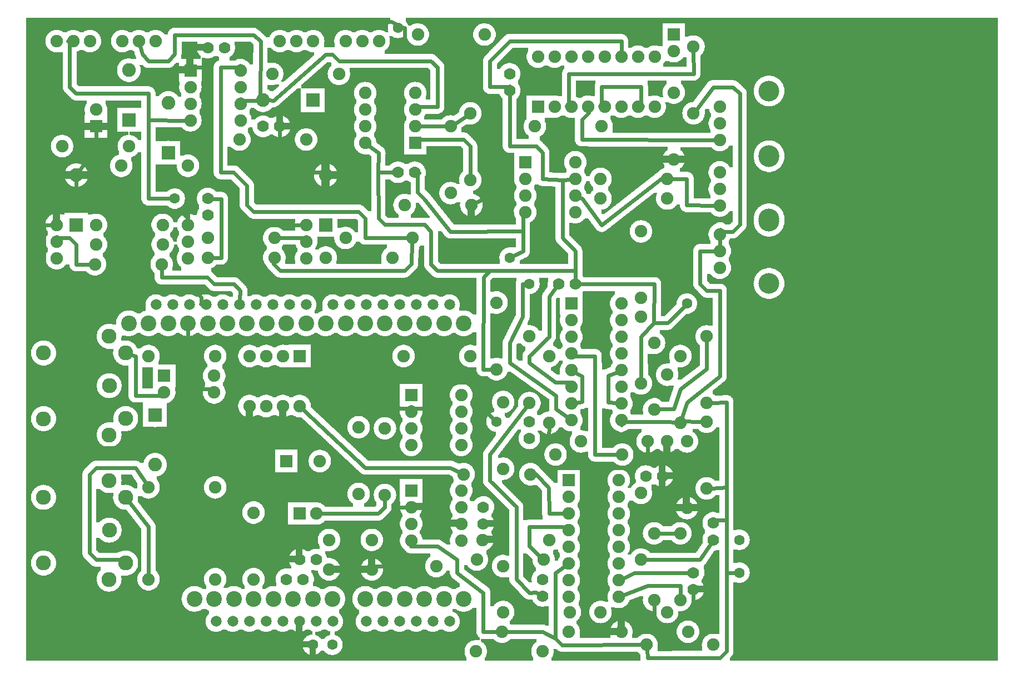
<source format=gbl>
G04 MADE WITH FRITZING*
G04 WWW.FRITZING.ORG*
G04 DOUBLE SIDED*
G04 HOLES PLATED*
G04 CONTOUR ON CENTER OF CONTOUR VECTOR*
%ASAXBY*%
%FSLAX23Y23*%
%MOIN*%
%OFA0B0*%
%SFA1.0B1.0*%
%ADD10C,0.075000*%
%ADD11C,0.062992*%
%ADD12C,0.074667*%
%ADD13C,0.074695*%
%ADD14C,0.082000*%
%ADD15C,0.070000*%
%ADD16C,0.124033*%
%ADD17C,0.090000*%
%ADD18C,0.065278*%
%ADD19C,0.094488*%
%ADD20R,0.075000X0.075000*%
%ADD21R,0.082000X0.082000*%
%ADD22C,0.024000*%
%ADD23R,0.001000X0.001000*%
%LNCOPPER0*%
G90*
G70*
G54D10*
X1611Y3626D03*
X3061Y3533D03*
X3232Y3216D03*
X3145Y2791D03*
X2584Y2510D03*
X3428Y2183D03*
X2884Y2049D03*
X3842Y2616D03*
X4131Y1350D03*
X103Y3768D03*
X4108Y3819D03*
X2857Y94D03*
G54D11*
X3056Y2302D03*
X2859Y1475D03*
X4001Y2184D03*
G54D10*
X2584Y3247D03*
X2584Y2847D03*
G54D11*
X930Y2814D03*
X2269Y3837D03*
X4316Y766D03*
X2938Y2459D03*
X4316Y570D03*
X1875Y137D03*
X1757Y137D03*
G54D12*
X615Y3759D03*
X715Y3759D03*
G54D13*
X815Y3759D03*
G54D10*
X458Y3247D03*
X458Y3347D03*
G54D14*
X654Y3286D03*
X654Y3584D03*
G54D10*
X654Y3129D03*
X254Y3129D03*
G54D12*
X221Y3759D03*
X321Y3759D03*
G54D13*
X421Y3759D03*
G54D14*
X1757Y3404D03*
X1459Y3404D03*
G54D10*
X1914Y3562D03*
X1514Y3562D03*
X2372Y3147D03*
X2072Y3147D03*
X2372Y3247D03*
X2072Y3247D03*
X2372Y3347D03*
X2072Y3347D03*
X2372Y3447D03*
X2072Y3447D03*
G54D12*
X1560Y3759D03*
X1660Y3759D03*
G54D13*
X1760Y3759D03*
G54D10*
X1717Y3168D03*
X1317Y3168D03*
G54D12*
X1954Y3759D03*
X2054Y3759D03*
G54D13*
X2154Y3759D03*
G54D10*
X2308Y2774D03*
X2708Y2774D03*
X2702Y3326D03*
X2702Y2926D03*
G54D15*
X2269Y2971D03*
X2369Y2971D03*
G54D10*
X3032Y3032D03*
X3332Y3032D03*
X3032Y2932D03*
X3332Y2932D03*
X3032Y2832D03*
X3332Y2832D03*
X3032Y2732D03*
X3332Y2732D03*
X3883Y2814D03*
X3483Y2814D03*
X3883Y2932D03*
X3483Y2932D03*
X3107Y3365D03*
X3107Y3665D03*
X3207Y3365D03*
X3207Y3665D03*
X3307Y3365D03*
X3307Y3665D03*
X3407Y3365D03*
X3407Y3665D03*
X3507Y3365D03*
X3507Y3665D03*
X3607Y3365D03*
X3607Y3665D03*
X3707Y3365D03*
X3707Y3665D03*
X3807Y3365D03*
X3807Y3665D03*
G54D12*
X4198Y3365D03*
X4198Y3265D03*
G54D13*
X4198Y3165D03*
G54D16*
X4493Y3459D03*
X4493Y3071D03*
G54D10*
X4040Y3326D03*
X4040Y3726D03*
G54D15*
X2938Y3562D03*
X2938Y3462D03*
G54D10*
X2387Y3798D03*
X2787Y3798D03*
X3922Y3050D03*
X3922Y3450D03*
X3922Y3798D03*
X3922Y3698D03*
X3489Y3247D03*
X3089Y3247D03*
X3307Y2184D03*
X3607Y2184D03*
X3307Y2084D03*
X3607Y2084D03*
X3307Y1984D03*
X3607Y1984D03*
X3307Y1884D03*
X3607Y1884D03*
X3307Y1784D03*
X3607Y1784D03*
X3307Y1684D03*
X3607Y1684D03*
X3307Y1584D03*
X3607Y1584D03*
X3307Y1484D03*
X3607Y1484D03*
X2111Y589D03*
X1855Y589D03*
X2111Y766D03*
X1855Y766D03*
X3292Y1124D03*
X3592Y1124D03*
X3292Y1024D03*
X3592Y1024D03*
X3292Y924D03*
X3592Y924D03*
X3292Y824D03*
X3592Y824D03*
X3292Y724D03*
X3592Y724D03*
X3292Y624D03*
X3592Y624D03*
X3292Y524D03*
X3592Y524D03*
X3292Y424D03*
X3592Y424D03*
X1402Y530D03*
X1402Y930D03*
G54D15*
X1678Y648D03*
X1778Y648D03*
G54D10*
X866Y1751D03*
X1166Y1751D03*
X866Y1651D03*
X1166Y1651D03*
G54D14*
X812Y1515D03*
X812Y1217D03*
G54D17*
X537Y1691D03*
X536Y1396D03*
X536Y1987D03*
X635Y1887D03*
X636Y1494D03*
X143Y1887D03*
X143Y1493D03*
X537Y825D03*
X536Y530D03*
X536Y1121D03*
X635Y1021D03*
X636Y627D03*
X143Y1021D03*
X143Y627D03*
G54D10*
X773Y1869D03*
X1173Y1869D03*
X2702Y1869D03*
X2302Y1869D03*
X773Y1081D03*
X1173Y1081D03*
X773Y530D03*
X1173Y530D03*
G54D18*
X2177Y277D03*
X2277Y277D03*
X2377Y277D03*
X2477Y277D03*
X2577Y277D03*
X1717Y2177D03*
X1617Y2177D03*
X1517Y2177D03*
X1417Y2177D03*
X1317Y2177D03*
X1217Y2177D03*
X1117Y2177D03*
X1017Y2177D03*
X917Y2177D03*
X817Y2177D03*
X2577Y2177D03*
X2477Y2177D03*
X2377Y2177D03*
X2277Y2177D03*
X2177Y2177D03*
X2077Y2177D03*
X1977Y2177D03*
X1877Y2177D03*
X1277Y277D03*
X1177Y277D03*
X1377Y277D03*
X1477Y277D03*
X1577Y277D03*
X1677Y277D03*
X1777Y277D03*
X1877Y277D03*
X2077Y277D03*
G54D10*
X1678Y1869D03*
X1678Y1569D03*
X1578Y1869D03*
X1578Y1569D03*
X1478Y1869D03*
X1478Y1569D03*
X1378Y1869D03*
X1378Y1569D03*
G54D15*
X1699Y530D03*
X1599Y530D03*
G54D19*
X2426Y2066D03*
X2190Y2066D03*
X2308Y2066D03*
X2662Y2066D03*
X2544Y2066D03*
X2072Y2066D03*
X1954Y2066D03*
G54D10*
X221Y2456D03*
X221Y2556D03*
X221Y2656D03*
G54D19*
X1836Y2066D03*
G54D10*
X1009Y2456D03*
X1009Y2556D03*
X1009Y2656D03*
G54D19*
X1717Y2066D03*
X1599Y2066D03*
G54D10*
X1717Y2456D03*
X1717Y2556D03*
X1717Y2656D03*
G54D19*
X1363Y2066D03*
X773Y2066D03*
G54D10*
X851Y2420D03*
X451Y2420D03*
G54D19*
X1127Y2066D03*
X1009Y2066D03*
G54D10*
X458Y2538D03*
X858Y2538D03*
G54D19*
X1245Y2066D03*
X891Y2066D03*
G54D10*
X1127Y2578D03*
X1527Y2578D03*
G54D19*
X1481Y2066D03*
X654Y2066D03*
G54D10*
X458Y2656D03*
X858Y2656D03*
G54D19*
X2426Y412D03*
X2544Y412D03*
G54D10*
X1127Y2459D03*
X1527Y2459D03*
G54D19*
X2190Y412D03*
X2662Y412D03*
G54D10*
X1954Y2578D03*
X2354Y2578D03*
G54D19*
X2308Y412D03*
X2072Y412D03*
G54D15*
X1127Y2714D03*
X1127Y2814D03*
G54D19*
X1875Y412D03*
X1639Y412D03*
X1521Y412D03*
G54D14*
X1836Y2656D03*
X1836Y2954D03*
G54D19*
X1757Y412D03*
G54D14*
X339Y2656D03*
X339Y2954D03*
G54D19*
X1284Y412D03*
G54D10*
X1836Y2459D03*
X2236Y2459D03*
G54D19*
X1402Y412D03*
X1166Y412D03*
G54D10*
X1024Y3583D03*
X1324Y3583D03*
X1024Y3483D03*
X1324Y3483D03*
X1024Y3383D03*
X1324Y3383D03*
X1024Y3283D03*
X1324Y3283D03*
G54D19*
X1048Y412D03*
G54D15*
X1560Y3247D03*
X1460Y3247D03*
X1127Y3719D03*
X1227Y3719D03*
G54D10*
X2347Y1636D03*
X2647Y1636D03*
X2347Y1536D03*
X2647Y1536D03*
X2347Y1436D03*
X2647Y1436D03*
X2347Y1336D03*
X2647Y1336D03*
G54D14*
X891Y3089D03*
X891Y3387D03*
G54D10*
X1009Y3011D03*
X609Y3011D03*
X2032Y1042D03*
X2032Y1442D03*
X2190Y1436D03*
X2190Y1036D03*
X3365Y1357D03*
X3765Y1357D03*
X2347Y1063D03*
X2647Y1063D03*
X2347Y963D03*
X2647Y963D03*
X2347Y863D03*
X2647Y863D03*
X2347Y763D03*
X2647Y763D03*
X3174Y766D03*
X2774Y766D03*
X2898Y609D03*
X2498Y609D03*
G54D15*
X2780Y963D03*
X2780Y863D03*
G54D10*
X1678Y924D03*
X1778Y924D03*
X3056Y1587D03*
X3056Y1987D03*
X1599Y1239D03*
X1799Y1239D03*
X2859Y1790D03*
X2859Y2190D03*
X2662Y1160D03*
X3062Y1160D03*
X2898Y1593D03*
X2898Y1193D03*
X3174Y1469D03*
X3174Y1869D03*
X2741Y648D03*
X3141Y648D03*
X4119Y1587D03*
X4119Y1987D03*
X2892Y215D03*
X3292Y215D03*
X3613Y1278D03*
X3213Y1278D03*
X2898Y333D03*
X3298Y333D03*
X3725Y1705D03*
X3725Y2105D03*
X3725Y648D03*
X3725Y1048D03*
X3804Y1548D03*
X3804Y1948D03*
X3483Y333D03*
X3883Y333D03*
X3883Y1757D03*
X3883Y1357D03*
X4007Y215D03*
X3607Y215D03*
X4119Y1075D03*
X4119Y1475D03*
X3758Y137D03*
X4158Y137D03*
X3961Y1469D03*
X3961Y1869D03*
X3961Y406D03*
X3961Y806D03*
G54D15*
X3854Y1149D03*
X3754Y1149D03*
X4040Y469D03*
X4040Y570D03*
G54D10*
X4001Y957D03*
X4001Y1357D03*
X3804Y406D03*
X3804Y806D03*
G54D15*
X3056Y1375D03*
X3056Y1475D03*
X3135Y430D03*
X3135Y530D03*
G54D12*
X4198Y2599D03*
X4198Y2499D03*
G54D13*
X4198Y2399D03*
G54D16*
X4493Y2693D03*
X4493Y2305D03*
G54D10*
X2735Y97D03*
X3135Y97D03*
G54D12*
X4198Y2971D03*
X4198Y2871D03*
G54D13*
X4198Y2771D03*
G54D16*
X4493Y3065D03*
X4493Y2677D03*
G54D10*
X3725Y2617D03*
X3725Y2217D03*
G54D15*
X4158Y867D03*
X4158Y766D03*
X3231Y2302D03*
X3332Y2302D03*
G54D20*
X458Y3247D03*
G54D21*
X654Y3285D03*
X1758Y3404D03*
G54D20*
X2372Y3147D03*
X3032Y3032D03*
X3107Y3365D03*
X3922Y3798D03*
X3307Y2184D03*
X3292Y1124D03*
X866Y1751D03*
G54D21*
X812Y1516D03*
G54D20*
X1678Y1869D03*
G54D21*
X1836Y2655D03*
X339Y2655D03*
G54D20*
X1024Y3583D03*
X2347Y1636D03*
G54D21*
X891Y3088D03*
G54D20*
X2347Y1063D03*
X1678Y924D03*
X1599Y1239D03*
G54D22*
X694Y1869D02*
X672Y1876D01*
D02*
X851Y1632D02*
X694Y1632D01*
D02*
X694Y1632D02*
X694Y1869D01*
D02*
X848Y1629D02*
X851Y1632D01*
D02*
X457Y1199D02*
X694Y1199D01*
D02*
X694Y1199D02*
X757Y1105D01*
D02*
X418Y1160D02*
X457Y1199D01*
D02*
X418Y687D02*
X418Y1160D01*
D02*
X457Y648D02*
X418Y687D01*
D02*
X615Y648D02*
X457Y648D01*
D02*
X608Y654D02*
X615Y648D01*
D02*
X772Y844D02*
X772Y559D01*
D02*
X659Y991D02*
X772Y844D01*
D02*
X2268Y963D02*
X2230Y884D01*
D02*
X2111Y608D02*
X2112Y618D01*
D02*
X2229Y608D02*
X2111Y608D01*
D02*
X2230Y884D02*
X2229Y608D01*
D02*
X2319Y963D02*
X2268Y963D01*
D02*
X3017Y2498D02*
X2955Y2468D01*
D02*
X3017Y2618D02*
X3017Y2498D01*
D02*
X4237Y570D02*
X4297Y570D01*
D02*
X3016Y2302D02*
X3037Y2302D01*
D02*
X3016Y2106D02*
X3016Y2302D01*
D02*
X2938Y1947D02*
X3016Y2106D01*
D02*
X2938Y1829D02*
X2938Y1947D01*
D02*
X3215Y1632D02*
X2938Y1829D01*
D02*
X3215Y1552D02*
X3215Y1632D01*
D02*
X3284Y1501D02*
X3215Y1552D01*
D02*
X2347Y1554D02*
X2346Y1564D01*
D02*
X2466Y1554D02*
X2347Y1554D01*
D02*
X2466Y1673D02*
X2466Y1554D01*
D02*
X2503Y1710D02*
X2466Y1673D01*
D02*
X2741Y1711D02*
X2503Y1710D01*
D02*
X2780Y1672D02*
X2741Y1711D01*
D02*
X2780Y1553D02*
X2780Y1672D01*
D02*
X2846Y1488D02*
X2780Y1553D01*
D02*
X3884Y2067D02*
X3987Y2170D01*
D02*
X3803Y2067D02*
X3884Y2067D01*
D02*
X1087Y2223D02*
X1087Y2183D01*
D02*
X144Y2656D02*
X144Y2301D01*
D02*
X144Y2302D02*
X183Y2263D01*
D02*
X183Y2263D02*
X1048Y2262D01*
D02*
X1087Y2183D02*
X1086Y2183D01*
D02*
X1048Y2262D02*
X1087Y2223D01*
D02*
X193Y2656D02*
X144Y2656D01*
D02*
X1323Y2262D02*
X1319Y2208D01*
D02*
X1284Y2301D02*
X1323Y2262D01*
D02*
X851Y2341D02*
X1126Y2341D01*
D02*
X1126Y2341D02*
X1166Y2301D01*
D02*
X1166Y2301D02*
X1284Y2301D01*
D02*
X851Y2391D02*
X851Y2341D01*
D02*
X339Y2419D02*
X423Y2420D01*
D02*
X339Y2537D02*
X339Y2419D01*
D02*
X300Y2577D02*
X339Y2537D01*
D02*
X221Y2577D02*
X300Y2577D01*
D02*
X221Y2585D02*
X221Y2577D01*
D02*
X340Y2774D02*
X340Y2922D01*
D02*
X457Y2774D02*
X340Y2774D01*
D02*
X496Y2735D02*
X457Y2774D01*
D02*
X970Y2735D02*
X496Y2735D01*
D02*
X1009Y2696D02*
X970Y2735D01*
D02*
X1009Y2685D02*
X1009Y2696D01*
D02*
X1207Y2813D02*
X1153Y2813D01*
D02*
X1207Y2459D02*
X1207Y2813D01*
D02*
X1155Y2459D02*
X1207Y2459D01*
D02*
X1126Y2893D02*
X1008Y2898D01*
D02*
X1008Y2898D02*
X1009Y2685D01*
D02*
X1244Y2892D02*
X1126Y2893D01*
D02*
X1284Y2854D02*
X1244Y2892D01*
D02*
X1284Y2696D02*
X1284Y2854D01*
D02*
X1324Y2656D02*
X1284Y2696D01*
D02*
X1689Y2656D02*
X1324Y2656D01*
D02*
X1600Y2578D02*
X1555Y2578D01*
D02*
X1718Y2578D02*
X1600Y2578D01*
D02*
X1718Y2585D02*
X1718Y2578D01*
D02*
X1008Y3601D02*
X1005Y3604D01*
D02*
X1126Y3601D02*
X1008Y3601D01*
D02*
X1126Y2893D02*
X1126Y3601D01*
D02*
X1522Y2421D02*
X1523Y2431D01*
D02*
X1561Y2382D02*
X1522Y2421D01*
D02*
X2308Y2382D02*
X1561Y2382D01*
D02*
X2348Y2421D02*
X2308Y2382D01*
D02*
X2353Y2549D02*
X2348Y2421D01*
D02*
X2072Y2578D02*
X2325Y2578D01*
D02*
X2072Y2696D02*
X2072Y2578D01*
D02*
X2033Y2736D02*
X2072Y2696D01*
D02*
X1401Y2736D02*
X2033Y2736D01*
D02*
X1362Y2775D02*
X1401Y2736D01*
D02*
X1362Y2893D02*
X1362Y2775D01*
D02*
X1283Y2972D02*
X1362Y2893D01*
D02*
X1205Y2972D02*
X1283Y2972D01*
D02*
X1322Y3601D02*
X1205Y3601D01*
D02*
X1205Y3601D02*
X1205Y2972D01*
D02*
X1322Y3612D02*
X1322Y3601D01*
D02*
X1836Y2972D02*
X1837Y2986D01*
D02*
X1559Y2970D02*
X1836Y2972D01*
D02*
X1560Y3221D02*
X1559Y2970D01*
D02*
X734Y3681D02*
X722Y3728D01*
D02*
X1325Y3403D02*
X1441Y3403D01*
D02*
X1441Y3403D02*
X1444Y3758D01*
D02*
X1444Y3758D02*
X1401Y3796D01*
D02*
X1401Y3796D02*
X929Y3796D01*
D02*
X929Y3796D02*
X929Y3681D01*
D02*
X929Y3681D02*
X891Y3639D01*
D02*
X891Y3639D02*
X772Y3639D01*
D02*
X772Y3639D02*
X734Y3681D01*
D02*
X1325Y3412D02*
X1325Y3403D01*
D02*
X2150Y2972D02*
X2151Y3088D01*
D02*
X2151Y3088D02*
X2095Y3130D01*
D02*
X2151Y2696D02*
X2150Y2972D01*
D02*
X2190Y2657D02*
X2151Y2696D01*
D02*
X2427Y2657D02*
X2190Y2657D01*
D02*
X2466Y2616D02*
X2427Y2657D01*
D02*
X2466Y2420D02*
X2466Y2616D01*
D02*
X2505Y2381D02*
X2466Y2420D01*
D02*
X2820Y2381D02*
X2505Y2381D01*
D02*
X1915Y3640D02*
X1876Y3680D01*
D02*
X1876Y3680D02*
X1836Y3680D01*
D02*
X1836Y3680D02*
X1521Y3403D01*
D02*
X1521Y3403D02*
X1491Y3404D01*
D02*
X2466Y3640D02*
X1915Y3640D01*
D02*
X2386Y3365D02*
X2505Y3365D01*
D02*
X2505Y3365D02*
X2505Y3601D01*
D02*
X2505Y3601D02*
X2466Y3640D01*
D02*
X2389Y3369D02*
X2386Y3365D01*
D02*
X772Y2814D02*
X911Y2814D01*
D02*
X772Y3285D02*
X772Y2814D01*
D02*
X995Y3283D02*
X772Y3285D01*
D02*
X300Y3760D02*
X290Y3760D01*
D02*
X300Y3483D02*
X300Y3760D01*
D02*
X339Y3444D02*
X300Y3483D01*
D02*
X772Y3444D02*
X339Y3444D01*
D02*
X772Y3285D02*
X772Y3444D01*
D02*
X457Y3130D02*
X357Y2981D01*
D02*
X457Y3218D02*
X457Y3130D01*
D02*
X2150Y2972D02*
X2242Y2971D01*
D02*
X2555Y3247D02*
X2400Y3247D01*
D02*
X2607Y3263D02*
X2678Y3310D01*
D02*
X2386Y3169D02*
X2387Y3171D01*
D02*
X2701Y3128D02*
X2663Y3169D01*
D02*
X2663Y3169D02*
X2386Y3169D01*
D02*
X2702Y2954D02*
X2701Y3128D01*
D02*
X3331Y2500D02*
X3332Y2328D01*
D02*
X3254Y2577D02*
X3331Y2500D01*
D02*
X3255Y2924D02*
X3254Y2577D01*
D02*
X3303Y2929D02*
X3255Y2924D01*
D02*
X2426Y2813D02*
X2386Y2853D01*
D02*
X2386Y2970D02*
X2395Y2969D01*
D02*
X2386Y2853D02*
X2386Y2970D01*
D02*
X2583Y2616D02*
X2426Y2813D01*
D02*
X3017Y2736D02*
X3017Y2618D01*
D02*
X3017Y2618D02*
X2583Y2616D01*
D02*
X3004Y2740D02*
X3017Y2736D01*
D02*
X4000Y2933D02*
X4000Y2774D01*
D02*
X4000Y2774D02*
X4166Y2772D01*
D02*
X3911Y2932D02*
X4000Y2933D01*
D02*
X3371Y2814D02*
X3490Y2655D01*
D02*
X3490Y2655D02*
X3844Y2933D01*
D02*
X3844Y2933D02*
X3854Y2932D01*
D02*
X3358Y2820D02*
X3371Y2814D01*
D02*
X733Y1356D02*
X1048Y1356D01*
D02*
X1048Y1356D02*
X1362Y1710D01*
D02*
X1362Y1710D02*
X1758Y1710D01*
D02*
X1758Y1710D02*
X1913Y1554D01*
D02*
X2347Y1554D02*
X2347Y1564D01*
D02*
X1913Y1554D02*
X2347Y1554D01*
D02*
X615Y1317D02*
X733Y1356D01*
D02*
X2230Y3876D02*
X64Y3878D01*
D02*
X2781Y2813D02*
X2781Y3404D01*
D02*
X2781Y3404D02*
X2583Y3404D01*
D02*
X2583Y3404D02*
X2583Y3641D01*
D02*
X2583Y3641D02*
X2505Y3719D01*
D02*
X2505Y3719D02*
X2307Y3719D01*
D02*
X2307Y3719D02*
X2307Y3839D01*
D02*
X2307Y3839D02*
X2303Y3837D01*
D02*
X2303Y3837D02*
X2230Y3876D01*
D02*
X64Y3878D02*
X64Y2262D01*
D02*
X64Y2262D02*
X259Y2067D01*
D02*
X259Y2067D02*
X260Y1357D01*
D02*
X260Y1357D02*
X300Y1317D01*
D02*
X300Y1317D02*
X615Y1317D01*
D02*
X2733Y2788D02*
X2781Y2813D01*
D02*
X2938Y3484D02*
X2938Y3488D01*
D02*
X2819Y3484D02*
X2938Y3484D01*
D02*
X2820Y3639D02*
X2819Y3484D01*
D02*
X2937Y3759D02*
X2820Y3639D01*
D02*
X3607Y3759D02*
X2937Y3759D01*
D02*
X3607Y3694D02*
X3607Y3759D01*
D02*
X2938Y3130D02*
X2938Y3435D01*
D02*
X3097Y3130D02*
X2938Y3130D01*
D02*
X3134Y3090D02*
X3097Y3130D01*
D02*
X3134Y2932D02*
X3134Y3090D01*
D02*
X3255Y2924D02*
X3134Y2932D01*
D02*
X3293Y3366D02*
X3293Y3563D01*
D02*
X3293Y3563D02*
X4041Y3563D01*
D02*
X4041Y3563D02*
X4040Y3697D01*
D02*
X3279Y3368D02*
X3293Y3366D01*
D02*
X3726Y3366D02*
X3736Y3367D01*
D02*
X3490Y3366D02*
X3490Y3484D01*
D02*
X3726Y3484D02*
X3726Y3366D01*
D02*
X3490Y3484D02*
X3726Y3484D01*
D02*
X3479Y3367D02*
X3490Y3366D01*
D02*
X3411Y3327D02*
X3371Y3287D01*
D02*
X3371Y3287D02*
X3371Y3168D01*
D02*
X3371Y3168D02*
X4166Y3165D01*
D02*
X3410Y3336D02*
X3411Y3327D01*
D02*
X4317Y3444D02*
X4317Y2658D01*
D02*
X4317Y2658D02*
X4276Y2616D01*
D02*
X4199Y2616D02*
X4201Y2630D01*
D02*
X4276Y2616D02*
X4199Y2616D01*
D02*
X4276Y3483D02*
X4317Y3444D01*
D02*
X4158Y3483D02*
X4276Y3483D01*
D02*
X4057Y3348D02*
X4158Y3483D01*
D02*
X2303Y3837D02*
X2288Y3837D01*
D02*
X3844Y806D02*
X3833Y806D01*
D02*
X3933Y806D02*
X3844Y806D01*
D02*
X3765Y491D02*
X3961Y491D01*
D02*
X3961Y491D02*
X3961Y434D01*
D02*
X3619Y434D02*
X3765Y491D01*
D02*
X3213Y570D02*
X3269Y608D01*
D02*
X3213Y176D02*
X3213Y570D01*
D02*
X3252Y136D02*
X3213Y176D01*
D02*
X3730Y137D02*
X3252Y136D01*
D02*
X3135Y216D02*
X2921Y215D01*
D02*
X3213Y176D02*
X3135Y216D01*
D02*
X2346Y727D02*
X2504Y727D01*
D02*
X2504Y727D02*
X2623Y648D01*
D02*
X2623Y648D02*
X2623Y569D01*
D02*
X2623Y569D02*
X2780Y450D01*
D02*
X2780Y450D02*
X2780Y216D01*
D02*
X2780Y216D02*
X2864Y215D01*
D02*
X2346Y735D02*
X2346Y727D01*
D02*
X3371Y1594D02*
X3335Y1588D01*
D02*
X3371Y1750D02*
X3371Y1594D01*
D02*
X3332Y1770D02*
X3371Y1750D01*
D02*
X3529Y1593D02*
X3579Y1587D01*
D02*
X3529Y1751D02*
X3529Y1593D01*
D02*
X3581Y1773D02*
X3529Y1751D01*
D02*
X3607Y1474D02*
X3607Y1455D01*
D02*
X3882Y1474D02*
X3607Y1474D01*
D02*
X3933Y1471D02*
X3882Y1474D01*
D02*
X3960Y1477D02*
X3957Y1497D01*
D02*
X4090Y1475D02*
X3960Y1477D01*
D02*
X4238Y884D02*
X4238Y1081D01*
D02*
X4238Y1081D02*
X4148Y1076D01*
D02*
X3765Y58D02*
X4198Y58D01*
D02*
X4198Y58D02*
X4238Y98D01*
D02*
X4237Y570D02*
X4238Y884D01*
D02*
X4238Y98D02*
X4237Y570D01*
D02*
X3761Y108D02*
X3765Y58D01*
D02*
X3805Y1553D02*
X3807Y1576D01*
D02*
X3922Y1553D02*
X3805Y1553D01*
D02*
X3962Y1673D02*
X3922Y1553D01*
D02*
X4120Y1791D02*
X3962Y1673D01*
D02*
X4119Y1958D02*
X4120Y1791D01*
D02*
X4238Y1081D02*
X4148Y1076D01*
D02*
X4238Y1593D02*
X4238Y1081D01*
D02*
X4148Y1588D02*
X4238Y1593D01*
D02*
X4157Y885D02*
X4157Y893D01*
D02*
X4238Y884D02*
X4157Y885D01*
D02*
X3843Y647D02*
X3754Y648D01*
D02*
X4079Y647D02*
X3843Y647D01*
D02*
X4144Y745D02*
X4079Y647D01*
D02*
X3096Y451D02*
X3112Y442D01*
D02*
X3055Y450D02*
X3096Y451D01*
D02*
X2820Y1277D02*
X2820Y1122D01*
D02*
X2820Y1122D02*
X2978Y964D01*
D02*
X2978Y964D02*
X2977Y531D01*
D02*
X2977Y531D02*
X3055Y450D01*
D02*
X3039Y1564D02*
X2820Y1277D01*
D02*
X3332Y2381D02*
X2820Y2381D01*
D02*
X2820Y2381D02*
X2781Y2342D01*
D02*
X2781Y2342D02*
X2780Y1789D01*
D02*
X2780Y1789D02*
X2831Y1790D01*
D02*
X3332Y2328D02*
X3332Y2381D01*
D02*
X3292Y1712D02*
X3294Y1709D01*
D02*
X3213Y1712D02*
X3292Y1712D01*
D02*
X3056Y1829D02*
X3213Y1712D01*
D02*
X3056Y1868D02*
X3056Y1829D01*
D02*
X3174Y1986D02*
X3056Y1868D01*
D02*
X3174Y2224D02*
X3174Y1986D01*
D02*
X3216Y2281D02*
X3174Y2224D01*
D02*
X4197Y2595D02*
X4194Y2567D01*
D02*
X4198Y2531D02*
X4197Y2595D01*
D02*
X4080Y2500D02*
X4166Y2499D01*
D02*
X4080Y2303D02*
X4080Y2500D01*
D02*
X4120Y2261D02*
X4080Y2303D01*
D02*
X4198Y2261D02*
X4120Y2261D01*
D02*
X4198Y2065D02*
X4198Y2261D01*
D02*
X4197Y2067D02*
X4198Y2065D01*
D02*
X4198Y1750D02*
X4197Y2067D01*
D02*
X4002Y1593D02*
X4198Y1750D01*
D02*
X3970Y1496D02*
X4002Y1593D01*
D02*
X3331Y1869D02*
X3332Y1869D01*
D02*
X3449Y1869D02*
X3331Y1869D01*
D02*
X3450Y1435D02*
X3449Y1869D01*
D02*
X3449Y1277D02*
X3450Y1435D01*
D02*
X3585Y1278D02*
X3449Y1277D01*
D02*
X2583Y1200D02*
X2637Y1173D01*
D02*
X2071Y1200D02*
X2583Y1200D01*
D02*
X1699Y1549D02*
X2071Y1200D01*
D02*
X3095Y1161D02*
X3091Y1161D01*
D02*
X3173Y1080D02*
X3095Y1161D01*
D02*
X3174Y925D02*
X3173Y1080D01*
D02*
X3264Y924D02*
X3174Y925D01*
D02*
X3685Y569D02*
X3618Y536D01*
D02*
X4014Y570D02*
X3685Y569D01*
D02*
X4040Y374D02*
X4040Y443D01*
D02*
X4118Y294D02*
X4040Y374D01*
D02*
X4118Y216D02*
X4118Y294D01*
D02*
X4040Y136D02*
X4118Y216D01*
D02*
X3883Y136D02*
X4040Y136D01*
D02*
X3804Y294D02*
X3804Y216D01*
D02*
X3804Y216D02*
X3883Y136D01*
D02*
X3804Y377D02*
X3804Y294D01*
D02*
X3173Y1396D02*
X3096Y1277D01*
D02*
X3096Y1277D02*
X3173Y1200D01*
D02*
X3686Y1200D02*
X3764Y1277D01*
D02*
X3764Y1277D02*
X3764Y1328D01*
D02*
X3173Y1200D02*
X3686Y1200D01*
D02*
X3174Y1440D02*
X3173Y1396D01*
D02*
X3805Y2302D02*
X3803Y2067D01*
D02*
X3803Y2067D02*
X3725Y1986D01*
D02*
X3725Y1986D02*
X3725Y1734D01*
D02*
X3358Y2302D02*
X3805Y2302D01*
D02*
X1167Y1673D02*
X1167Y1679D01*
D02*
X1047Y1673D02*
X1167Y1673D01*
D02*
X1009Y1711D02*
X1047Y1673D01*
D02*
X1009Y2047D02*
X1009Y1711D01*
D02*
X1835Y924D02*
X1807Y924D01*
D02*
X2189Y963D02*
X2150Y924D01*
D02*
X2150Y924D02*
X1835Y924D01*
D02*
X2189Y1007D02*
X2189Y963D01*
D02*
X3056Y727D02*
X3120Y668D01*
D02*
X3055Y846D02*
X3056Y727D01*
D02*
X3254Y846D02*
X3055Y846D01*
D02*
X3267Y838D02*
X3254Y846D01*
G36*
X972Y3755D02*
X972Y3679D01*
X970Y3679D01*
X970Y3651D01*
X1084Y3651D01*
X1084Y3671D01*
X1082Y3671D01*
X1082Y3673D01*
X1080Y3673D01*
X1080Y3675D01*
X1078Y3675D01*
X1078Y3677D01*
X1076Y3677D01*
X1076Y3681D01*
X1074Y3681D01*
X1074Y3683D01*
X1072Y3683D01*
X1072Y3687D01*
X1070Y3687D01*
X1070Y3689D01*
X1068Y3689D01*
X1068Y3693D01*
X1066Y3693D01*
X1066Y3699D01*
X1064Y3699D01*
X1064Y3707D01*
X1062Y3707D01*
X1062Y3731D01*
X1064Y3731D01*
X1064Y3755D01*
X972Y3755D01*
G37*
D02*
G36*
X1290Y3755D02*
X1290Y3731D01*
X1292Y3731D01*
X1292Y3709D01*
X1290Y3709D01*
X1290Y3699D01*
X1288Y3699D01*
X1288Y3695D01*
X1286Y3695D01*
X1286Y3691D01*
X1284Y3691D01*
X1284Y3687D01*
X1282Y3687D01*
X1282Y3683D01*
X1280Y3683D01*
X1280Y3681D01*
X1278Y3681D01*
X1278Y3677D01*
X1276Y3677D01*
X1276Y3675D01*
X1274Y3675D01*
X1274Y3673D01*
X1272Y3673D01*
X1272Y3671D01*
X1270Y3671D01*
X1270Y3669D01*
X1266Y3669D01*
X1266Y3667D01*
X1264Y3667D01*
X1264Y3665D01*
X1260Y3665D01*
X1260Y3663D01*
X1258Y3663D01*
X1258Y3653D01*
X1332Y3653D01*
X1332Y3651D01*
X1338Y3651D01*
X1338Y3649D01*
X1342Y3649D01*
X1342Y3647D01*
X1348Y3647D01*
X1348Y3645D01*
X1352Y3645D01*
X1352Y3643D01*
X1356Y3643D01*
X1356Y3641D01*
X1360Y3641D01*
X1360Y3639D01*
X1362Y3639D01*
X1362Y3637D01*
X1366Y3637D01*
X1366Y3635D01*
X1368Y3635D01*
X1368Y3633D01*
X1370Y3633D01*
X1370Y3631D01*
X1372Y3631D01*
X1372Y3629D01*
X1374Y3629D01*
X1374Y3627D01*
X1376Y3627D01*
X1376Y3625D01*
X1378Y3625D01*
X1378Y3621D01*
X1380Y3621D01*
X1380Y3619D01*
X1400Y3619D01*
X1400Y3687D01*
X1402Y3687D01*
X1402Y3739D01*
X1400Y3739D01*
X1400Y3741D01*
X1398Y3741D01*
X1398Y3743D01*
X1396Y3743D01*
X1396Y3745D01*
X1394Y3745D01*
X1394Y3747D01*
X1392Y3747D01*
X1392Y3749D01*
X1390Y3749D01*
X1390Y3751D01*
X1388Y3751D01*
X1388Y3753D01*
X1386Y3753D01*
X1386Y3755D01*
X1290Y3755D01*
G37*
D02*
G36*
X1258Y3653D02*
X1258Y3643D01*
X1296Y3643D01*
X1296Y3645D01*
X1298Y3645D01*
X1298Y3647D01*
X1302Y3647D01*
X1302Y3649D01*
X1306Y3649D01*
X1306Y3651D01*
X1310Y3651D01*
X1310Y3653D01*
X1258Y3653D01*
G37*
D02*
G36*
X1486Y3719D02*
X1486Y3691D01*
X1550Y3691D01*
X1550Y3693D01*
X1542Y3693D01*
X1542Y3695D01*
X1536Y3695D01*
X1536Y3697D01*
X1530Y3697D01*
X1530Y3699D01*
X1528Y3699D01*
X1528Y3701D01*
X1524Y3701D01*
X1524Y3703D01*
X1520Y3703D01*
X1520Y3705D01*
X1518Y3705D01*
X1518Y3707D01*
X1516Y3707D01*
X1516Y3709D01*
X1514Y3709D01*
X1514Y3711D01*
X1512Y3711D01*
X1512Y3713D01*
X1510Y3713D01*
X1510Y3715D01*
X1508Y3715D01*
X1508Y3717D01*
X1506Y3717D01*
X1506Y3719D01*
X1486Y3719D01*
G37*
D02*
G36*
X1598Y3705D02*
X1598Y3703D01*
X1596Y3703D01*
X1596Y3701D01*
X1592Y3701D01*
X1592Y3699D01*
X1588Y3699D01*
X1588Y3697D01*
X1584Y3697D01*
X1584Y3695D01*
X1578Y3695D01*
X1578Y3693D01*
X1570Y3693D01*
X1570Y3691D01*
X1650Y3691D01*
X1650Y3693D01*
X1642Y3693D01*
X1642Y3695D01*
X1636Y3695D01*
X1636Y3697D01*
X1630Y3697D01*
X1630Y3699D01*
X1628Y3699D01*
X1628Y3701D01*
X1624Y3701D01*
X1624Y3703D01*
X1620Y3703D01*
X1620Y3705D01*
X1598Y3705D01*
G37*
D02*
G36*
X1698Y3705D02*
X1698Y3703D01*
X1696Y3703D01*
X1696Y3701D01*
X1692Y3701D01*
X1692Y3699D01*
X1690Y3699D01*
X1690Y3697D01*
X1684Y3697D01*
X1684Y3695D01*
X1678Y3695D01*
X1678Y3693D01*
X1670Y3693D01*
X1670Y3691D01*
X1750Y3691D01*
X1750Y3693D01*
X1742Y3693D01*
X1742Y3695D01*
X1736Y3695D01*
X1736Y3697D01*
X1730Y3697D01*
X1730Y3699D01*
X1728Y3699D01*
X1728Y3701D01*
X1724Y3701D01*
X1724Y3703D01*
X1720Y3703D01*
X1720Y3705D01*
X1698Y3705D01*
G37*
D02*
G36*
X1486Y3691D02*
X1486Y3689D01*
X1764Y3689D01*
X1764Y3691D01*
X1486Y3691D01*
G37*
D02*
G36*
X1486Y3691D02*
X1486Y3689D01*
X1764Y3689D01*
X1764Y3691D01*
X1486Y3691D01*
G37*
D02*
G36*
X1486Y3691D02*
X1486Y3689D01*
X1764Y3689D01*
X1764Y3691D01*
X1486Y3691D01*
G37*
D02*
G36*
X1486Y3689D02*
X1486Y3685D01*
X1484Y3685D01*
X1484Y3629D01*
X1526Y3629D01*
X1526Y3627D01*
X1534Y3627D01*
X1534Y3625D01*
X1540Y3625D01*
X1540Y3623D01*
X1544Y3623D01*
X1544Y3621D01*
X1548Y3621D01*
X1548Y3619D01*
X1552Y3619D01*
X1552Y3617D01*
X1554Y3617D01*
X1554Y3615D01*
X1556Y3615D01*
X1556Y3613D01*
X1560Y3613D01*
X1560Y3611D01*
X1562Y3611D01*
X1562Y3609D01*
X1564Y3609D01*
X1564Y3607D01*
X1566Y3607D01*
X1566Y3603D01*
X1568Y3603D01*
X1568Y3601D01*
X1570Y3601D01*
X1570Y3597D01*
X1572Y3597D01*
X1572Y3595D01*
X1574Y3595D01*
X1574Y3591D01*
X1576Y3591D01*
X1576Y3587D01*
X1578Y3587D01*
X1578Y3581D01*
X1580Y3581D01*
X1580Y3571D01*
X1582Y3571D01*
X1582Y3553D01*
X1580Y3553D01*
X1580Y3543D01*
X1578Y3543D01*
X1578Y3537D01*
X1576Y3537D01*
X1576Y3533D01*
X1574Y3533D01*
X1574Y3529D01*
X1572Y3529D01*
X1572Y3525D01*
X1570Y3525D01*
X1570Y3523D01*
X1568Y3523D01*
X1568Y3519D01*
X1566Y3519D01*
X1566Y3515D01*
X1586Y3515D01*
X1586Y3517D01*
X1588Y3517D01*
X1588Y3519D01*
X1590Y3519D01*
X1590Y3521D01*
X1592Y3521D01*
X1592Y3523D01*
X1594Y3523D01*
X1594Y3525D01*
X1596Y3525D01*
X1596Y3527D01*
X1600Y3527D01*
X1600Y3529D01*
X1602Y3529D01*
X1602Y3531D01*
X1604Y3531D01*
X1604Y3533D01*
X1606Y3533D01*
X1606Y3535D01*
X1608Y3535D01*
X1608Y3537D01*
X1610Y3537D01*
X1610Y3539D01*
X1612Y3539D01*
X1612Y3541D01*
X1616Y3541D01*
X1616Y3543D01*
X1618Y3543D01*
X1618Y3545D01*
X1620Y3545D01*
X1620Y3547D01*
X1622Y3547D01*
X1622Y3549D01*
X1624Y3549D01*
X1624Y3551D01*
X1626Y3551D01*
X1626Y3553D01*
X1628Y3553D01*
X1628Y3555D01*
X1632Y3555D01*
X1632Y3557D01*
X1634Y3557D01*
X1634Y3559D01*
X1636Y3559D01*
X1636Y3561D01*
X1638Y3561D01*
X1638Y3563D01*
X1640Y3563D01*
X1640Y3565D01*
X1642Y3565D01*
X1642Y3567D01*
X1644Y3567D01*
X1644Y3569D01*
X1648Y3569D01*
X1648Y3571D01*
X1650Y3571D01*
X1650Y3573D01*
X1652Y3573D01*
X1652Y3575D01*
X1654Y3575D01*
X1654Y3577D01*
X1656Y3577D01*
X1656Y3579D01*
X1658Y3579D01*
X1658Y3581D01*
X1660Y3581D01*
X1660Y3583D01*
X1662Y3583D01*
X1662Y3585D01*
X1666Y3585D01*
X1666Y3587D01*
X1668Y3587D01*
X1668Y3589D01*
X1670Y3589D01*
X1670Y3591D01*
X1672Y3591D01*
X1672Y3593D01*
X1674Y3593D01*
X1674Y3595D01*
X1676Y3595D01*
X1676Y3597D01*
X1678Y3597D01*
X1678Y3599D01*
X1682Y3599D01*
X1682Y3601D01*
X1684Y3601D01*
X1684Y3603D01*
X1686Y3603D01*
X1686Y3605D01*
X1688Y3605D01*
X1688Y3607D01*
X1690Y3607D01*
X1690Y3609D01*
X1692Y3609D01*
X1692Y3611D01*
X1694Y3611D01*
X1694Y3613D01*
X1698Y3613D01*
X1698Y3615D01*
X1700Y3615D01*
X1700Y3617D01*
X1702Y3617D01*
X1702Y3619D01*
X1704Y3619D01*
X1704Y3621D01*
X1706Y3621D01*
X1706Y3623D01*
X1708Y3623D01*
X1708Y3625D01*
X1710Y3625D01*
X1710Y3627D01*
X1714Y3627D01*
X1714Y3629D01*
X1716Y3629D01*
X1716Y3631D01*
X1718Y3631D01*
X1718Y3633D01*
X1720Y3633D01*
X1720Y3635D01*
X1722Y3635D01*
X1722Y3637D01*
X1724Y3637D01*
X1724Y3639D01*
X1726Y3639D01*
X1726Y3641D01*
X1730Y3641D01*
X1730Y3643D01*
X1732Y3643D01*
X1732Y3645D01*
X1734Y3645D01*
X1734Y3647D01*
X1736Y3647D01*
X1736Y3649D01*
X1738Y3649D01*
X1738Y3651D01*
X1740Y3651D01*
X1740Y3653D01*
X1742Y3653D01*
X1742Y3655D01*
X1746Y3655D01*
X1746Y3657D01*
X1748Y3657D01*
X1748Y3659D01*
X1750Y3659D01*
X1750Y3661D01*
X1752Y3661D01*
X1752Y3663D01*
X1754Y3663D01*
X1754Y3665D01*
X1756Y3665D01*
X1756Y3667D01*
X1758Y3667D01*
X1758Y3669D01*
X1760Y3669D01*
X1760Y3671D01*
X1764Y3671D01*
X1764Y3689D01*
X1486Y3689D01*
G37*
D02*
G36*
X2954Y3717D02*
X2954Y3715D01*
X2952Y3715D01*
X2952Y3713D01*
X2950Y3713D01*
X2950Y3711D01*
X2948Y3711D01*
X2948Y3709D01*
X2946Y3709D01*
X2946Y3707D01*
X2944Y3707D01*
X2944Y3705D01*
X2942Y3705D01*
X2942Y3703D01*
X2940Y3703D01*
X2940Y3701D01*
X2938Y3701D01*
X2938Y3699D01*
X2936Y3699D01*
X2936Y3697D01*
X2934Y3697D01*
X2934Y3695D01*
X2932Y3695D01*
X2932Y3693D01*
X2930Y3693D01*
X2930Y3691D01*
X2928Y3691D01*
X2928Y3689D01*
X2926Y3689D01*
X2926Y3687D01*
X2924Y3687D01*
X2924Y3685D01*
X2922Y3685D01*
X2922Y3683D01*
X2920Y3683D01*
X2920Y3681D01*
X2918Y3681D01*
X2918Y3679D01*
X2916Y3679D01*
X2916Y3677D01*
X2914Y3677D01*
X2914Y3675D01*
X2912Y3675D01*
X2912Y3673D01*
X2910Y3673D01*
X2910Y3671D01*
X2908Y3671D01*
X2908Y3669D01*
X2906Y3669D01*
X2906Y3667D01*
X2904Y3667D01*
X2904Y3665D01*
X2902Y3665D01*
X2902Y3663D01*
X2900Y3663D01*
X2900Y3659D01*
X2898Y3659D01*
X2898Y3657D01*
X2896Y3657D01*
X2896Y3655D01*
X2894Y3655D01*
X2894Y3653D01*
X2892Y3653D01*
X2892Y3651D01*
X2890Y3651D01*
X2890Y3649D01*
X2888Y3649D01*
X2888Y3647D01*
X2886Y3647D01*
X2886Y3645D01*
X2884Y3645D01*
X2884Y3643D01*
X2882Y3643D01*
X2882Y3641D01*
X2880Y3641D01*
X2880Y3639D01*
X2878Y3639D01*
X2878Y3637D01*
X2876Y3637D01*
X2876Y3635D01*
X2874Y3635D01*
X2874Y3633D01*
X2872Y3633D01*
X2872Y3631D01*
X2870Y3631D01*
X2870Y3629D01*
X2868Y3629D01*
X2868Y3627D01*
X2946Y3627D01*
X2946Y3625D01*
X2956Y3625D01*
X2956Y3623D01*
X2962Y3623D01*
X2962Y3621D01*
X2966Y3621D01*
X2966Y3619D01*
X2970Y3619D01*
X2970Y3617D01*
X2974Y3617D01*
X2974Y3615D01*
X2976Y3615D01*
X2976Y3613D01*
X2978Y3613D01*
X2978Y3611D01*
X2982Y3611D01*
X2982Y3609D01*
X2984Y3609D01*
X2984Y3607D01*
X2986Y3607D01*
X2986Y3605D01*
X2988Y3605D01*
X2988Y3601D01*
X2990Y3601D01*
X2990Y3599D01*
X2992Y3599D01*
X2992Y3597D01*
X3098Y3597D01*
X3098Y3599D01*
X3088Y3599D01*
X3088Y3601D01*
X3082Y3601D01*
X3082Y3603D01*
X3078Y3603D01*
X3078Y3605D01*
X3074Y3605D01*
X3074Y3607D01*
X3072Y3607D01*
X3072Y3609D01*
X3068Y3609D01*
X3068Y3611D01*
X3066Y3611D01*
X3066Y3613D01*
X3064Y3613D01*
X3064Y3615D01*
X3060Y3615D01*
X3060Y3617D01*
X3058Y3617D01*
X3058Y3619D01*
X3056Y3619D01*
X3056Y3623D01*
X3054Y3623D01*
X3054Y3625D01*
X3052Y3625D01*
X3052Y3627D01*
X3050Y3627D01*
X3050Y3631D01*
X3048Y3631D01*
X3048Y3635D01*
X3046Y3635D01*
X3046Y3639D01*
X3044Y3639D01*
X3044Y3645D01*
X3042Y3645D01*
X3042Y3651D01*
X3040Y3651D01*
X3040Y3679D01*
X3042Y3679D01*
X3042Y3685D01*
X3044Y3685D01*
X3044Y3691D01*
X3046Y3691D01*
X3046Y3695D01*
X3048Y3695D01*
X3048Y3717D01*
X2954Y3717D01*
G37*
D02*
G36*
X2866Y3627D02*
X2866Y3625D01*
X2864Y3625D01*
X2864Y3623D01*
X2862Y3623D01*
X2862Y3593D01*
X2882Y3593D01*
X2882Y3597D01*
X2884Y3597D01*
X2884Y3599D01*
X2886Y3599D01*
X2886Y3601D01*
X2888Y3601D01*
X2888Y3605D01*
X2890Y3605D01*
X2890Y3607D01*
X2892Y3607D01*
X2892Y3609D01*
X2894Y3609D01*
X2894Y3611D01*
X2896Y3611D01*
X2896Y3613D01*
X2900Y3613D01*
X2900Y3615D01*
X2902Y3615D01*
X2902Y3617D01*
X2906Y3617D01*
X2906Y3619D01*
X2910Y3619D01*
X2910Y3621D01*
X2914Y3621D01*
X2914Y3623D01*
X2920Y3623D01*
X2920Y3625D01*
X2928Y3625D01*
X2928Y3627D01*
X2866Y3627D01*
G37*
D02*
G36*
X3146Y3611D02*
X3146Y3609D01*
X3144Y3609D01*
X3144Y3607D01*
X3140Y3607D01*
X3140Y3605D01*
X3136Y3605D01*
X3136Y3603D01*
X3132Y3603D01*
X3132Y3601D01*
X3126Y3601D01*
X3126Y3599D01*
X3116Y3599D01*
X3116Y3597D01*
X3198Y3597D01*
X3198Y3599D01*
X3188Y3599D01*
X3188Y3601D01*
X3182Y3601D01*
X3182Y3603D01*
X3178Y3603D01*
X3178Y3605D01*
X3174Y3605D01*
X3174Y3607D01*
X3172Y3607D01*
X3172Y3609D01*
X3168Y3609D01*
X3168Y3611D01*
X3146Y3611D01*
G37*
D02*
G36*
X3246Y3611D02*
X3246Y3609D01*
X3244Y3609D01*
X3244Y3607D01*
X3240Y3607D01*
X3240Y3605D01*
X3236Y3605D01*
X3236Y3603D01*
X3232Y3603D01*
X3232Y3601D01*
X3226Y3601D01*
X3226Y3599D01*
X3216Y3599D01*
X3216Y3597D01*
X3266Y3597D01*
X3266Y3611D01*
X3246Y3611D01*
G37*
D02*
G36*
X2992Y3597D02*
X2992Y3595D01*
X3266Y3595D01*
X3266Y3597D01*
X2992Y3597D01*
G37*
D02*
G36*
X2992Y3597D02*
X2992Y3595D01*
X3266Y3595D01*
X3266Y3597D01*
X2992Y3597D01*
G37*
D02*
G36*
X2992Y3597D02*
X2992Y3595D01*
X3266Y3595D01*
X3266Y3597D01*
X2992Y3597D01*
G37*
D02*
G36*
X2994Y3595D02*
X2994Y3593D01*
X2996Y3593D01*
X2996Y3589D01*
X2998Y3589D01*
X2998Y3583D01*
X3000Y3583D01*
X3000Y3577D01*
X3002Y3577D01*
X3002Y3547D01*
X3000Y3547D01*
X3000Y3539D01*
X2998Y3539D01*
X2998Y3535D01*
X2996Y3535D01*
X2996Y3531D01*
X2994Y3531D01*
X2994Y3527D01*
X2992Y3527D01*
X2992Y3525D01*
X2990Y3525D01*
X2990Y3521D01*
X2988Y3521D01*
X2988Y3501D01*
X2990Y3501D01*
X2990Y3499D01*
X2992Y3499D01*
X2992Y3495D01*
X2994Y3495D01*
X2994Y3493D01*
X2996Y3493D01*
X2996Y3489D01*
X2998Y3489D01*
X2998Y3483D01*
X3000Y3483D01*
X3000Y3477D01*
X3002Y3477D01*
X3002Y3447D01*
X3000Y3447D01*
X3000Y3439D01*
X2998Y3439D01*
X2998Y3435D01*
X2996Y3435D01*
X2996Y3433D01*
X3214Y3433D01*
X3214Y3431D01*
X3224Y3431D01*
X3224Y3429D01*
X3230Y3429D01*
X3230Y3427D01*
X3252Y3427D01*
X3252Y3573D01*
X3254Y3573D01*
X3254Y3579D01*
X3256Y3579D01*
X3256Y3583D01*
X3258Y3583D01*
X3258Y3587D01*
X3260Y3587D01*
X3260Y3589D01*
X3262Y3589D01*
X3262Y3591D01*
X3264Y3591D01*
X3264Y3593D01*
X3266Y3593D01*
X3266Y3595D01*
X2994Y3595D01*
G37*
D02*
G36*
X2996Y3433D02*
X2996Y3431D01*
X2994Y3431D01*
X2994Y3427D01*
X2992Y3427D01*
X2992Y3425D01*
X2990Y3425D01*
X2990Y3421D01*
X2988Y3421D01*
X2988Y3419D01*
X2986Y3419D01*
X2986Y3417D01*
X2984Y3417D01*
X2984Y3415D01*
X2982Y3415D01*
X2982Y3413D01*
X2980Y3413D01*
X2980Y3171D01*
X3052Y3171D01*
X3052Y3191D01*
X3050Y3191D01*
X3050Y3193D01*
X3048Y3193D01*
X3048Y3195D01*
X3044Y3195D01*
X3044Y3197D01*
X3042Y3197D01*
X3042Y3199D01*
X3040Y3199D01*
X3040Y3201D01*
X3038Y3201D01*
X3038Y3203D01*
X3036Y3203D01*
X3036Y3207D01*
X3034Y3207D01*
X3034Y3209D01*
X3032Y3209D01*
X3032Y3213D01*
X3030Y3213D01*
X3030Y3217D01*
X3028Y3217D01*
X3028Y3221D01*
X3026Y3221D01*
X3026Y3225D01*
X3024Y3225D01*
X3024Y3233D01*
X3022Y3233D01*
X3022Y3261D01*
X3024Y3261D01*
X3024Y3267D01*
X3026Y3267D01*
X3026Y3273D01*
X3028Y3273D01*
X3028Y3277D01*
X3030Y3277D01*
X3030Y3281D01*
X3032Y3281D01*
X3032Y3285D01*
X3034Y3285D01*
X3034Y3287D01*
X3036Y3287D01*
X3036Y3289D01*
X3038Y3289D01*
X3038Y3291D01*
X3040Y3291D01*
X3040Y3433D01*
X2996Y3433D01*
G37*
D02*
G36*
X3174Y3433D02*
X3174Y3431D01*
X3200Y3431D01*
X3200Y3433D01*
X3174Y3433D01*
G37*
D02*
G36*
X3978Y3663D02*
X3978Y3659D01*
X3976Y3659D01*
X3976Y3657D01*
X3974Y3657D01*
X3974Y3653D01*
X3972Y3653D01*
X3972Y3651D01*
X3970Y3651D01*
X3970Y3649D01*
X3968Y3649D01*
X3968Y3647D01*
X3966Y3647D01*
X3966Y3645D01*
X3962Y3645D01*
X3962Y3643D01*
X3960Y3643D01*
X3960Y3641D01*
X3956Y3641D01*
X3956Y3639D01*
X3952Y3639D01*
X3952Y3637D01*
X3948Y3637D01*
X3948Y3635D01*
X3944Y3635D01*
X3944Y3633D01*
X3936Y3633D01*
X3936Y3631D01*
X3998Y3631D01*
X3998Y3663D01*
X3978Y3663D01*
G37*
D02*
G36*
X3870Y3639D02*
X3870Y3637D01*
X3868Y3637D01*
X3868Y3633D01*
X3866Y3633D01*
X3866Y3631D01*
X3908Y3631D01*
X3908Y3633D01*
X3900Y3633D01*
X3900Y3635D01*
X3896Y3635D01*
X3896Y3637D01*
X3892Y3637D01*
X3892Y3639D01*
X3870Y3639D01*
G37*
D02*
G36*
X3864Y3631D02*
X3864Y3629D01*
X3998Y3629D01*
X3998Y3631D01*
X3864Y3631D01*
G37*
D02*
G36*
X3864Y3631D02*
X3864Y3629D01*
X3998Y3629D01*
X3998Y3631D01*
X3864Y3631D01*
G37*
D02*
G36*
X3864Y3629D02*
X3864Y3627D01*
X3862Y3627D01*
X3862Y3625D01*
X3860Y3625D01*
X3860Y3605D01*
X3998Y3605D01*
X3998Y3629D01*
X3864Y3629D01*
G37*
D02*
G36*
X3336Y3521D02*
X3336Y3433D01*
X3414Y3433D01*
X3414Y3431D01*
X3424Y3431D01*
X3424Y3429D01*
X3448Y3429D01*
X3448Y3493D01*
X3450Y3493D01*
X3450Y3501D01*
X3452Y3501D01*
X3452Y3521D01*
X3336Y3521D01*
G37*
D02*
G36*
X3336Y3433D02*
X3336Y3425D01*
X3340Y3425D01*
X3340Y3423D01*
X3342Y3423D01*
X3342Y3421D01*
X3346Y3421D01*
X3346Y3419D01*
X3368Y3419D01*
X3368Y3421D01*
X3372Y3421D01*
X3372Y3423D01*
X3374Y3423D01*
X3374Y3425D01*
X3378Y3425D01*
X3378Y3427D01*
X3384Y3427D01*
X3384Y3429D01*
X3390Y3429D01*
X3390Y3431D01*
X3400Y3431D01*
X3400Y3433D01*
X3336Y3433D01*
G37*
D02*
G36*
X3764Y3521D02*
X3764Y3499D01*
X3766Y3499D01*
X3766Y3491D01*
X3768Y3491D01*
X3768Y3433D01*
X3814Y3433D01*
X3814Y3431D01*
X3824Y3431D01*
X3824Y3429D01*
X3830Y3429D01*
X3830Y3427D01*
X3836Y3427D01*
X3836Y3425D01*
X3840Y3425D01*
X3840Y3423D01*
X3860Y3423D01*
X3860Y3427D01*
X3858Y3427D01*
X3858Y3433D01*
X3856Y3433D01*
X3856Y3443D01*
X3854Y3443D01*
X3854Y3457D01*
X3856Y3457D01*
X3856Y3467D01*
X3858Y3467D01*
X3858Y3473D01*
X3860Y3473D01*
X3860Y3479D01*
X3862Y3479D01*
X3862Y3483D01*
X3864Y3483D01*
X3864Y3485D01*
X3866Y3485D01*
X3866Y3489D01*
X3868Y3489D01*
X3868Y3491D01*
X3870Y3491D01*
X3870Y3493D01*
X3872Y3493D01*
X3872Y3497D01*
X3874Y3497D01*
X3874Y3499D01*
X3878Y3499D01*
X3878Y3501D01*
X3880Y3501D01*
X3880Y3521D01*
X3764Y3521D01*
G37*
D02*
G36*
X3768Y3433D02*
X3768Y3429D01*
X3790Y3429D01*
X3790Y3431D01*
X3800Y3431D01*
X3800Y3433D01*
X3768Y3433D01*
G37*
D02*
G36*
X1536Y3499D02*
X1536Y3497D01*
X1530Y3497D01*
X1530Y3495D01*
X1484Y3495D01*
X1484Y3471D01*
X1486Y3471D01*
X1486Y3469D01*
X1490Y3469D01*
X1490Y3467D01*
X1494Y3467D01*
X1494Y3465D01*
X1496Y3465D01*
X1496Y3463D01*
X1500Y3463D01*
X1500Y3461D01*
X1502Y3461D01*
X1502Y3459D01*
X1522Y3459D01*
X1522Y3461D01*
X1524Y3461D01*
X1524Y3463D01*
X1526Y3463D01*
X1526Y3465D01*
X1528Y3465D01*
X1528Y3467D01*
X1530Y3467D01*
X1530Y3469D01*
X1534Y3469D01*
X1534Y3471D01*
X1536Y3471D01*
X1536Y3473D01*
X1538Y3473D01*
X1538Y3475D01*
X1540Y3475D01*
X1540Y3477D01*
X1542Y3477D01*
X1542Y3479D01*
X1544Y3479D01*
X1544Y3481D01*
X1546Y3481D01*
X1546Y3483D01*
X1548Y3483D01*
X1548Y3485D01*
X1552Y3485D01*
X1552Y3487D01*
X1554Y3487D01*
X1554Y3489D01*
X1556Y3489D01*
X1556Y3499D01*
X1536Y3499D01*
G37*
D02*
G36*
X3246Y3311D02*
X3246Y3309D01*
X3244Y3309D01*
X3244Y3307D01*
X3240Y3307D01*
X3240Y3305D01*
X3236Y3305D01*
X3236Y3303D01*
X3232Y3303D01*
X3232Y3301D01*
X3226Y3301D01*
X3226Y3299D01*
X3216Y3299D01*
X3216Y3297D01*
X3298Y3297D01*
X3298Y3299D01*
X3288Y3299D01*
X3288Y3301D01*
X3282Y3301D01*
X3282Y3303D01*
X3278Y3303D01*
X3278Y3305D01*
X3274Y3305D01*
X3274Y3307D01*
X3272Y3307D01*
X3272Y3309D01*
X3268Y3309D01*
X3268Y3311D01*
X3246Y3311D01*
G37*
D02*
G36*
X3174Y3299D02*
X3174Y3297D01*
X3198Y3297D01*
X3198Y3299D01*
X3174Y3299D01*
G37*
D02*
G36*
X3148Y3297D02*
X3148Y3295D01*
X3328Y3295D01*
X3328Y3297D01*
X3148Y3297D01*
G37*
D02*
G36*
X3148Y3297D02*
X3148Y3295D01*
X3328Y3295D01*
X3328Y3297D01*
X3148Y3297D01*
G37*
D02*
G36*
X3148Y3295D02*
X3148Y3277D01*
X3150Y3277D01*
X3150Y3273D01*
X3152Y3273D01*
X3152Y3269D01*
X3154Y3269D01*
X3154Y3261D01*
X3156Y3261D01*
X3156Y3233D01*
X3154Y3233D01*
X3154Y3225D01*
X3152Y3225D01*
X3152Y3221D01*
X3150Y3221D01*
X3150Y3217D01*
X3148Y3217D01*
X3148Y3213D01*
X3146Y3213D01*
X3146Y3209D01*
X3144Y3209D01*
X3144Y3207D01*
X3142Y3207D01*
X3142Y3203D01*
X3140Y3203D01*
X3140Y3201D01*
X3138Y3201D01*
X3138Y3199D01*
X3136Y3199D01*
X3136Y3197D01*
X3134Y3197D01*
X3134Y3195D01*
X3130Y3195D01*
X3130Y3193D01*
X3128Y3193D01*
X3128Y3191D01*
X3126Y3191D01*
X3126Y3189D01*
X3122Y3189D01*
X3122Y3187D01*
X3118Y3187D01*
X3118Y3165D01*
X3120Y3165D01*
X3120Y3163D01*
X3124Y3163D01*
X3124Y3161D01*
X3126Y3161D01*
X3126Y3159D01*
X3128Y3159D01*
X3128Y3157D01*
X3130Y3157D01*
X3130Y3155D01*
X3132Y3155D01*
X3132Y3153D01*
X3134Y3153D01*
X3134Y3151D01*
X3136Y3151D01*
X3136Y3149D01*
X3138Y3149D01*
X3138Y3145D01*
X3140Y3145D01*
X3140Y3143D01*
X3142Y3143D01*
X3142Y3141D01*
X3144Y3141D01*
X3144Y3139D01*
X3146Y3139D01*
X3146Y3137D01*
X3148Y3137D01*
X3148Y3135D01*
X3150Y3135D01*
X3150Y3133D01*
X3152Y3133D01*
X3152Y3131D01*
X3154Y3131D01*
X3154Y3129D01*
X3156Y3129D01*
X3156Y3127D01*
X3158Y3127D01*
X3158Y3125D01*
X3160Y3125D01*
X3160Y3123D01*
X3162Y3123D01*
X3162Y3121D01*
X3164Y3121D01*
X3164Y3119D01*
X3166Y3119D01*
X3166Y3115D01*
X3168Y3115D01*
X3168Y3113D01*
X3170Y3113D01*
X3170Y3109D01*
X3172Y3109D01*
X3172Y3105D01*
X3174Y3105D01*
X3174Y3099D01*
X3344Y3099D01*
X3344Y3097D01*
X3352Y3097D01*
X3352Y3095D01*
X3358Y3095D01*
X3358Y3093D01*
X3362Y3093D01*
X3362Y3091D01*
X3366Y3091D01*
X3366Y3089D01*
X3368Y3089D01*
X3368Y3087D01*
X3372Y3087D01*
X3372Y3085D01*
X3374Y3085D01*
X3374Y3083D01*
X3376Y3083D01*
X3376Y3081D01*
X3378Y3081D01*
X3378Y3079D01*
X3380Y3079D01*
X3380Y3077D01*
X3382Y3077D01*
X3382Y3075D01*
X3384Y3075D01*
X3384Y3073D01*
X3386Y3073D01*
X3386Y3069D01*
X3388Y3069D01*
X3388Y3067D01*
X3390Y3067D01*
X3390Y3063D01*
X3392Y3063D01*
X3392Y3059D01*
X3394Y3059D01*
X3394Y3055D01*
X3396Y3055D01*
X3396Y3047D01*
X3398Y3047D01*
X3398Y3033D01*
X3400Y3033D01*
X3400Y3031D01*
X3398Y3031D01*
X3398Y3015D01*
X3396Y3015D01*
X3396Y3009D01*
X3394Y3009D01*
X3394Y3005D01*
X3392Y3005D01*
X3392Y3001D01*
X3390Y3001D01*
X3390Y2999D01*
X3496Y2999D01*
X3496Y2997D01*
X3504Y2997D01*
X3504Y2995D01*
X3508Y2995D01*
X3508Y2993D01*
X3514Y2993D01*
X3514Y2991D01*
X3516Y2991D01*
X3516Y2989D01*
X3520Y2989D01*
X3520Y2987D01*
X3522Y2987D01*
X3522Y2985D01*
X3526Y2985D01*
X3526Y2983D01*
X3528Y2983D01*
X3528Y2981D01*
X3530Y2981D01*
X3530Y2979D01*
X3532Y2979D01*
X3532Y2977D01*
X3534Y2977D01*
X3534Y2975D01*
X3536Y2975D01*
X3536Y2971D01*
X3538Y2971D01*
X3538Y2969D01*
X3540Y2969D01*
X3540Y2965D01*
X3542Y2965D01*
X3542Y2961D01*
X3544Y2961D01*
X3544Y2957D01*
X3546Y2957D01*
X3546Y2953D01*
X3548Y2953D01*
X3548Y2945D01*
X3550Y2945D01*
X3550Y2919D01*
X3548Y2919D01*
X3548Y2911D01*
X3546Y2911D01*
X3546Y2905D01*
X3544Y2905D01*
X3544Y2901D01*
X3542Y2901D01*
X3542Y2899D01*
X3540Y2899D01*
X3540Y2895D01*
X3538Y2895D01*
X3538Y2893D01*
X3536Y2893D01*
X3536Y2889D01*
X3534Y2889D01*
X3534Y2887D01*
X3532Y2887D01*
X3532Y2885D01*
X3530Y2885D01*
X3530Y2883D01*
X3528Y2883D01*
X3528Y2863D01*
X3530Y2863D01*
X3530Y2861D01*
X3532Y2861D01*
X3532Y2859D01*
X3534Y2859D01*
X3534Y2857D01*
X3536Y2857D01*
X3536Y2853D01*
X3538Y2853D01*
X3538Y2851D01*
X3540Y2851D01*
X3540Y2847D01*
X3542Y2847D01*
X3542Y2843D01*
X3544Y2843D01*
X3544Y2839D01*
X3546Y2839D01*
X3546Y2835D01*
X3548Y2835D01*
X3548Y2827D01*
X3550Y2827D01*
X3550Y2801D01*
X3548Y2801D01*
X3548Y2793D01*
X3546Y2793D01*
X3546Y2787D01*
X3544Y2787D01*
X3544Y2783D01*
X3542Y2783D01*
X3542Y2781D01*
X3540Y2781D01*
X3540Y2777D01*
X3538Y2777D01*
X3538Y2773D01*
X3536Y2773D01*
X3536Y2771D01*
X3534Y2771D01*
X3534Y2769D01*
X3532Y2769D01*
X3532Y2767D01*
X3530Y2767D01*
X3530Y2765D01*
X3528Y2765D01*
X3528Y2763D01*
X3526Y2763D01*
X3526Y2761D01*
X3524Y2761D01*
X3524Y2759D01*
X3520Y2759D01*
X3520Y2757D01*
X3518Y2757D01*
X3518Y2755D01*
X3514Y2755D01*
X3514Y2753D01*
X3510Y2753D01*
X3510Y2751D01*
X3504Y2751D01*
X3504Y2749D01*
X3498Y2749D01*
X3498Y2747D01*
X3488Y2747D01*
X3488Y2727D01*
X3490Y2727D01*
X3490Y2723D01*
X3510Y2723D01*
X3510Y2725D01*
X3512Y2725D01*
X3512Y2727D01*
X3514Y2727D01*
X3514Y2729D01*
X3516Y2729D01*
X3516Y2731D01*
X3520Y2731D01*
X3520Y2733D01*
X3522Y2733D01*
X3522Y2735D01*
X3524Y2735D01*
X3524Y2737D01*
X3528Y2737D01*
X3528Y2739D01*
X3530Y2739D01*
X3530Y2741D01*
X3532Y2741D01*
X3532Y2743D01*
X3534Y2743D01*
X3534Y2745D01*
X3538Y2745D01*
X3538Y2747D01*
X3540Y2747D01*
X3540Y2749D01*
X3542Y2749D01*
X3542Y2751D01*
X3544Y2751D01*
X3544Y2753D01*
X3548Y2753D01*
X3548Y2755D01*
X3550Y2755D01*
X3550Y2757D01*
X3552Y2757D01*
X3552Y2759D01*
X3556Y2759D01*
X3556Y2761D01*
X3558Y2761D01*
X3558Y2763D01*
X3560Y2763D01*
X3560Y2765D01*
X3562Y2765D01*
X3562Y2767D01*
X3566Y2767D01*
X3566Y2769D01*
X3568Y2769D01*
X3568Y2771D01*
X3570Y2771D01*
X3570Y2773D01*
X3574Y2773D01*
X3574Y2775D01*
X3576Y2775D01*
X3576Y2777D01*
X3578Y2777D01*
X3578Y2779D01*
X3580Y2779D01*
X3580Y2781D01*
X3584Y2781D01*
X3584Y2783D01*
X3586Y2783D01*
X3586Y2785D01*
X3588Y2785D01*
X3588Y2787D01*
X3592Y2787D01*
X3592Y2789D01*
X3594Y2789D01*
X3594Y2791D01*
X3596Y2791D01*
X3596Y2793D01*
X3598Y2793D01*
X3598Y2795D01*
X3602Y2795D01*
X3602Y2797D01*
X3604Y2797D01*
X3604Y2799D01*
X3606Y2799D01*
X3606Y2801D01*
X3608Y2801D01*
X3608Y2803D01*
X3612Y2803D01*
X3612Y2805D01*
X3614Y2805D01*
X3614Y2807D01*
X3616Y2807D01*
X3616Y2809D01*
X3620Y2809D01*
X3620Y2811D01*
X3622Y2811D01*
X3622Y2813D01*
X3624Y2813D01*
X3624Y2815D01*
X3626Y2815D01*
X3626Y2817D01*
X3630Y2817D01*
X3630Y2819D01*
X3632Y2819D01*
X3632Y2821D01*
X3634Y2821D01*
X3634Y2823D01*
X3638Y2823D01*
X3638Y2825D01*
X3640Y2825D01*
X3640Y2827D01*
X3642Y2827D01*
X3642Y2829D01*
X3644Y2829D01*
X3644Y2831D01*
X3648Y2831D01*
X3648Y2833D01*
X3650Y2833D01*
X3650Y2835D01*
X3652Y2835D01*
X3652Y2837D01*
X3654Y2837D01*
X3654Y2839D01*
X3658Y2839D01*
X3658Y2841D01*
X3660Y2841D01*
X3660Y2843D01*
X3662Y2843D01*
X3662Y2845D01*
X3666Y2845D01*
X3666Y2847D01*
X3668Y2847D01*
X3668Y2849D01*
X3670Y2849D01*
X3670Y2851D01*
X3672Y2851D01*
X3672Y2853D01*
X3676Y2853D01*
X3676Y2855D01*
X3678Y2855D01*
X3678Y2857D01*
X3680Y2857D01*
X3680Y2859D01*
X3684Y2859D01*
X3684Y2861D01*
X3686Y2861D01*
X3686Y2863D01*
X3688Y2863D01*
X3688Y2865D01*
X3690Y2865D01*
X3690Y2867D01*
X3694Y2867D01*
X3694Y2869D01*
X3696Y2869D01*
X3696Y2871D01*
X3698Y2871D01*
X3698Y2873D01*
X3700Y2873D01*
X3700Y2875D01*
X3704Y2875D01*
X3704Y2877D01*
X3706Y2877D01*
X3706Y2879D01*
X3708Y2879D01*
X3708Y2881D01*
X3712Y2881D01*
X3712Y2883D01*
X3714Y2883D01*
X3714Y2885D01*
X3716Y2885D01*
X3716Y2887D01*
X3718Y2887D01*
X3718Y2889D01*
X3722Y2889D01*
X3722Y2891D01*
X3724Y2891D01*
X3724Y2893D01*
X3726Y2893D01*
X3726Y2895D01*
X3730Y2895D01*
X3730Y2897D01*
X3732Y2897D01*
X3732Y2899D01*
X3734Y2899D01*
X3734Y2901D01*
X3736Y2901D01*
X3736Y2903D01*
X3740Y2903D01*
X3740Y2905D01*
X3742Y2905D01*
X3742Y2907D01*
X3744Y2907D01*
X3744Y2909D01*
X3748Y2909D01*
X3748Y2911D01*
X3750Y2911D01*
X3750Y2913D01*
X3752Y2913D01*
X3752Y2915D01*
X3754Y2915D01*
X3754Y2917D01*
X3758Y2917D01*
X3758Y2919D01*
X3760Y2919D01*
X3760Y2921D01*
X3762Y2921D01*
X3762Y2923D01*
X3764Y2923D01*
X3764Y2925D01*
X3768Y2925D01*
X3768Y2927D01*
X3770Y2927D01*
X3770Y2929D01*
X3772Y2929D01*
X3772Y2931D01*
X3776Y2931D01*
X3776Y2933D01*
X3778Y2933D01*
X3778Y2935D01*
X3780Y2935D01*
X3780Y2937D01*
X3782Y2937D01*
X3782Y2939D01*
X3786Y2939D01*
X3786Y2941D01*
X3788Y2941D01*
X3788Y2943D01*
X3790Y2943D01*
X3790Y2945D01*
X3794Y2945D01*
X3794Y2947D01*
X3796Y2947D01*
X3796Y2949D01*
X3798Y2949D01*
X3798Y2951D01*
X3800Y2951D01*
X3800Y2953D01*
X3804Y2953D01*
X3804Y2955D01*
X3806Y2955D01*
X3806Y2957D01*
X3808Y2957D01*
X3808Y2959D01*
X3810Y2959D01*
X3810Y2961D01*
X3814Y2961D01*
X3814Y2963D01*
X3816Y2963D01*
X3816Y2965D01*
X3818Y2965D01*
X3818Y2967D01*
X3822Y2967D01*
X3822Y2969D01*
X3826Y2969D01*
X3826Y2971D01*
X3828Y2971D01*
X3828Y2973D01*
X3830Y2973D01*
X3830Y2975D01*
X3832Y2975D01*
X3832Y2977D01*
X3834Y2977D01*
X3834Y2979D01*
X3836Y2979D01*
X3836Y2981D01*
X3838Y2981D01*
X3838Y2983D01*
X3840Y2983D01*
X3840Y2985D01*
X3842Y2985D01*
X3842Y2987D01*
X3846Y2987D01*
X3846Y2989D01*
X3848Y2989D01*
X3848Y2991D01*
X3852Y2991D01*
X3852Y2993D01*
X3856Y2993D01*
X3856Y2995D01*
X3862Y2995D01*
X3862Y2997D01*
X3864Y2997D01*
X3864Y3017D01*
X3862Y3017D01*
X3862Y3021D01*
X3860Y3021D01*
X3860Y3027D01*
X3858Y3027D01*
X3858Y3033D01*
X3856Y3033D01*
X3856Y3043D01*
X3854Y3043D01*
X3854Y3057D01*
X3856Y3057D01*
X3856Y3067D01*
X3858Y3067D01*
X3858Y3073D01*
X3860Y3073D01*
X3860Y3079D01*
X3862Y3079D01*
X3862Y3083D01*
X3864Y3083D01*
X3864Y3085D01*
X3866Y3085D01*
X3866Y3089D01*
X3868Y3089D01*
X3868Y3091D01*
X3870Y3091D01*
X3870Y3093D01*
X3872Y3093D01*
X3872Y3097D01*
X3874Y3097D01*
X3874Y3099D01*
X3878Y3099D01*
X3878Y3101D01*
X3880Y3101D01*
X3880Y3103D01*
X3882Y3103D01*
X3882Y3105D01*
X3884Y3105D01*
X3884Y3125D01*
X3410Y3125D01*
X3410Y3127D01*
X3360Y3127D01*
X3360Y3129D01*
X3354Y3129D01*
X3354Y3131D01*
X3350Y3131D01*
X3350Y3133D01*
X3346Y3133D01*
X3346Y3135D01*
X3344Y3135D01*
X3344Y3137D01*
X3342Y3137D01*
X3342Y3139D01*
X3340Y3139D01*
X3340Y3141D01*
X3338Y3141D01*
X3338Y3143D01*
X3336Y3143D01*
X3336Y3147D01*
X3334Y3147D01*
X3334Y3151D01*
X3332Y3151D01*
X3332Y3155D01*
X3330Y3155D01*
X3330Y3169D01*
X3328Y3169D01*
X3328Y3295D01*
X3148Y3295D01*
G37*
D02*
G36*
X3174Y3099D02*
X3174Y3097D01*
X3176Y3097D01*
X3176Y2971D01*
X3196Y2971D01*
X3196Y2969D01*
X3228Y2969D01*
X3228Y2967D01*
X3270Y2967D01*
X3270Y2969D01*
X3276Y2969D01*
X3276Y2971D01*
X3278Y2971D01*
X3278Y2993D01*
X3276Y2993D01*
X3276Y2995D01*
X3274Y2995D01*
X3274Y2999D01*
X3272Y2999D01*
X3272Y3003D01*
X3270Y3003D01*
X3270Y3007D01*
X3268Y3007D01*
X3268Y3013D01*
X3266Y3013D01*
X3266Y3021D01*
X3264Y3021D01*
X3264Y3043D01*
X3266Y3043D01*
X3266Y3051D01*
X3268Y3051D01*
X3268Y3057D01*
X3270Y3057D01*
X3270Y3061D01*
X3272Y3061D01*
X3272Y3065D01*
X3274Y3065D01*
X3274Y3069D01*
X3276Y3069D01*
X3276Y3071D01*
X3278Y3071D01*
X3278Y3073D01*
X3280Y3073D01*
X3280Y3077D01*
X3282Y3077D01*
X3282Y3079D01*
X3284Y3079D01*
X3284Y3081D01*
X3286Y3081D01*
X3286Y3083D01*
X3288Y3083D01*
X3288Y3085D01*
X3292Y3085D01*
X3292Y3087D01*
X3294Y3087D01*
X3294Y3089D01*
X3298Y3089D01*
X3298Y3091D01*
X3302Y3091D01*
X3302Y3093D01*
X3306Y3093D01*
X3306Y3095D01*
X3310Y3095D01*
X3310Y3097D01*
X3318Y3097D01*
X3318Y3099D01*
X3174Y3099D01*
G37*
D02*
G36*
X3390Y2999D02*
X3390Y2997D01*
X3388Y2997D01*
X3388Y2993D01*
X3386Y2993D01*
X3386Y2969D01*
X3388Y2969D01*
X3388Y2967D01*
X3390Y2967D01*
X3390Y2963D01*
X3392Y2963D01*
X3392Y2959D01*
X3394Y2959D01*
X3394Y2955D01*
X3396Y2955D01*
X3396Y2947D01*
X3418Y2947D01*
X3418Y2953D01*
X3420Y2953D01*
X3420Y2959D01*
X3422Y2959D01*
X3422Y2963D01*
X3424Y2963D01*
X3424Y2967D01*
X3426Y2967D01*
X3426Y2969D01*
X3428Y2969D01*
X3428Y2973D01*
X3430Y2973D01*
X3430Y2975D01*
X3432Y2975D01*
X3432Y2977D01*
X3434Y2977D01*
X3434Y2979D01*
X3436Y2979D01*
X3436Y2981D01*
X3438Y2981D01*
X3438Y2983D01*
X3440Y2983D01*
X3440Y2985D01*
X3442Y2985D01*
X3442Y2987D01*
X3446Y2987D01*
X3446Y2989D01*
X3448Y2989D01*
X3448Y2991D01*
X3452Y2991D01*
X3452Y2993D01*
X3456Y2993D01*
X3456Y2995D01*
X3462Y2995D01*
X3462Y2997D01*
X3470Y2997D01*
X3470Y2999D01*
X3390Y2999D01*
G37*
D02*
G36*
X658Y3215D02*
X658Y3195D01*
X670Y3195D01*
X670Y3193D01*
X678Y3193D01*
X678Y3191D01*
X682Y3191D01*
X682Y3189D01*
X686Y3189D01*
X686Y3187D01*
X690Y3187D01*
X690Y3185D01*
X692Y3185D01*
X692Y3183D01*
X696Y3183D01*
X696Y3181D01*
X698Y3181D01*
X698Y3179D01*
X700Y3179D01*
X700Y3177D01*
X702Y3177D01*
X702Y3175D01*
X704Y3175D01*
X704Y3173D01*
X706Y3173D01*
X706Y3171D01*
X708Y3171D01*
X708Y3167D01*
X710Y3167D01*
X710Y3165D01*
X730Y3165D01*
X730Y3215D01*
X658Y3215D01*
G37*
D02*
G36*
X4256Y3133D02*
X4256Y3129D01*
X4254Y3129D01*
X4254Y3127D01*
X4252Y3127D01*
X4252Y3125D01*
X4250Y3125D01*
X4250Y3121D01*
X4248Y3121D01*
X4248Y3119D01*
X4246Y3119D01*
X4246Y3117D01*
X4244Y3117D01*
X4244Y3115D01*
X4242Y3115D01*
X4242Y3113D01*
X4240Y3113D01*
X4240Y3111D01*
X4236Y3111D01*
X4236Y3109D01*
X4234Y3109D01*
X4234Y3107D01*
X4230Y3107D01*
X4230Y3105D01*
X4226Y3105D01*
X4226Y3103D01*
X4222Y3103D01*
X4222Y3101D01*
X4216Y3101D01*
X4216Y3099D01*
X4204Y3099D01*
X4204Y3097D01*
X4276Y3097D01*
X4276Y3133D01*
X4256Y3133D01*
G37*
D02*
G36*
X3962Y3123D02*
X3962Y3103D01*
X3964Y3103D01*
X3964Y3101D01*
X3968Y3101D01*
X3968Y3099D01*
X3970Y3099D01*
X3970Y3097D01*
X4190Y3097D01*
X4190Y3099D01*
X4180Y3099D01*
X4180Y3101D01*
X4174Y3101D01*
X4174Y3103D01*
X4170Y3103D01*
X4170Y3105D01*
X4166Y3105D01*
X4166Y3107D01*
X4162Y3107D01*
X4162Y3109D01*
X4160Y3109D01*
X4160Y3111D01*
X4156Y3111D01*
X4156Y3113D01*
X4154Y3113D01*
X4154Y3115D01*
X4152Y3115D01*
X4152Y3117D01*
X4150Y3117D01*
X4150Y3119D01*
X4148Y3119D01*
X4148Y3121D01*
X4146Y3121D01*
X4146Y3123D01*
X3962Y3123D01*
G37*
D02*
G36*
X3972Y3097D02*
X3972Y3095D01*
X4276Y3095D01*
X4276Y3097D01*
X3972Y3097D01*
G37*
D02*
G36*
X3972Y3097D02*
X3972Y3095D01*
X4276Y3095D01*
X4276Y3097D01*
X3972Y3097D01*
G37*
D02*
G36*
X3974Y3095D02*
X3974Y3091D01*
X3976Y3091D01*
X3976Y3089D01*
X3978Y3089D01*
X3978Y3085D01*
X3980Y3085D01*
X3980Y3083D01*
X3982Y3083D01*
X3982Y3079D01*
X3984Y3079D01*
X3984Y3075D01*
X3986Y3075D01*
X3986Y3069D01*
X3988Y3069D01*
X3988Y3059D01*
X3990Y3059D01*
X3990Y3041D01*
X3988Y3041D01*
X3988Y3039D01*
X4206Y3039D01*
X4206Y3037D01*
X4216Y3037D01*
X4216Y3035D01*
X4222Y3035D01*
X4222Y3033D01*
X4226Y3033D01*
X4226Y3031D01*
X4230Y3031D01*
X4230Y3029D01*
X4234Y3029D01*
X4234Y3027D01*
X4236Y3027D01*
X4236Y3025D01*
X4240Y3025D01*
X4240Y3023D01*
X4242Y3023D01*
X4242Y3021D01*
X4244Y3021D01*
X4244Y3019D01*
X4246Y3019D01*
X4246Y3017D01*
X4248Y3017D01*
X4248Y3015D01*
X4250Y3015D01*
X4250Y3013D01*
X4252Y3013D01*
X4252Y3009D01*
X4254Y3009D01*
X4254Y3007D01*
X4256Y3007D01*
X4256Y3003D01*
X4276Y3003D01*
X4276Y3095D01*
X3974Y3095D01*
G37*
D02*
G36*
X3988Y3039D02*
X3988Y3031D01*
X3986Y3031D01*
X3986Y3025D01*
X3984Y3025D01*
X3984Y3021D01*
X3982Y3021D01*
X3982Y3017D01*
X3980Y3017D01*
X3980Y3015D01*
X3978Y3015D01*
X3978Y3011D01*
X3976Y3011D01*
X3976Y3009D01*
X3974Y3009D01*
X3974Y3005D01*
X3972Y3005D01*
X3972Y3003D01*
X3970Y3003D01*
X3970Y3001D01*
X3968Y3001D01*
X3968Y2999D01*
X3966Y2999D01*
X3966Y2997D01*
X3962Y2997D01*
X3962Y2995D01*
X3960Y2995D01*
X3960Y2975D01*
X4008Y2975D01*
X4008Y2973D01*
X4014Y2973D01*
X4014Y2971D01*
X4020Y2971D01*
X4020Y2969D01*
X4022Y2969D01*
X4022Y2967D01*
X4026Y2967D01*
X4026Y2965D01*
X4028Y2965D01*
X4028Y2963D01*
X4030Y2963D01*
X4030Y2961D01*
X4032Y2961D01*
X4032Y2959D01*
X4034Y2959D01*
X4034Y2957D01*
X4036Y2957D01*
X4036Y2953D01*
X4038Y2953D01*
X4038Y2949D01*
X4040Y2949D01*
X4040Y2943D01*
X4042Y2943D01*
X4042Y2815D01*
X4142Y2815D01*
X4142Y2835D01*
X4140Y2835D01*
X4140Y2839D01*
X4138Y2839D01*
X4138Y2843D01*
X4136Y2843D01*
X4136Y2847D01*
X4134Y2847D01*
X4134Y2853D01*
X4132Y2853D01*
X4132Y2863D01*
X4130Y2863D01*
X4130Y2879D01*
X4132Y2879D01*
X4132Y2889D01*
X4134Y2889D01*
X4134Y2895D01*
X4136Y2895D01*
X4136Y2901D01*
X4138Y2901D01*
X4138Y2903D01*
X4140Y2903D01*
X4140Y2907D01*
X4142Y2907D01*
X4142Y2911D01*
X4144Y2911D01*
X4144Y2933D01*
X4142Y2933D01*
X4142Y2935D01*
X4140Y2935D01*
X4140Y2939D01*
X4138Y2939D01*
X4138Y2943D01*
X4136Y2943D01*
X4136Y2947D01*
X4134Y2947D01*
X4134Y2953D01*
X4132Y2953D01*
X4132Y2963D01*
X4130Y2963D01*
X4130Y2979D01*
X4132Y2979D01*
X4132Y2989D01*
X4134Y2989D01*
X4134Y2995D01*
X4136Y2995D01*
X4136Y3001D01*
X4138Y3001D01*
X4138Y3003D01*
X4140Y3003D01*
X4140Y3007D01*
X4142Y3007D01*
X4142Y3011D01*
X4144Y3011D01*
X4144Y3013D01*
X4146Y3013D01*
X4146Y3015D01*
X4148Y3015D01*
X4148Y3017D01*
X4150Y3017D01*
X4150Y3019D01*
X4152Y3019D01*
X4152Y3021D01*
X4154Y3021D01*
X4154Y3023D01*
X4156Y3023D01*
X4156Y3025D01*
X4158Y3025D01*
X4158Y3027D01*
X4162Y3027D01*
X4162Y3029D01*
X4166Y3029D01*
X4166Y3031D01*
X4168Y3031D01*
X4168Y3033D01*
X4174Y3033D01*
X4174Y3035D01*
X4180Y3035D01*
X4180Y3037D01*
X4190Y3037D01*
X4190Y3039D01*
X3988Y3039D01*
G37*
D02*
G36*
X2192Y2929D02*
X2192Y2907D01*
X2254Y2907D01*
X2254Y2909D01*
X2246Y2909D01*
X2246Y2911D01*
X2242Y2911D01*
X2242Y2913D01*
X2238Y2913D01*
X2238Y2915D01*
X2234Y2915D01*
X2234Y2917D01*
X2232Y2917D01*
X2232Y2919D01*
X2228Y2919D01*
X2228Y2921D01*
X2226Y2921D01*
X2226Y2923D01*
X2224Y2923D01*
X2224Y2925D01*
X2222Y2925D01*
X2222Y2927D01*
X2220Y2927D01*
X2220Y2929D01*
X2192Y2929D01*
G37*
D02*
G36*
X2308Y2921D02*
X2308Y2919D01*
X2306Y2919D01*
X2306Y2917D01*
X2302Y2917D01*
X2302Y2915D01*
X2300Y2915D01*
X2300Y2913D01*
X2296Y2913D01*
X2296Y2911D01*
X2290Y2911D01*
X2290Y2909D01*
X2284Y2909D01*
X2284Y2907D01*
X2344Y2907D01*
X2344Y2911D01*
X2342Y2911D01*
X2342Y2913D01*
X2338Y2913D01*
X2338Y2915D01*
X2334Y2915D01*
X2334Y2917D01*
X2332Y2917D01*
X2332Y2919D01*
X2330Y2919D01*
X2330Y2921D01*
X2308Y2921D01*
G37*
D02*
G36*
X2192Y2907D02*
X2192Y2905D01*
X2344Y2905D01*
X2344Y2907D01*
X2192Y2907D01*
G37*
D02*
G36*
X2192Y2907D02*
X2192Y2905D01*
X2344Y2905D01*
X2344Y2907D01*
X2192Y2907D01*
G37*
D02*
G36*
X2192Y2905D02*
X2192Y2841D01*
X2324Y2841D01*
X2324Y2839D01*
X2344Y2839D01*
X2344Y2905D01*
X2192Y2905D01*
G37*
D02*
G36*
X2192Y2841D02*
X2192Y2713D01*
X2194Y2713D01*
X2194Y2711D01*
X2196Y2711D01*
X2196Y2709D01*
X2198Y2709D01*
X2198Y2707D01*
X2200Y2707D01*
X2200Y2705D01*
X2202Y2705D01*
X2202Y2703D01*
X2204Y2703D01*
X2204Y2701D01*
X2206Y2701D01*
X2206Y2699D01*
X2272Y2699D01*
X2272Y2719D01*
X2268Y2719D01*
X2268Y2721D01*
X2266Y2721D01*
X2266Y2723D01*
X2264Y2723D01*
X2264Y2725D01*
X2260Y2725D01*
X2260Y2727D01*
X2258Y2727D01*
X2258Y2731D01*
X2256Y2731D01*
X2256Y2733D01*
X2254Y2733D01*
X2254Y2735D01*
X2252Y2735D01*
X2252Y2739D01*
X2250Y2739D01*
X2250Y2741D01*
X2248Y2741D01*
X2248Y2745D01*
X2246Y2745D01*
X2246Y2751D01*
X2244Y2751D01*
X2244Y2757D01*
X2242Y2757D01*
X2242Y2767D01*
X2240Y2767D01*
X2240Y2783D01*
X2242Y2783D01*
X2242Y2793D01*
X2244Y2793D01*
X2244Y2799D01*
X2246Y2799D01*
X2246Y2803D01*
X2248Y2803D01*
X2248Y2807D01*
X2250Y2807D01*
X2250Y2811D01*
X2252Y2811D01*
X2252Y2813D01*
X2254Y2813D01*
X2254Y2815D01*
X2256Y2815D01*
X2256Y2819D01*
X2258Y2819D01*
X2258Y2821D01*
X2260Y2821D01*
X2260Y2823D01*
X2262Y2823D01*
X2262Y2825D01*
X2264Y2825D01*
X2264Y2827D01*
X2268Y2827D01*
X2268Y2829D01*
X2270Y2829D01*
X2270Y2831D01*
X2274Y2831D01*
X2274Y2833D01*
X2276Y2833D01*
X2276Y2835D01*
X2280Y2835D01*
X2280Y2837D01*
X2286Y2837D01*
X2286Y2839D01*
X2292Y2839D01*
X2292Y2841D01*
X2192Y2841D01*
G37*
D02*
G36*
X3398Y2917D02*
X3398Y2915D01*
X3396Y2915D01*
X3396Y2909D01*
X3394Y2909D01*
X3394Y2905D01*
X3392Y2905D01*
X3392Y2901D01*
X3390Y2901D01*
X3390Y2897D01*
X3388Y2897D01*
X3388Y2893D01*
X3386Y2893D01*
X3386Y2869D01*
X3388Y2869D01*
X3388Y2867D01*
X3390Y2867D01*
X3390Y2863D01*
X3392Y2863D01*
X3392Y2859D01*
X3394Y2859D01*
X3394Y2855D01*
X3396Y2855D01*
X3396Y2847D01*
X3398Y2847D01*
X3398Y2845D01*
X3400Y2845D01*
X3400Y2843D01*
X3402Y2843D01*
X3402Y2841D01*
X3422Y2841D01*
X3422Y2845D01*
X3424Y2845D01*
X3424Y2849D01*
X3426Y2849D01*
X3426Y2851D01*
X3428Y2851D01*
X3428Y2855D01*
X3430Y2855D01*
X3430Y2857D01*
X3432Y2857D01*
X3432Y2859D01*
X3434Y2859D01*
X3434Y2861D01*
X3436Y2861D01*
X3436Y2863D01*
X3438Y2863D01*
X3438Y2883D01*
X3436Y2883D01*
X3436Y2885D01*
X3434Y2885D01*
X3434Y2887D01*
X3432Y2887D01*
X3432Y2889D01*
X3430Y2889D01*
X3430Y2891D01*
X3428Y2891D01*
X3428Y2895D01*
X3426Y2895D01*
X3426Y2897D01*
X3424Y2897D01*
X3424Y2901D01*
X3422Y2901D01*
X3422Y2905D01*
X3420Y2905D01*
X3420Y2909D01*
X3418Y2909D01*
X3418Y2917D01*
X3398Y2917D01*
G37*
D02*
G36*
X3088Y2897D02*
X3088Y2893D01*
X3086Y2893D01*
X3086Y2869D01*
X3088Y2869D01*
X3088Y2867D01*
X3090Y2867D01*
X3090Y2863D01*
X3092Y2863D01*
X3092Y2859D01*
X3094Y2859D01*
X3094Y2855D01*
X3096Y2855D01*
X3096Y2847D01*
X3098Y2847D01*
X3098Y2833D01*
X3100Y2833D01*
X3100Y2831D01*
X3098Y2831D01*
X3098Y2815D01*
X3096Y2815D01*
X3096Y2809D01*
X3094Y2809D01*
X3094Y2805D01*
X3092Y2805D01*
X3092Y2801D01*
X3090Y2801D01*
X3090Y2797D01*
X3088Y2797D01*
X3088Y2793D01*
X3086Y2793D01*
X3086Y2769D01*
X3088Y2769D01*
X3088Y2767D01*
X3090Y2767D01*
X3090Y2763D01*
X3092Y2763D01*
X3092Y2759D01*
X3094Y2759D01*
X3094Y2755D01*
X3096Y2755D01*
X3096Y2747D01*
X3098Y2747D01*
X3098Y2733D01*
X3100Y2733D01*
X3100Y2731D01*
X3098Y2731D01*
X3098Y2715D01*
X3096Y2715D01*
X3096Y2709D01*
X3094Y2709D01*
X3094Y2705D01*
X3092Y2705D01*
X3092Y2701D01*
X3090Y2701D01*
X3090Y2697D01*
X3088Y2697D01*
X3088Y2693D01*
X3086Y2693D01*
X3086Y2691D01*
X3084Y2691D01*
X3084Y2689D01*
X3082Y2689D01*
X3082Y2687D01*
X3080Y2687D01*
X3080Y2683D01*
X3076Y2683D01*
X3076Y2681D01*
X3074Y2681D01*
X3074Y2679D01*
X3072Y2679D01*
X3072Y2677D01*
X3070Y2677D01*
X3070Y2675D01*
X3066Y2675D01*
X3066Y2673D01*
X3062Y2673D01*
X3062Y2671D01*
X3060Y2671D01*
X3060Y2493D01*
X3058Y2493D01*
X3058Y2485D01*
X3056Y2485D01*
X3056Y2479D01*
X3054Y2479D01*
X3054Y2477D01*
X3052Y2477D01*
X3052Y2473D01*
X3050Y2473D01*
X3050Y2471D01*
X3048Y2471D01*
X3048Y2469D01*
X3046Y2469D01*
X3046Y2467D01*
X3044Y2467D01*
X3044Y2465D01*
X3042Y2465D01*
X3042Y2463D01*
X3038Y2463D01*
X3038Y2461D01*
X3034Y2461D01*
X3034Y2459D01*
X3030Y2459D01*
X3030Y2457D01*
X3026Y2457D01*
X3026Y2455D01*
X3022Y2455D01*
X3022Y2453D01*
X3018Y2453D01*
X3018Y2451D01*
X3014Y2451D01*
X3014Y2449D01*
X3010Y2449D01*
X3010Y2447D01*
X3006Y2447D01*
X3006Y2445D01*
X3002Y2445D01*
X3002Y2443D01*
X2998Y2443D01*
X2998Y2423D01*
X3290Y2423D01*
X3290Y2483D01*
X3288Y2483D01*
X3288Y2485D01*
X3286Y2485D01*
X3286Y2487D01*
X3284Y2487D01*
X3284Y2489D01*
X3282Y2489D01*
X3282Y2491D01*
X3280Y2491D01*
X3280Y2493D01*
X3278Y2493D01*
X3278Y2495D01*
X3276Y2495D01*
X3276Y2497D01*
X3274Y2497D01*
X3274Y2499D01*
X3272Y2499D01*
X3272Y2501D01*
X3270Y2501D01*
X3270Y2503D01*
X3268Y2503D01*
X3268Y2505D01*
X3266Y2505D01*
X3266Y2507D01*
X3264Y2507D01*
X3264Y2509D01*
X3262Y2509D01*
X3262Y2511D01*
X3260Y2511D01*
X3260Y2513D01*
X3258Y2513D01*
X3258Y2515D01*
X3256Y2515D01*
X3256Y2517D01*
X3254Y2517D01*
X3254Y2519D01*
X3252Y2519D01*
X3252Y2521D01*
X3250Y2521D01*
X3250Y2523D01*
X3248Y2523D01*
X3248Y2525D01*
X3246Y2525D01*
X3246Y2527D01*
X3244Y2527D01*
X3244Y2529D01*
X3242Y2529D01*
X3242Y2531D01*
X3240Y2531D01*
X3240Y2533D01*
X3238Y2533D01*
X3238Y2535D01*
X3236Y2535D01*
X3236Y2537D01*
X3234Y2537D01*
X3234Y2539D01*
X3232Y2539D01*
X3232Y2541D01*
X3230Y2541D01*
X3230Y2543D01*
X3228Y2543D01*
X3228Y2545D01*
X3226Y2545D01*
X3226Y2547D01*
X3224Y2547D01*
X3224Y2549D01*
X3222Y2549D01*
X3222Y2551D01*
X3220Y2551D01*
X3220Y2553D01*
X3218Y2553D01*
X3218Y2557D01*
X3216Y2557D01*
X3216Y2561D01*
X3214Y2561D01*
X3214Y2567D01*
X3212Y2567D01*
X3212Y2885D01*
X3194Y2885D01*
X3194Y2887D01*
X3160Y2887D01*
X3160Y2889D01*
X3130Y2889D01*
X3130Y2891D01*
X3120Y2891D01*
X3120Y2893D01*
X3116Y2893D01*
X3116Y2895D01*
X3112Y2895D01*
X3112Y2897D01*
X3088Y2897D01*
G37*
D02*
G36*
X2374Y2787D02*
X2374Y2781D01*
X2376Y2781D01*
X2376Y2767D01*
X2374Y2767D01*
X2374Y2757D01*
X2372Y2757D01*
X2372Y2751D01*
X2370Y2751D01*
X2370Y2745D01*
X2368Y2745D01*
X2368Y2741D01*
X2366Y2741D01*
X2366Y2739D01*
X2364Y2739D01*
X2364Y2735D01*
X2362Y2735D01*
X2362Y2733D01*
X2360Y2733D01*
X2360Y2731D01*
X2358Y2731D01*
X2358Y2729D01*
X2356Y2729D01*
X2356Y2727D01*
X2354Y2727D01*
X2354Y2725D01*
X2352Y2725D01*
X2352Y2723D01*
X2350Y2723D01*
X2350Y2721D01*
X2348Y2721D01*
X2348Y2719D01*
X2344Y2719D01*
X2344Y2699D01*
X2438Y2699D01*
X2438Y2697D01*
X2460Y2697D01*
X2460Y2705D01*
X2458Y2705D01*
X2458Y2707D01*
X2456Y2707D01*
X2456Y2709D01*
X2454Y2709D01*
X2454Y2711D01*
X2452Y2711D01*
X2452Y2715D01*
X2450Y2715D01*
X2450Y2717D01*
X2448Y2717D01*
X2448Y2719D01*
X2446Y2719D01*
X2446Y2721D01*
X2444Y2721D01*
X2444Y2725D01*
X2442Y2725D01*
X2442Y2727D01*
X2440Y2727D01*
X2440Y2729D01*
X2438Y2729D01*
X2438Y2733D01*
X2436Y2733D01*
X2436Y2735D01*
X2434Y2735D01*
X2434Y2737D01*
X2432Y2737D01*
X2432Y2739D01*
X2430Y2739D01*
X2430Y2743D01*
X2428Y2743D01*
X2428Y2745D01*
X2426Y2745D01*
X2426Y2747D01*
X2424Y2747D01*
X2424Y2749D01*
X2422Y2749D01*
X2422Y2753D01*
X2420Y2753D01*
X2420Y2755D01*
X2418Y2755D01*
X2418Y2757D01*
X2416Y2757D01*
X2416Y2759D01*
X2414Y2759D01*
X2414Y2763D01*
X2412Y2763D01*
X2412Y2765D01*
X2410Y2765D01*
X2410Y2767D01*
X2408Y2767D01*
X2408Y2769D01*
X2406Y2769D01*
X2406Y2773D01*
X2404Y2773D01*
X2404Y2775D01*
X2402Y2775D01*
X2402Y2777D01*
X2400Y2777D01*
X2400Y2779D01*
X2398Y2779D01*
X2398Y2783D01*
X2396Y2783D01*
X2396Y2785D01*
X2394Y2785D01*
X2394Y2787D01*
X2374Y2787D01*
G37*
D02*
G36*
X1906Y2693D02*
X1906Y2645D01*
X1964Y2645D01*
X1964Y2643D01*
X1974Y2643D01*
X1974Y2641D01*
X1978Y2641D01*
X1978Y2639D01*
X1984Y2639D01*
X1984Y2637D01*
X1986Y2637D01*
X1986Y2635D01*
X1990Y2635D01*
X1990Y2633D01*
X1994Y2633D01*
X1994Y2631D01*
X1996Y2631D01*
X1996Y2629D01*
X1998Y2629D01*
X1998Y2627D01*
X2000Y2627D01*
X2000Y2625D01*
X2002Y2625D01*
X2002Y2623D01*
X2004Y2623D01*
X2004Y2621D01*
X2006Y2621D01*
X2006Y2619D01*
X2008Y2619D01*
X2008Y2615D01*
X2010Y2615D01*
X2010Y2613D01*
X2030Y2613D01*
X2030Y2681D01*
X2028Y2681D01*
X2028Y2683D01*
X2026Y2683D01*
X2026Y2685D01*
X2024Y2685D01*
X2024Y2687D01*
X2022Y2687D01*
X2022Y2689D01*
X2020Y2689D01*
X2020Y2691D01*
X2018Y2691D01*
X2018Y2693D01*
X1906Y2693D01*
G37*
D02*
G36*
X1906Y2645D02*
X1906Y2639D01*
X1928Y2639D01*
X1928Y2641D01*
X1934Y2641D01*
X1934Y2643D01*
X1942Y2643D01*
X1942Y2645D01*
X1906Y2645D01*
G37*
D02*
G36*
X922Y2641D02*
X922Y2633D01*
X920Y2633D01*
X920Y2629D01*
X918Y2629D01*
X918Y2625D01*
X916Y2625D01*
X916Y2621D01*
X914Y2621D01*
X914Y2619D01*
X912Y2619D01*
X912Y2615D01*
X910Y2615D01*
X910Y2613D01*
X908Y2613D01*
X908Y2611D01*
X906Y2611D01*
X906Y2609D01*
X904Y2609D01*
X904Y2607D01*
X902Y2607D01*
X902Y2587D01*
X906Y2587D01*
X906Y2583D01*
X908Y2583D01*
X908Y2581D01*
X910Y2581D01*
X910Y2579D01*
X912Y2579D01*
X912Y2577D01*
X914Y2577D01*
X914Y2573D01*
X916Y2573D01*
X916Y2569D01*
X918Y2569D01*
X918Y2565D01*
X920Y2565D01*
X920Y2561D01*
X922Y2561D01*
X922Y2555D01*
X942Y2555D01*
X942Y2571D01*
X944Y2571D01*
X944Y2579D01*
X946Y2579D01*
X946Y2583D01*
X948Y2583D01*
X948Y2587D01*
X950Y2587D01*
X950Y2591D01*
X952Y2591D01*
X952Y2593D01*
X954Y2593D01*
X954Y2619D01*
X952Y2619D01*
X952Y2621D01*
X950Y2621D01*
X950Y2625D01*
X948Y2625D01*
X948Y2629D01*
X946Y2629D01*
X946Y2635D01*
X944Y2635D01*
X944Y2641D01*
X922Y2641D01*
G37*
D02*
G36*
X2508Y2619D02*
X2508Y2437D01*
X2510Y2437D01*
X2510Y2435D01*
X2512Y2435D01*
X2512Y2433D01*
X2514Y2433D01*
X2514Y2431D01*
X2516Y2431D01*
X2516Y2429D01*
X2518Y2429D01*
X2518Y2427D01*
X2520Y2427D01*
X2520Y2425D01*
X2522Y2425D01*
X2522Y2423D01*
X2878Y2423D01*
X2878Y2451D01*
X2876Y2451D01*
X2876Y2467D01*
X2878Y2467D01*
X2878Y2477D01*
X2880Y2477D01*
X2880Y2483D01*
X2882Y2483D01*
X2882Y2487D01*
X2884Y2487D01*
X2884Y2491D01*
X2886Y2491D01*
X2886Y2493D01*
X2888Y2493D01*
X2888Y2497D01*
X2890Y2497D01*
X2890Y2499D01*
X2892Y2499D01*
X2892Y2501D01*
X2894Y2501D01*
X2894Y2503D01*
X2896Y2503D01*
X2896Y2505D01*
X2898Y2505D01*
X2898Y2507D01*
X2900Y2507D01*
X2900Y2509D01*
X2904Y2509D01*
X2904Y2511D01*
X2906Y2511D01*
X2906Y2513D01*
X2910Y2513D01*
X2910Y2515D01*
X2914Y2515D01*
X2914Y2517D01*
X2920Y2517D01*
X2920Y2519D01*
X2928Y2519D01*
X2928Y2521D01*
X2970Y2521D01*
X2970Y2523D01*
X2974Y2523D01*
X2974Y2525D01*
X2976Y2525D01*
X2976Y2575D01*
X2570Y2575D01*
X2570Y2577D01*
X2566Y2577D01*
X2566Y2579D01*
X2562Y2579D01*
X2562Y2581D01*
X2558Y2581D01*
X2558Y2583D01*
X2556Y2583D01*
X2556Y2585D01*
X2554Y2585D01*
X2554Y2587D01*
X2552Y2587D01*
X2552Y2589D01*
X2550Y2589D01*
X2550Y2591D01*
X2548Y2591D01*
X2548Y2593D01*
X2546Y2593D01*
X2546Y2597D01*
X2544Y2597D01*
X2544Y2599D01*
X2542Y2599D01*
X2542Y2601D01*
X2540Y2601D01*
X2540Y2603D01*
X2538Y2603D01*
X2538Y2607D01*
X2536Y2607D01*
X2536Y2609D01*
X2534Y2609D01*
X2534Y2611D01*
X2532Y2611D01*
X2532Y2615D01*
X2530Y2615D01*
X2530Y2617D01*
X2528Y2617D01*
X2528Y2619D01*
X2508Y2619D01*
G37*
D02*
G36*
X1784Y2585D02*
X1784Y2541D01*
X1782Y2541D01*
X1782Y2533D01*
X1780Y2533D01*
X1780Y2529D01*
X1778Y2529D01*
X1778Y2527D01*
X1846Y2527D01*
X1846Y2525D01*
X1854Y2525D01*
X1854Y2523D01*
X1860Y2523D01*
X1860Y2521D01*
X1864Y2521D01*
X1864Y2519D01*
X1868Y2519D01*
X1868Y2517D01*
X1872Y2517D01*
X1872Y2515D01*
X1874Y2515D01*
X1874Y2513D01*
X1878Y2513D01*
X1878Y2511D01*
X1938Y2511D01*
X1938Y2513D01*
X1930Y2513D01*
X1930Y2515D01*
X1926Y2515D01*
X1926Y2517D01*
X1922Y2517D01*
X1922Y2519D01*
X1918Y2519D01*
X1918Y2521D01*
X1916Y2521D01*
X1916Y2523D01*
X1912Y2523D01*
X1912Y2525D01*
X1910Y2525D01*
X1910Y2527D01*
X1908Y2527D01*
X1908Y2529D01*
X1906Y2529D01*
X1906Y2531D01*
X1904Y2531D01*
X1904Y2533D01*
X1902Y2533D01*
X1902Y2535D01*
X1900Y2535D01*
X1900Y2539D01*
X1898Y2539D01*
X1898Y2541D01*
X1896Y2541D01*
X1896Y2545D01*
X1894Y2545D01*
X1894Y2549D01*
X1892Y2549D01*
X1892Y2553D01*
X1890Y2553D01*
X1890Y2559D01*
X1888Y2559D01*
X1888Y2567D01*
X1886Y2567D01*
X1886Y2585D01*
X1784Y2585D01*
G37*
D02*
G36*
X2016Y2555D02*
X2016Y2549D01*
X2014Y2549D01*
X2014Y2545D01*
X2012Y2545D01*
X2012Y2543D01*
X2010Y2543D01*
X2010Y2539D01*
X2008Y2539D01*
X2008Y2537D01*
X2006Y2537D01*
X2006Y2533D01*
X2004Y2533D01*
X2004Y2531D01*
X2002Y2531D01*
X2002Y2529D01*
X2000Y2529D01*
X2000Y2527D01*
X1998Y2527D01*
X1998Y2525D01*
X1994Y2525D01*
X1994Y2523D01*
X1992Y2523D01*
X1992Y2521D01*
X1988Y2521D01*
X1988Y2519D01*
X1986Y2519D01*
X1986Y2517D01*
X1982Y2517D01*
X1982Y2515D01*
X1976Y2515D01*
X1976Y2513D01*
X1970Y2513D01*
X1970Y2511D01*
X2194Y2511D01*
X2194Y2513D01*
X2196Y2513D01*
X2196Y2515D01*
X2200Y2515D01*
X2200Y2517D01*
X2202Y2517D01*
X2202Y2537D01*
X2062Y2537D01*
X2062Y2539D01*
X2056Y2539D01*
X2056Y2541D01*
X2052Y2541D01*
X2052Y2543D01*
X2048Y2543D01*
X2048Y2545D01*
X2046Y2545D01*
X2046Y2547D01*
X2044Y2547D01*
X2044Y2549D01*
X2042Y2549D01*
X2042Y2551D01*
X2040Y2551D01*
X2040Y2553D01*
X2038Y2553D01*
X2038Y2555D01*
X2016Y2555D01*
G37*
D02*
G36*
X1778Y2527D02*
X1778Y2525D01*
X1776Y2525D01*
X1776Y2521D01*
X1774Y2521D01*
X1774Y2519D01*
X1772Y2519D01*
X1772Y2509D01*
X1792Y2509D01*
X1792Y2511D01*
X1794Y2511D01*
X1794Y2513D01*
X1796Y2513D01*
X1796Y2515D01*
X1800Y2515D01*
X1800Y2517D01*
X1802Y2517D01*
X1802Y2519D01*
X1806Y2519D01*
X1806Y2521D01*
X1810Y2521D01*
X1810Y2523D01*
X1816Y2523D01*
X1816Y2525D01*
X1826Y2525D01*
X1826Y2527D01*
X1778Y2527D01*
G37*
D02*
G36*
X1880Y2511D02*
X1880Y2509D01*
X2192Y2509D01*
X2192Y2511D01*
X1880Y2511D01*
G37*
D02*
G36*
X1880Y2511D02*
X1880Y2509D01*
X2192Y2509D01*
X2192Y2511D01*
X1880Y2511D01*
G37*
D02*
G36*
X1882Y2509D02*
X1882Y2507D01*
X1884Y2507D01*
X1884Y2505D01*
X1886Y2505D01*
X1886Y2503D01*
X1888Y2503D01*
X1888Y2501D01*
X1890Y2501D01*
X1890Y2497D01*
X1892Y2497D01*
X1892Y2495D01*
X1894Y2495D01*
X1894Y2491D01*
X1896Y2491D01*
X1896Y2487D01*
X1898Y2487D01*
X1898Y2481D01*
X1900Y2481D01*
X1900Y2475D01*
X1902Y2475D01*
X1902Y2443D01*
X1900Y2443D01*
X1900Y2423D01*
X2170Y2423D01*
X2170Y2449D01*
X2168Y2449D01*
X2168Y2471D01*
X2170Y2471D01*
X2170Y2479D01*
X2172Y2479D01*
X2172Y2485D01*
X2174Y2485D01*
X2174Y2489D01*
X2176Y2489D01*
X2176Y2493D01*
X2178Y2493D01*
X2178Y2495D01*
X2180Y2495D01*
X2180Y2499D01*
X2182Y2499D01*
X2182Y2501D01*
X2184Y2501D01*
X2184Y2503D01*
X2186Y2503D01*
X2186Y2507D01*
X2188Y2507D01*
X2188Y2509D01*
X1882Y2509D01*
G37*
D02*
G36*
X924Y2537D02*
X924Y2521D01*
X922Y2521D01*
X922Y2515D01*
X920Y2515D01*
X920Y2511D01*
X918Y2511D01*
X918Y2507D01*
X916Y2507D01*
X916Y2503D01*
X914Y2503D01*
X914Y2499D01*
X912Y2499D01*
X912Y2497D01*
X910Y2497D01*
X910Y2495D01*
X908Y2495D01*
X908Y2493D01*
X906Y2493D01*
X906Y2491D01*
X904Y2491D01*
X904Y2489D01*
X902Y2489D01*
X902Y2487D01*
X900Y2487D01*
X900Y2465D01*
X902Y2465D01*
X902Y2463D01*
X904Y2463D01*
X904Y2461D01*
X906Y2461D01*
X906Y2457D01*
X908Y2457D01*
X908Y2455D01*
X910Y2455D01*
X910Y2451D01*
X912Y2451D01*
X912Y2447D01*
X914Y2447D01*
X914Y2441D01*
X916Y2441D01*
X916Y2435D01*
X918Y2435D01*
X918Y2405D01*
X916Y2405D01*
X916Y2383D01*
X968Y2383D01*
X968Y2403D01*
X966Y2403D01*
X966Y2405D01*
X964Y2405D01*
X964Y2407D01*
X962Y2407D01*
X962Y2409D01*
X960Y2409D01*
X960Y2411D01*
X958Y2411D01*
X958Y2413D01*
X956Y2413D01*
X956Y2415D01*
X954Y2415D01*
X954Y2419D01*
X952Y2419D01*
X952Y2421D01*
X950Y2421D01*
X950Y2425D01*
X948Y2425D01*
X948Y2429D01*
X946Y2429D01*
X946Y2435D01*
X944Y2435D01*
X944Y2441D01*
X942Y2441D01*
X942Y2471D01*
X944Y2471D01*
X944Y2479D01*
X946Y2479D01*
X946Y2483D01*
X948Y2483D01*
X948Y2487D01*
X950Y2487D01*
X950Y2491D01*
X952Y2491D01*
X952Y2493D01*
X954Y2493D01*
X954Y2519D01*
X952Y2519D01*
X952Y2521D01*
X950Y2521D01*
X950Y2525D01*
X948Y2525D01*
X948Y2529D01*
X946Y2529D01*
X946Y2535D01*
X944Y2535D01*
X944Y2537D01*
X924Y2537D01*
G37*
D02*
G36*
X1580Y2537D02*
X1580Y2535D01*
X1578Y2535D01*
X1578Y2533D01*
X1576Y2533D01*
X1576Y2531D01*
X1574Y2531D01*
X1574Y2529D01*
X1572Y2529D01*
X1572Y2509D01*
X1574Y2509D01*
X1574Y2507D01*
X1576Y2507D01*
X1576Y2505D01*
X1578Y2505D01*
X1578Y2503D01*
X1580Y2503D01*
X1580Y2499D01*
X1582Y2499D01*
X1582Y2497D01*
X1584Y2497D01*
X1584Y2493D01*
X1586Y2493D01*
X1586Y2489D01*
X1588Y2489D01*
X1588Y2485D01*
X1590Y2485D01*
X1590Y2481D01*
X1592Y2481D01*
X1592Y2473D01*
X1594Y2473D01*
X1594Y2447D01*
X1592Y2447D01*
X1592Y2423D01*
X1652Y2423D01*
X1652Y2445D01*
X1650Y2445D01*
X1650Y2469D01*
X1652Y2469D01*
X1652Y2477D01*
X1654Y2477D01*
X1654Y2481D01*
X1656Y2481D01*
X1656Y2487D01*
X1658Y2487D01*
X1658Y2489D01*
X1660Y2489D01*
X1660Y2493D01*
X1662Y2493D01*
X1662Y2495D01*
X1664Y2495D01*
X1664Y2517D01*
X1662Y2517D01*
X1662Y2519D01*
X1660Y2519D01*
X1660Y2523D01*
X1658Y2523D01*
X1658Y2527D01*
X1656Y2527D01*
X1656Y2531D01*
X1654Y2531D01*
X1654Y2537D01*
X1580Y2537D01*
G37*
D02*
G36*
X3114Y2339D02*
X3114Y2319D01*
X3116Y2319D01*
X3116Y2309D01*
X3118Y2309D01*
X3118Y2295D01*
X3116Y2295D01*
X3116Y2285D01*
X3114Y2285D01*
X3114Y2279D01*
X3112Y2279D01*
X3112Y2275D01*
X3110Y2275D01*
X3110Y2271D01*
X3108Y2271D01*
X3108Y2267D01*
X3106Y2267D01*
X3106Y2265D01*
X3104Y2265D01*
X3104Y2263D01*
X3102Y2263D01*
X3102Y2261D01*
X3100Y2261D01*
X3100Y2259D01*
X3098Y2259D01*
X3098Y2257D01*
X3096Y2257D01*
X3096Y2255D01*
X3094Y2255D01*
X3094Y2253D01*
X3092Y2253D01*
X3092Y2251D01*
X3088Y2251D01*
X3088Y2249D01*
X3086Y2249D01*
X3086Y2247D01*
X3082Y2247D01*
X3082Y2245D01*
X3076Y2245D01*
X3076Y2243D01*
X3070Y2243D01*
X3070Y2241D01*
X3058Y2241D01*
X3058Y2097D01*
X3056Y2097D01*
X3056Y2089D01*
X3054Y2089D01*
X3054Y2085D01*
X3052Y2085D01*
X3052Y2081D01*
X3050Y2081D01*
X3050Y2077D01*
X3048Y2077D01*
X3048Y2073D01*
X3046Y2073D01*
X3046Y2055D01*
X3064Y2055D01*
X3064Y2053D01*
X3074Y2053D01*
X3074Y2051D01*
X3080Y2051D01*
X3080Y2049D01*
X3084Y2049D01*
X3084Y2047D01*
X3088Y2047D01*
X3088Y2045D01*
X3092Y2045D01*
X3092Y2043D01*
X3094Y2043D01*
X3094Y2041D01*
X3098Y2041D01*
X3098Y2039D01*
X3100Y2039D01*
X3100Y2037D01*
X3102Y2037D01*
X3102Y2035D01*
X3104Y2035D01*
X3104Y2033D01*
X3106Y2033D01*
X3106Y2031D01*
X3108Y2031D01*
X3108Y2029D01*
X3110Y2029D01*
X3110Y2025D01*
X3112Y2025D01*
X3112Y2023D01*
X3132Y2023D01*
X3132Y2235D01*
X3134Y2235D01*
X3134Y2241D01*
X3136Y2241D01*
X3136Y2245D01*
X3138Y2245D01*
X3138Y2249D01*
X3140Y2249D01*
X3140Y2251D01*
X3142Y2251D01*
X3142Y2253D01*
X3144Y2253D01*
X3144Y2257D01*
X3146Y2257D01*
X3146Y2259D01*
X3148Y2259D01*
X3148Y2261D01*
X3150Y2261D01*
X3150Y2265D01*
X3152Y2265D01*
X3152Y2267D01*
X3154Y2267D01*
X3154Y2269D01*
X3156Y2269D01*
X3156Y2273D01*
X3158Y2273D01*
X3158Y2275D01*
X3160Y2275D01*
X3160Y2277D01*
X3162Y2277D01*
X3162Y2281D01*
X3164Y2281D01*
X3164Y2283D01*
X3166Y2283D01*
X3166Y2311D01*
X3168Y2311D01*
X3168Y2319D01*
X3170Y2319D01*
X3170Y2339D01*
X3114Y2339D01*
G37*
D02*
G36*
X3380Y2259D02*
X3380Y2257D01*
X3378Y2257D01*
X3378Y2255D01*
X3376Y2255D01*
X3376Y2253D01*
X3374Y2253D01*
X3374Y2069D01*
X3372Y2069D01*
X3372Y2063D01*
X3370Y2063D01*
X3370Y2057D01*
X3368Y2057D01*
X3368Y2053D01*
X3366Y2053D01*
X3366Y2049D01*
X3364Y2049D01*
X3364Y2047D01*
X3362Y2047D01*
X3362Y2021D01*
X3364Y2021D01*
X3364Y2019D01*
X3366Y2019D01*
X3366Y2015D01*
X3368Y2015D01*
X3368Y2011D01*
X3370Y2011D01*
X3370Y2005D01*
X3372Y2005D01*
X3372Y1999D01*
X3374Y1999D01*
X3374Y1969D01*
X3372Y1969D01*
X3372Y1963D01*
X3370Y1963D01*
X3370Y1957D01*
X3368Y1957D01*
X3368Y1953D01*
X3366Y1953D01*
X3366Y1949D01*
X3364Y1949D01*
X3364Y1947D01*
X3362Y1947D01*
X3362Y1921D01*
X3364Y1921D01*
X3364Y1919D01*
X3366Y1919D01*
X3366Y1915D01*
X3368Y1915D01*
X3368Y1911D01*
X3458Y1911D01*
X3458Y1909D01*
X3464Y1909D01*
X3464Y1907D01*
X3468Y1907D01*
X3468Y1905D01*
X3472Y1905D01*
X3472Y1903D01*
X3474Y1903D01*
X3474Y1901D01*
X3478Y1901D01*
X3478Y1899D01*
X3480Y1899D01*
X3480Y1895D01*
X3482Y1895D01*
X3482Y1893D01*
X3484Y1893D01*
X3484Y1891D01*
X3486Y1891D01*
X3486Y1887D01*
X3488Y1887D01*
X3488Y1881D01*
X3490Y1881D01*
X3490Y1827D01*
X3492Y1827D01*
X3492Y1789D01*
X3512Y1789D01*
X3512Y1791D01*
X3518Y1791D01*
X3518Y1793D01*
X3522Y1793D01*
X3522Y1795D01*
X3526Y1795D01*
X3526Y1797D01*
X3532Y1797D01*
X3532Y1799D01*
X3536Y1799D01*
X3536Y1801D01*
X3542Y1801D01*
X3542Y1805D01*
X3544Y1805D01*
X3544Y1811D01*
X3546Y1811D01*
X3546Y1815D01*
X3548Y1815D01*
X3548Y1817D01*
X3550Y1817D01*
X3550Y1821D01*
X3552Y1821D01*
X3552Y1823D01*
X3554Y1823D01*
X3554Y1843D01*
X3552Y1843D01*
X3552Y1847D01*
X3550Y1847D01*
X3550Y1849D01*
X3548Y1849D01*
X3548Y1853D01*
X3546Y1853D01*
X3546Y1857D01*
X3544Y1857D01*
X3544Y1863D01*
X3542Y1863D01*
X3542Y1871D01*
X3540Y1871D01*
X3540Y1897D01*
X3542Y1897D01*
X3542Y1905D01*
X3544Y1905D01*
X3544Y1911D01*
X3546Y1911D01*
X3546Y1915D01*
X3548Y1915D01*
X3548Y1917D01*
X3550Y1917D01*
X3550Y1921D01*
X3552Y1921D01*
X3552Y1923D01*
X3554Y1923D01*
X3554Y1943D01*
X3552Y1943D01*
X3552Y1947D01*
X3550Y1947D01*
X3550Y1949D01*
X3548Y1949D01*
X3548Y1953D01*
X3546Y1953D01*
X3546Y1957D01*
X3544Y1957D01*
X3544Y1963D01*
X3542Y1963D01*
X3542Y1971D01*
X3540Y1971D01*
X3540Y1997D01*
X3542Y1997D01*
X3542Y2005D01*
X3544Y2005D01*
X3544Y2011D01*
X3546Y2011D01*
X3546Y2015D01*
X3548Y2015D01*
X3548Y2017D01*
X3550Y2017D01*
X3550Y2021D01*
X3552Y2021D01*
X3552Y2023D01*
X3554Y2023D01*
X3554Y2043D01*
X3552Y2043D01*
X3552Y2047D01*
X3550Y2047D01*
X3550Y2049D01*
X3548Y2049D01*
X3548Y2053D01*
X3546Y2053D01*
X3546Y2057D01*
X3544Y2057D01*
X3544Y2063D01*
X3542Y2063D01*
X3542Y2071D01*
X3540Y2071D01*
X3540Y2097D01*
X3542Y2097D01*
X3542Y2105D01*
X3544Y2105D01*
X3544Y2111D01*
X3546Y2111D01*
X3546Y2115D01*
X3548Y2115D01*
X3548Y2117D01*
X3550Y2117D01*
X3550Y2121D01*
X3552Y2121D01*
X3552Y2123D01*
X3554Y2123D01*
X3554Y2143D01*
X3552Y2143D01*
X3552Y2147D01*
X3550Y2147D01*
X3550Y2149D01*
X3548Y2149D01*
X3548Y2153D01*
X3546Y2153D01*
X3546Y2157D01*
X3544Y2157D01*
X3544Y2163D01*
X3542Y2163D01*
X3542Y2171D01*
X3540Y2171D01*
X3540Y2197D01*
X3542Y2197D01*
X3542Y2205D01*
X3544Y2205D01*
X3544Y2211D01*
X3546Y2211D01*
X3546Y2215D01*
X3548Y2215D01*
X3548Y2217D01*
X3550Y2217D01*
X3550Y2221D01*
X3552Y2221D01*
X3552Y2223D01*
X3554Y2223D01*
X3554Y2227D01*
X3556Y2227D01*
X3556Y2229D01*
X3558Y2229D01*
X3558Y2231D01*
X3560Y2231D01*
X3560Y2233D01*
X3562Y2233D01*
X3562Y2235D01*
X3564Y2235D01*
X3564Y2237D01*
X3568Y2237D01*
X3568Y2239D01*
X3570Y2239D01*
X3570Y2259D01*
X3380Y2259D01*
G37*
D02*
G36*
X3220Y2217D02*
X3220Y2215D01*
X3218Y2215D01*
X3218Y2213D01*
X3216Y2213D01*
X3216Y1979D01*
X3214Y1979D01*
X3214Y1971D01*
X3212Y1971D01*
X3212Y1967D01*
X3210Y1967D01*
X3210Y1963D01*
X3208Y1963D01*
X3208Y1961D01*
X3206Y1961D01*
X3206Y1957D01*
X3204Y1957D01*
X3204Y1955D01*
X3202Y1955D01*
X3202Y1953D01*
X3200Y1953D01*
X3200Y1951D01*
X3198Y1951D01*
X3198Y1931D01*
X3202Y1931D01*
X3202Y1929D01*
X3206Y1929D01*
X3206Y1927D01*
X3210Y1927D01*
X3210Y1925D01*
X3212Y1925D01*
X3212Y1923D01*
X3216Y1923D01*
X3216Y1921D01*
X3218Y1921D01*
X3218Y1919D01*
X3220Y1919D01*
X3220Y1917D01*
X3222Y1917D01*
X3222Y1915D01*
X3224Y1915D01*
X3224Y1913D01*
X3226Y1913D01*
X3226Y1911D01*
X3246Y1911D01*
X3246Y1915D01*
X3248Y1915D01*
X3248Y1917D01*
X3250Y1917D01*
X3250Y1921D01*
X3252Y1921D01*
X3252Y1923D01*
X3254Y1923D01*
X3254Y1943D01*
X3252Y1943D01*
X3252Y1947D01*
X3250Y1947D01*
X3250Y1949D01*
X3248Y1949D01*
X3248Y1953D01*
X3246Y1953D01*
X3246Y1957D01*
X3244Y1957D01*
X3244Y1963D01*
X3242Y1963D01*
X3242Y1971D01*
X3240Y1971D01*
X3240Y1997D01*
X3242Y1997D01*
X3242Y2005D01*
X3244Y2005D01*
X3244Y2011D01*
X3246Y2011D01*
X3246Y2015D01*
X3248Y2015D01*
X3248Y2017D01*
X3250Y2017D01*
X3250Y2021D01*
X3252Y2021D01*
X3252Y2023D01*
X3254Y2023D01*
X3254Y2043D01*
X3252Y2043D01*
X3252Y2047D01*
X3250Y2047D01*
X3250Y2049D01*
X3248Y2049D01*
X3248Y2053D01*
X3246Y2053D01*
X3246Y2057D01*
X3244Y2057D01*
X3244Y2063D01*
X3242Y2063D01*
X3242Y2071D01*
X3240Y2071D01*
X3240Y2097D01*
X3242Y2097D01*
X3242Y2117D01*
X3240Y2117D01*
X3240Y2217D01*
X3220Y2217D01*
G37*
D02*
G36*
X2836Y2339D02*
X2836Y2337D01*
X2834Y2337D01*
X2834Y2335D01*
X2832Y2335D01*
X2832Y2333D01*
X2830Y2333D01*
X2830Y2331D01*
X2828Y2331D01*
X2828Y2329D01*
X2826Y2329D01*
X2826Y2327D01*
X2824Y2327D01*
X2824Y2325D01*
X2822Y2325D01*
X2822Y2257D01*
X2874Y2257D01*
X2874Y2255D01*
X2880Y2255D01*
X2880Y2253D01*
X2886Y2253D01*
X2886Y2251D01*
X2890Y2251D01*
X2890Y2249D01*
X2894Y2249D01*
X2894Y2247D01*
X2896Y2247D01*
X2896Y2245D01*
X2900Y2245D01*
X2900Y2243D01*
X2902Y2243D01*
X2902Y2241D01*
X2904Y2241D01*
X2904Y2239D01*
X2906Y2239D01*
X2906Y2237D01*
X2908Y2237D01*
X2908Y2235D01*
X2910Y2235D01*
X2910Y2233D01*
X2912Y2233D01*
X2912Y2231D01*
X2914Y2231D01*
X2914Y2227D01*
X2916Y2227D01*
X2916Y2225D01*
X2918Y2225D01*
X2918Y2221D01*
X2920Y2221D01*
X2920Y2217D01*
X2922Y2217D01*
X2922Y2211D01*
X2924Y2211D01*
X2924Y2205D01*
X2926Y2205D01*
X2926Y2175D01*
X2924Y2175D01*
X2924Y2169D01*
X2922Y2169D01*
X2922Y2163D01*
X2920Y2163D01*
X2920Y2159D01*
X2918Y2159D01*
X2918Y2155D01*
X2916Y2155D01*
X2916Y2153D01*
X2914Y2153D01*
X2914Y2149D01*
X2912Y2149D01*
X2912Y2147D01*
X2910Y2147D01*
X2910Y2145D01*
X2908Y2145D01*
X2908Y2143D01*
X2906Y2143D01*
X2906Y2141D01*
X2904Y2141D01*
X2904Y2139D01*
X2902Y2139D01*
X2902Y2137D01*
X2900Y2137D01*
X2900Y2135D01*
X2896Y2135D01*
X2896Y2133D01*
X2894Y2133D01*
X2894Y2131D01*
X2890Y2131D01*
X2890Y2129D01*
X2886Y2129D01*
X2886Y2127D01*
X2880Y2127D01*
X2880Y2125D01*
X2872Y2125D01*
X2872Y2123D01*
X2974Y2123D01*
X2974Y2309D01*
X2976Y2309D01*
X2976Y2317D01*
X2978Y2317D01*
X2978Y2339D01*
X2836Y2339D01*
G37*
D02*
G36*
X2822Y2257D02*
X2822Y2255D01*
X2844Y2255D01*
X2844Y2257D01*
X2822Y2257D01*
G37*
D02*
G36*
X2822Y2125D02*
X2822Y2123D01*
X2846Y2123D01*
X2846Y2125D01*
X2822Y2125D01*
G37*
D02*
G36*
X2822Y2123D02*
X2822Y2121D01*
X2974Y2121D01*
X2974Y2123D01*
X2822Y2123D01*
G37*
D02*
G36*
X2822Y2123D02*
X2822Y2121D01*
X2974Y2121D01*
X2974Y2123D01*
X2822Y2123D01*
G37*
D02*
G36*
X2822Y2121D02*
X2822Y1857D01*
X2874Y1857D01*
X2874Y1855D01*
X2896Y1855D01*
X2896Y1957D01*
X2898Y1957D01*
X2898Y1963D01*
X2900Y1963D01*
X2900Y1967D01*
X2902Y1967D01*
X2902Y1971D01*
X2904Y1971D01*
X2904Y1975D01*
X2906Y1975D01*
X2906Y1979D01*
X2908Y1979D01*
X2908Y1983D01*
X2910Y1983D01*
X2910Y1987D01*
X2912Y1987D01*
X2912Y1991D01*
X2914Y1991D01*
X2914Y1995D01*
X2916Y1995D01*
X2916Y1999D01*
X2918Y1999D01*
X2918Y2003D01*
X2920Y2003D01*
X2920Y2007D01*
X2922Y2007D01*
X2922Y2013D01*
X2924Y2013D01*
X2924Y2017D01*
X2926Y2017D01*
X2926Y2021D01*
X2928Y2021D01*
X2928Y2025D01*
X2930Y2025D01*
X2930Y2029D01*
X2932Y2029D01*
X2932Y2033D01*
X2934Y2033D01*
X2934Y2037D01*
X2936Y2037D01*
X2936Y2041D01*
X2938Y2041D01*
X2938Y2045D01*
X2940Y2045D01*
X2940Y2049D01*
X2942Y2049D01*
X2942Y2053D01*
X2944Y2053D01*
X2944Y2057D01*
X2946Y2057D01*
X2946Y2061D01*
X2948Y2061D01*
X2948Y2065D01*
X2950Y2065D01*
X2950Y2069D01*
X2952Y2069D01*
X2952Y2073D01*
X2954Y2073D01*
X2954Y2077D01*
X2956Y2077D01*
X2956Y2081D01*
X2958Y2081D01*
X2958Y2085D01*
X2960Y2085D01*
X2960Y2089D01*
X2962Y2089D01*
X2962Y2093D01*
X2964Y2093D01*
X2964Y2097D01*
X2966Y2097D01*
X2966Y2101D01*
X2968Y2101D01*
X2968Y2105D01*
X2970Y2105D01*
X2970Y2109D01*
X2972Y2109D01*
X2972Y2113D01*
X2974Y2113D01*
X2974Y2121D01*
X2822Y2121D01*
G37*
D02*
G36*
X2822Y1857D02*
X2822Y1855D01*
X2844Y1855D01*
X2844Y1857D01*
X2822Y1857D01*
G37*
D02*
G36*
X2984Y1945D02*
X2984Y1943D01*
X2982Y1943D01*
X2982Y1939D01*
X2980Y1939D01*
X2980Y1851D01*
X2982Y1851D01*
X2982Y1849D01*
X2984Y1849D01*
X2984Y1847D01*
X2988Y1847D01*
X2988Y1845D01*
X2990Y1845D01*
X2990Y1843D01*
X2992Y1843D01*
X2992Y1841D01*
X3014Y1841D01*
X3014Y1877D01*
X3016Y1877D01*
X3016Y1883D01*
X3018Y1883D01*
X3018Y1887D01*
X3020Y1887D01*
X3020Y1891D01*
X3022Y1891D01*
X3022Y1893D01*
X3024Y1893D01*
X3024Y1897D01*
X3026Y1897D01*
X3026Y1899D01*
X3028Y1899D01*
X3028Y1901D01*
X3030Y1901D01*
X3030Y1903D01*
X3032Y1903D01*
X3032Y1925D01*
X3028Y1925D01*
X3028Y1927D01*
X3024Y1927D01*
X3024Y1929D01*
X3020Y1929D01*
X3020Y1931D01*
X3018Y1931D01*
X3018Y1933D01*
X3014Y1933D01*
X3014Y1935D01*
X3012Y1935D01*
X3012Y1937D01*
X3010Y1937D01*
X3010Y1939D01*
X3008Y1939D01*
X3008Y1941D01*
X3006Y1941D01*
X3006Y1943D01*
X3004Y1943D01*
X3004Y1945D01*
X2984Y1945D01*
G37*
D02*
G36*
X3234Y1841D02*
X3234Y1837D01*
X3232Y1837D01*
X3232Y1833D01*
X3230Y1833D01*
X3230Y1829D01*
X3228Y1829D01*
X3228Y1827D01*
X3226Y1827D01*
X3226Y1825D01*
X3224Y1825D01*
X3224Y1823D01*
X3222Y1823D01*
X3222Y1821D01*
X3220Y1821D01*
X3220Y1819D01*
X3218Y1819D01*
X3218Y1817D01*
X3216Y1817D01*
X3216Y1815D01*
X3214Y1815D01*
X3214Y1813D01*
X3210Y1813D01*
X3210Y1811D01*
X3206Y1811D01*
X3206Y1809D01*
X3204Y1809D01*
X3204Y1807D01*
X3198Y1807D01*
X3198Y1805D01*
X3192Y1805D01*
X3192Y1803D01*
X3186Y1803D01*
X3186Y1783D01*
X3190Y1783D01*
X3190Y1781D01*
X3192Y1781D01*
X3192Y1779D01*
X3194Y1779D01*
X3194Y1777D01*
X3198Y1777D01*
X3198Y1775D01*
X3200Y1775D01*
X3200Y1773D01*
X3202Y1773D01*
X3202Y1771D01*
X3206Y1771D01*
X3206Y1769D01*
X3208Y1769D01*
X3208Y1767D01*
X3210Y1767D01*
X3210Y1765D01*
X3214Y1765D01*
X3214Y1763D01*
X3216Y1763D01*
X3216Y1761D01*
X3218Y1761D01*
X3218Y1759D01*
X3240Y1759D01*
X3240Y1797D01*
X3242Y1797D01*
X3242Y1805D01*
X3244Y1805D01*
X3244Y1811D01*
X3246Y1811D01*
X3246Y1815D01*
X3248Y1815D01*
X3248Y1817D01*
X3250Y1817D01*
X3250Y1821D01*
X3252Y1821D01*
X3252Y1823D01*
X3254Y1823D01*
X3254Y1841D01*
X3234Y1841D01*
G37*
D02*
G36*
X736Y1803D02*
X736Y1675D01*
X798Y1675D01*
X798Y1801D01*
X764Y1801D01*
X764Y1803D01*
X736Y1803D01*
G37*
D02*
G36*
X3802Y2847D02*
X3802Y2845D01*
X3800Y2845D01*
X3800Y2843D01*
X3796Y2843D01*
X3796Y2841D01*
X3794Y2841D01*
X3794Y2839D01*
X3792Y2839D01*
X3792Y2837D01*
X3788Y2837D01*
X3788Y2835D01*
X3786Y2835D01*
X3786Y2833D01*
X3784Y2833D01*
X3784Y2831D01*
X3782Y2831D01*
X3782Y2829D01*
X3778Y2829D01*
X3778Y2827D01*
X3776Y2827D01*
X3776Y2825D01*
X3774Y2825D01*
X3774Y2823D01*
X3770Y2823D01*
X3770Y2821D01*
X3768Y2821D01*
X3768Y2819D01*
X3766Y2819D01*
X3766Y2817D01*
X3764Y2817D01*
X3764Y2815D01*
X3760Y2815D01*
X3760Y2813D01*
X3758Y2813D01*
X3758Y2811D01*
X3756Y2811D01*
X3756Y2809D01*
X3752Y2809D01*
X3752Y2807D01*
X3750Y2807D01*
X3750Y2805D01*
X3748Y2805D01*
X3748Y2803D01*
X3746Y2803D01*
X3746Y2801D01*
X3742Y2801D01*
X3742Y2799D01*
X3740Y2799D01*
X3740Y2797D01*
X3738Y2797D01*
X3738Y2795D01*
X3736Y2795D01*
X3736Y2793D01*
X3732Y2793D01*
X3732Y2791D01*
X3730Y2791D01*
X3730Y2789D01*
X3728Y2789D01*
X3728Y2787D01*
X3724Y2787D01*
X3724Y2785D01*
X3722Y2785D01*
X3722Y2783D01*
X3720Y2783D01*
X3720Y2781D01*
X3718Y2781D01*
X3718Y2779D01*
X3714Y2779D01*
X3714Y2777D01*
X3712Y2777D01*
X3712Y2775D01*
X3710Y2775D01*
X3710Y2773D01*
X3706Y2773D01*
X3706Y2771D01*
X3704Y2771D01*
X3704Y2769D01*
X3702Y2769D01*
X3702Y2767D01*
X3700Y2767D01*
X3700Y2765D01*
X3696Y2765D01*
X3696Y2763D01*
X3694Y2763D01*
X3694Y2761D01*
X3692Y2761D01*
X3692Y2759D01*
X3690Y2759D01*
X3690Y2757D01*
X3686Y2757D01*
X3686Y2755D01*
X3684Y2755D01*
X3684Y2753D01*
X3682Y2753D01*
X3682Y2751D01*
X3678Y2751D01*
X3678Y2749D01*
X3676Y2749D01*
X3676Y2747D01*
X3868Y2747D01*
X3868Y2749D01*
X3860Y2749D01*
X3860Y2751D01*
X3856Y2751D01*
X3856Y2753D01*
X3852Y2753D01*
X3852Y2755D01*
X3848Y2755D01*
X3848Y2757D01*
X3844Y2757D01*
X3844Y2759D01*
X3842Y2759D01*
X3842Y2761D01*
X3840Y2761D01*
X3840Y2763D01*
X3838Y2763D01*
X3838Y2765D01*
X3836Y2765D01*
X3836Y2767D01*
X3834Y2767D01*
X3834Y2769D01*
X3832Y2769D01*
X3832Y2771D01*
X3830Y2771D01*
X3830Y2773D01*
X3828Y2773D01*
X3828Y2775D01*
X3826Y2775D01*
X3826Y2779D01*
X3824Y2779D01*
X3824Y2783D01*
X3822Y2783D01*
X3822Y2787D01*
X3820Y2787D01*
X3820Y2791D01*
X3818Y2791D01*
X3818Y2799D01*
X3816Y2799D01*
X3816Y2829D01*
X3818Y2829D01*
X3818Y2835D01*
X3820Y2835D01*
X3820Y2841D01*
X3822Y2841D01*
X3822Y2847D01*
X3802Y2847D01*
G37*
D02*
G36*
X3938Y2777D02*
X3938Y2773D01*
X3936Y2773D01*
X3936Y2771D01*
X3934Y2771D01*
X3934Y2769D01*
X3932Y2769D01*
X3932Y2767D01*
X3930Y2767D01*
X3930Y2765D01*
X3928Y2765D01*
X3928Y2763D01*
X3926Y2763D01*
X3926Y2761D01*
X3924Y2761D01*
X3924Y2759D01*
X3920Y2759D01*
X3920Y2757D01*
X3918Y2757D01*
X3918Y2755D01*
X3914Y2755D01*
X3914Y2753D01*
X3910Y2753D01*
X3910Y2751D01*
X3904Y2751D01*
X3904Y2749D01*
X3898Y2749D01*
X3898Y2747D01*
X3968Y2747D01*
X3968Y2749D01*
X3966Y2749D01*
X3966Y2751D01*
X3964Y2751D01*
X3964Y2755D01*
X3962Y2755D01*
X3962Y2761D01*
X3960Y2761D01*
X3960Y2767D01*
X3958Y2767D01*
X3958Y2777D01*
X3938Y2777D01*
G37*
D02*
G36*
X3674Y2747D02*
X3674Y2745D01*
X3970Y2745D01*
X3970Y2747D01*
X3674Y2747D01*
G37*
D02*
G36*
X3674Y2747D02*
X3674Y2745D01*
X3970Y2745D01*
X3970Y2747D01*
X3674Y2747D01*
G37*
D02*
G36*
X3672Y2745D02*
X3672Y2743D01*
X3668Y2743D01*
X3668Y2741D01*
X3666Y2741D01*
X3666Y2739D01*
X3664Y2739D01*
X3664Y2737D01*
X3660Y2737D01*
X3660Y2735D01*
X3658Y2735D01*
X3658Y2733D01*
X3656Y2733D01*
X3656Y2731D01*
X3654Y2731D01*
X3654Y2729D01*
X3650Y2729D01*
X3650Y2727D01*
X3648Y2727D01*
X3648Y2725D01*
X3646Y2725D01*
X3646Y2723D01*
X3644Y2723D01*
X3644Y2721D01*
X3640Y2721D01*
X3640Y2719D01*
X3638Y2719D01*
X3638Y2717D01*
X3636Y2717D01*
X3636Y2715D01*
X3632Y2715D01*
X3632Y2713D01*
X3630Y2713D01*
X3630Y2711D01*
X3628Y2711D01*
X3628Y2709D01*
X3626Y2709D01*
X3626Y2707D01*
X3622Y2707D01*
X3622Y2705D01*
X3620Y2705D01*
X3620Y2703D01*
X4194Y2703D01*
X4194Y2705D01*
X4182Y2705D01*
X4182Y2707D01*
X4174Y2707D01*
X4174Y2709D01*
X4170Y2709D01*
X4170Y2711D01*
X4166Y2711D01*
X4166Y2713D01*
X4162Y2713D01*
X4162Y2715D01*
X4160Y2715D01*
X4160Y2717D01*
X4156Y2717D01*
X4156Y2719D01*
X4154Y2719D01*
X4154Y2721D01*
X4152Y2721D01*
X4152Y2723D01*
X4150Y2723D01*
X4150Y2725D01*
X4148Y2725D01*
X4148Y2727D01*
X4146Y2727D01*
X4146Y2729D01*
X4144Y2729D01*
X4144Y2731D01*
X4016Y2731D01*
X4016Y2733D01*
X3988Y2733D01*
X3988Y2735D01*
X3984Y2735D01*
X3984Y2737D01*
X3980Y2737D01*
X3980Y2739D01*
X3976Y2739D01*
X3976Y2741D01*
X3974Y2741D01*
X3974Y2743D01*
X3972Y2743D01*
X3972Y2745D01*
X3672Y2745D01*
G37*
D02*
G36*
X4256Y2739D02*
X4256Y2737D01*
X4254Y2737D01*
X4254Y2733D01*
X4252Y2733D01*
X4252Y2731D01*
X4250Y2731D01*
X4250Y2727D01*
X4248Y2727D01*
X4248Y2725D01*
X4246Y2725D01*
X4246Y2723D01*
X4244Y2723D01*
X4244Y2721D01*
X4242Y2721D01*
X4242Y2719D01*
X4238Y2719D01*
X4238Y2717D01*
X4236Y2717D01*
X4236Y2715D01*
X4232Y2715D01*
X4232Y2713D01*
X4230Y2713D01*
X4230Y2711D01*
X4226Y2711D01*
X4226Y2709D01*
X4220Y2709D01*
X4220Y2707D01*
X4214Y2707D01*
X4214Y2705D01*
X4200Y2705D01*
X4200Y2703D01*
X4276Y2703D01*
X4276Y2739D01*
X4256Y2739D01*
G37*
D02*
G36*
X3618Y2703D02*
X3618Y2701D01*
X4276Y2701D01*
X4276Y2703D01*
X3618Y2703D01*
G37*
D02*
G36*
X3618Y2703D02*
X3618Y2701D01*
X4276Y2701D01*
X4276Y2703D01*
X3618Y2703D01*
G37*
D02*
G36*
X3614Y2701D02*
X3614Y2699D01*
X3612Y2699D01*
X3612Y2697D01*
X3610Y2697D01*
X3610Y2695D01*
X3608Y2695D01*
X3608Y2693D01*
X3604Y2693D01*
X3604Y2691D01*
X3602Y2691D01*
X3602Y2689D01*
X3600Y2689D01*
X3600Y2687D01*
X3596Y2687D01*
X3596Y2685D01*
X3732Y2685D01*
X3732Y2683D01*
X3742Y2683D01*
X3742Y2681D01*
X3748Y2681D01*
X3748Y2679D01*
X3754Y2679D01*
X3754Y2677D01*
X3758Y2677D01*
X3758Y2675D01*
X3760Y2675D01*
X3760Y2673D01*
X4206Y2673D01*
X4206Y2671D01*
X4214Y2671D01*
X4214Y2669D01*
X4220Y2669D01*
X4220Y2667D01*
X4222Y2667D01*
X4222Y2665D01*
X4226Y2665D01*
X4226Y2663D01*
X4228Y2663D01*
X4228Y2661D01*
X4230Y2661D01*
X4230Y2659D01*
X4260Y2659D01*
X4260Y2661D01*
X4262Y2661D01*
X4262Y2663D01*
X4264Y2663D01*
X4264Y2665D01*
X4266Y2665D01*
X4266Y2667D01*
X4268Y2667D01*
X4268Y2669D01*
X4270Y2669D01*
X4270Y2671D01*
X4272Y2671D01*
X4272Y2673D01*
X4274Y2673D01*
X4274Y2675D01*
X4276Y2675D01*
X4276Y2701D01*
X3614Y2701D01*
G37*
D02*
G36*
X3388Y2695D02*
X3388Y2693D01*
X3386Y2693D01*
X3386Y2691D01*
X3384Y2691D01*
X3384Y2689D01*
X3382Y2689D01*
X3382Y2687D01*
X3380Y2687D01*
X3380Y2683D01*
X3376Y2683D01*
X3376Y2681D01*
X3374Y2681D01*
X3374Y2679D01*
X3372Y2679D01*
X3372Y2677D01*
X3370Y2677D01*
X3370Y2675D01*
X3366Y2675D01*
X3366Y2673D01*
X3362Y2673D01*
X3362Y2671D01*
X3358Y2671D01*
X3358Y2669D01*
X3354Y2669D01*
X3354Y2667D01*
X3346Y2667D01*
X3346Y2665D01*
X3430Y2665D01*
X3430Y2667D01*
X3428Y2667D01*
X3428Y2669D01*
X3426Y2669D01*
X3426Y2671D01*
X3424Y2671D01*
X3424Y2675D01*
X3422Y2675D01*
X3422Y2677D01*
X3420Y2677D01*
X3420Y2679D01*
X3418Y2679D01*
X3418Y2683D01*
X3416Y2683D01*
X3416Y2685D01*
X3414Y2685D01*
X3414Y2687D01*
X3412Y2687D01*
X3412Y2691D01*
X3410Y2691D01*
X3410Y2693D01*
X3408Y2693D01*
X3408Y2695D01*
X3388Y2695D01*
G37*
D02*
G36*
X3594Y2685D02*
X3594Y2683D01*
X3592Y2683D01*
X3592Y2681D01*
X3590Y2681D01*
X3590Y2679D01*
X3586Y2679D01*
X3586Y2677D01*
X3584Y2677D01*
X3584Y2675D01*
X3582Y2675D01*
X3582Y2673D01*
X3580Y2673D01*
X3580Y2671D01*
X3576Y2671D01*
X3576Y2669D01*
X3574Y2669D01*
X3574Y2667D01*
X3572Y2667D01*
X3572Y2665D01*
X3568Y2665D01*
X3568Y2663D01*
X3566Y2663D01*
X3566Y2661D01*
X3564Y2661D01*
X3564Y2659D01*
X3562Y2659D01*
X3562Y2657D01*
X3558Y2657D01*
X3558Y2655D01*
X3556Y2655D01*
X3556Y2653D01*
X3554Y2653D01*
X3554Y2651D01*
X3550Y2651D01*
X3550Y2649D01*
X3548Y2649D01*
X3548Y2647D01*
X3546Y2647D01*
X3546Y2645D01*
X3544Y2645D01*
X3544Y2643D01*
X3540Y2643D01*
X3540Y2641D01*
X3538Y2641D01*
X3538Y2639D01*
X3536Y2639D01*
X3536Y2637D01*
X3534Y2637D01*
X3534Y2635D01*
X3530Y2635D01*
X3530Y2633D01*
X3528Y2633D01*
X3528Y2631D01*
X3526Y2631D01*
X3526Y2629D01*
X3522Y2629D01*
X3522Y2627D01*
X3520Y2627D01*
X3520Y2625D01*
X3518Y2625D01*
X3518Y2623D01*
X3516Y2623D01*
X3516Y2621D01*
X3512Y2621D01*
X3512Y2619D01*
X3508Y2619D01*
X3508Y2617D01*
X3504Y2617D01*
X3504Y2615D01*
X3496Y2615D01*
X3496Y2613D01*
X3658Y2613D01*
X3658Y2629D01*
X3660Y2629D01*
X3660Y2637D01*
X3662Y2637D01*
X3662Y2643D01*
X3664Y2643D01*
X3664Y2647D01*
X3666Y2647D01*
X3666Y2651D01*
X3668Y2651D01*
X3668Y2653D01*
X3670Y2653D01*
X3670Y2657D01*
X3672Y2657D01*
X3672Y2659D01*
X3674Y2659D01*
X3674Y2661D01*
X3676Y2661D01*
X3676Y2663D01*
X3678Y2663D01*
X3678Y2665D01*
X3680Y2665D01*
X3680Y2667D01*
X3682Y2667D01*
X3682Y2669D01*
X3684Y2669D01*
X3684Y2671D01*
X3686Y2671D01*
X3686Y2673D01*
X3690Y2673D01*
X3690Y2675D01*
X3692Y2675D01*
X3692Y2677D01*
X3696Y2677D01*
X3696Y2679D01*
X3702Y2679D01*
X3702Y2681D01*
X3708Y2681D01*
X3708Y2683D01*
X3718Y2683D01*
X3718Y2685D01*
X3594Y2685D01*
G37*
D02*
G36*
X3764Y2673D02*
X3764Y2671D01*
X3766Y2671D01*
X3766Y2669D01*
X3770Y2669D01*
X3770Y2667D01*
X3772Y2667D01*
X3772Y2665D01*
X3774Y2665D01*
X3774Y2663D01*
X3776Y2663D01*
X3776Y2661D01*
X3778Y2661D01*
X3778Y2657D01*
X3780Y2657D01*
X3780Y2655D01*
X3782Y2655D01*
X3782Y2651D01*
X3784Y2651D01*
X3784Y2649D01*
X3786Y2649D01*
X3786Y2645D01*
X3788Y2645D01*
X3788Y2639D01*
X3790Y2639D01*
X3790Y2631D01*
X3792Y2631D01*
X3792Y2601D01*
X3790Y2601D01*
X3790Y2595D01*
X3788Y2595D01*
X3788Y2589D01*
X3786Y2589D01*
X3786Y2585D01*
X3784Y2585D01*
X3784Y2583D01*
X3782Y2583D01*
X3782Y2579D01*
X3780Y2579D01*
X3780Y2577D01*
X3778Y2577D01*
X3778Y2573D01*
X3776Y2573D01*
X3776Y2571D01*
X3774Y2571D01*
X3774Y2569D01*
X3772Y2569D01*
X3772Y2567D01*
X3770Y2567D01*
X3770Y2565D01*
X3766Y2565D01*
X3766Y2563D01*
X3764Y2563D01*
X3764Y2561D01*
X3762Y2561D01*
X3762Y2559D01*
X3758Y2559D01*
X3758Y2557D01*
X3754Y2557D01*
X3754Y2555D01*
X3750Y2555D01*
X3750Y2553D01*
X3744Y2553D01*
X3744Y2551D01*
X3734Y2551D01*
X3734Y2549D01*
X4142Y2549D01*
X4142Y2563D01*
X4140Y2563D01*
X4140Y2567D01*
X4138Y2567D01*
X4138Y2569D01*
X4136Y2569D01*
X4136Y2575D01*
X4134Y2575D01*
X4134Y2581D01*
X4132Y2581D01*
X4132Y2591D01*
X4130Y2591D01*
X4130Y2607D01*
X4132Y2607D01*
X4132Y2617D01*
X4134Y2617D01*
X4134Y2623D01*
X4136Y2623D01*
X4136Y2627D01*
X4138Y2627D01*
X4138Y2631D01*
X4140Y2631D01*
X4140Y2635D01*
X4142Y2635D01*
X4142Y2637D01*
X4144Y2637D01*
X4144Y2641D01*
X4146Y2641D01*
X4146Y2643D01*
X4148Y2643D01*
X4148Y2645D01*
X4150Y2645D01*
X4150Y2647D01*
X4152Y2647D01*
X4152Y2649D01*
X4154Y2649D01*
X4154Y2651D01*
X4156Y2651D01*
X4156Y2653D01*
X4160Y2653D01*
X4160Y2655D01*
X4162Y2655D01*
X4162Y2657D01*
X4166Y2657D01*
X4166Y2659D01*
X4170Y2659D01*
X4170Y2661D01*
X4174Y2661D01*
X4174Y2663D01*
X4176Y2663D01*
X4176Y2665D01*
X4178Y2665D01*
X4178Y2667D01*
X4182Y2667D01*
X4182Y2669D01*
X4186Y2669D01*
X4186Y2671D01*
X4196Y2671D01*
X4196Y2673D01*
X3764Y2673D01*
G37*
D02*
G36*
X3296Y2667D02*
X3296Y2665D01*
X3316Y2665D01*
X3316Y2667D01*
X3296Y2667D01*
G37*
D02*
G36*
X3296Y2665D02*
X3296Y2663D01*
X3430Y2663D01*
X3430Y2665D01*
X3296Y2665D01*
G37*
D02*
G36*
X3296Y2665D02*
X3296Y2663D01*
X3430Y2663D01*
X3430Y2665D01*
X3296Y2665D01*
G37*
D02*
G36*
X3296Y2663D02*
X3296Y2613D01*
X3484Y2613D01*
X3484Y2615D01*
X3476Y2615D01*
X3476Y2617D01*
X3472Y2617D01*
X3472Y2619D01*
X3468Y2619D01*
X3468Y2621D01*
X3464Y2621D01*
X3464Y2623D01*
X3462Y2623D01*
X3462Y2625D01*
X3460Y2625D01*
X3460Y2627D01*
X3458Y2627D01*
X3458Y2629D01*
X3456Y2629D01*
X3456Y2631D01*
X3454Y2631D01*
X3454Y2635D01*
X3452Y2635D01*
X3452Y2637D01*
X3450Y2637D01*
X3450Y2639D01*
X3448Y2639D01*
X3448Y2643D01*
X3446Y2643D01*
X3446Y2645D01*
X3444Y2645D01*
X3444Y2647D01*
X3442Y2647D01*
X3442Y2651D01*
X3440Y2651D01*
X3440Y2653D01*
X3438Y2653D01*
X3438Y2655D01*
X3436Y2655D01*
X3436Y2659D01*
X3434Y2659D01*
X3434Y2661D01*
X3432Y2661D01*
X3432Y2663D01*
X3296Y2663D01*
G37*
D02*
G36*
X3296Y2613D02*
X3296Y2611D01*
X3658Y2611D01*
X3658Y2613D01*
X3296Y2613D01*
G37*
D02*
G36*
X3296Y2613D02*
X3296Y2611D01*
X3658Y2611D01*
X3658Y2613D01*
X3296Y2613D01*
G37*
D02*
G36*
X3296Y2611D02*
X3296Y2593D01*
X3298Y2593D01*
X3298Y2591D01*
X3300Y2591D01*
X3300Y2589D01*
X3302Y2589D01*
X3302Y2587D01*
X3304Y2587D01*
X3304Y2585D01*
X3306Y2585D01*
X3306Y2583D01*
X3308Y2583D01*
X3308Y2581D01*
X3310Y2581D01*
X3310Y2579D01*
X3312Y2579D01*
X3312Y2577D01*
X3314Y2577D01*
X3314Y2575D01*
X3316Y2575D01*
X3316Y2573D01*
X3318Y2573D01*
X3318Y2571D01*
X3320Y2571D01*
X3320Y2569D01*
X3322Y2569D01*
X3322Y2567D01*
X3324Y2567D01*
X3324Y2565D01*
X3326Y2565D01*
X3326Y2563D01*
X3328Y2563D01*
X3328Y2561D01*
X3330Y2561D01*
X3330Y2559D01*
X3332Y2559D01*
X3332Y2557D01*
X3334Y2557D01*
X3334Y2555D01*
X3336Y2555D01*
X3336Y2553D01*
X3338Y2553D01*
X3338Y2551D01*
X3340Y2551D01*
X3340Y2549D01*
X3716Y2549D01*
X3716Y2551D01*
X3706Y2551D01*
X3706Y2553D01*
X3700Y2553D01*
X3700Y2555D01*
X3696Y2555D01*
X3696Y2557D01*
X3692Y2557D01*
X3692Y2559D01*
X3690Y2559D01*
X3690Y2561D01*
X3686Y2561D01*
X3686Y2563D01*
X3684Y2563D01*
X3684Y2565D01*
X3682Y2565D01*
X3682Y2567D01*
X3678Y2567D01*
X3678Y2569D01*
X3676Y2569D01*
X3676Y2573D01*
X3674Y2573D01*
X3674Y2575D01*
X3672Y2575D01*
X3672Y2577D01*
X3670Y2577D01*
X3670Y2579D01*
X3668Y2579D01*
X3668Y2583D01*
X3666Y2583D01*
X3666Y2587D01*
X3664Y2587D01*
X3664Y2591D01*
X3662Y2591D01*
X3662Y2597D01*
X3660Y2597D01*
X3660Y2605D01*
X3658Y2605D01*
X3658Y2611D01*
X3296Y2611D01*
G37*
D02*
G36*
X3342Y2549D02*
X3342Y2547D01*
X4142Y2547D01*
X4142Y2549D01*
X3342Y2549D01*
G37*
D02*
G36*
X3342Y2549D02*
X3342Y2547D01*
X4142Y2547D01*
X4142Y2549D01*
X3342Y2549D01*
G37*
D02*
G36*
X3344Y2547D02*
X3344Y2545D01*
X3346Y2545D01*
X3346Y2543D01*
X3348Y2543D01*
X3348Y2541D01*
X3350Y2541D01*
X3350Y2539D01*
X3352Y2539D01*
X3352Y2537D01*
X3354Y2537D01*
X3354Y2535D01*
X3356Y2535D01*
X3356Y2533D01*
X3358Y2533D01*
X3358Y2531D01*
X3360Y2531D01*
X3360Y2529D01*
X3362Y2529D01*
X3362Y2527D01*
X3364Y2527D01*
X3364Y2525D01*
X3366Y2525D01*
X3366Y2521D01*
X3368Y2521D01*
X3368Y2517D01*
X3370Y2517D01*
X3370Y2513D01*
X3372Y2513D01*
X3372Y2501D01*
X3374Y2501D01*
X3374Y2351D01*
X3376Y2351D01*
X3376Y2349D01*
X3378Y2349D01*
X3378Y2347D01*
X3380Y2347D01*
X3380Y2343D01*
X3816Y2343D01*
X3816Y2341D01*
X3822Y2341D01*
X3822Y2339D01*
X3826Y2339D01*
X3826Y2337D01*
X3828Y2337D01*
X3828Y2335D01*
X3832Y2335D01*
X3832Y2333D01*
X3834Y2333D01*
X3834Y2331D01*
X3836Y2331D01*
X3836Y2329D01*
X3838Y2329D01*
X3838Y2325D01*
X3840Y2325D01*
X3840Y2323D01*
X3842Y2323D01*
X3842Y2319D01*
X3844Y2319D01*
X3844Y2313D01*
X3846Y2313D01*
X3846Y2245D01*
X4014Y2245D01*
X4014Y2243D01*
X4020Y2243D01*
X4020Y2241D01*
X4026Y2241D01*
X4026Y2239D01*
X4030Y2239D01*
X4030Y2237D01*
X4032Y2237D01*
X4032Y2235D01*
X4036Y2235D01*
X4036Y2233D01*
X4038Y2233D01*
X4038Y2231D01*
X4040Y2231D01*
X4040Y2229D01*
X4044Y2229D01*
X4044Y2227D01*
X4046Y2227D01*
X4046Y2223D01*
X4048Y2223D01*
X4048Y2221D01*
X4050Y2221D01*
X4050Y2219D01*
X4052Y2219D01*
X4052Y2215D01*
X4054Y2215D01*
X4054Y2213D01*
X4056Y2213D01*
X4056Y2209D01*
X4058Y2209D01*
X4058Y2203D01*
X4060Y2203D01*
X4060Y2197D01*
X4062Y2197D01*
X4062Y2171D01*
X4060Y2171D01*
X4060Y2165D01*
X4058Y2165D01*
X4058Y2159D01*
X4056Y2159D01*
X4056Y2155D01*
X4054Y2155D01*
X4054Y2151D01*
X4052Y2151D01*
X4052Y2149D01*
X4050Y2149D01*
X4050Y2147D01*
X4048Y2147D01*
X4048Y2143D01*
X4046Y2143D01*
X4046Y2141D01*
X4044Y2141D01*
X4044Y2139D01*
X4042Y2139D01*
X4042Y2137D01*
X4038Y2137D01*
X4038Y2135D01*
X4036Y2135D01*
X4036Y2133D01*
X4034Y2133D01*
X4034Y2131D01*
X4030Y2131D01*
X4030Y2129D01*
X4026Y2129D01*
X4026Y2127D01*
X4022Y2127D01*
X4022Y2125D01*
X4014Y2125D01*
X4014Y2123D01*
X3998Y2123D01*
X3998Y2121D01*
X3996Y2121D01*
X3996Y2119D01*
X3994Y2119D01*
X3994Y2117D01*
X3992Y2117D01*
X3992Y2115D01*
X3990Y2115D01*
X3990Y2113D01*
X3988Y2113D01*
X3988Y2111D01*
X3986Y2111D01*
X3986Y2109D01*
X3984Y2109D01*
X3984Y2107D01*
X3982Y2107D01*
X3982Y2105D01*
X3980Y2105D01*
X3980Y2103D01*
X3978Y2103D01*
X3978Y2101D01*
X3976Y2101D01*
X3976Y2099D01*
X3974Y2099D01*
X3974Y2097D01*
X3972Y2097D01*
X3972Y2095D01*
X3970Y2095D01*
X3970Y2093D01*
X3968Y2093D01*
X3968Y2091D01*
X3966Y2091D01*
X3966Y2089D01*
X3964Y2089D01*
X3964Y2087D01*
X3962Y2087D01*
X3962Y2085D01*
X3960Y2085D01*
X3960Y2083D01*
X3958Y2083D01*
X3958Y2081D01*
X3956Y2081D01*
X3956Y2079D01*
X3954Y2079D01*
X3954Y2077D01*
X3952Y2077D01*
X3952Y2075D01*
X3950Y2075D01*
X3950Y2073D01*
X3948Y2073D01*
X3948Y2071D01*
X3946Y2071D01*
X3946Y2069D01*
X3944Y2069D01*
X3944Y2067D01*
X3942Y2067D01*
X3942Y2065D01*
X3940Y2065D01*
X3940Y2063D01*
X3938Y2063D01*
X3938Y2061D01*
X3936Y2061D01*
X3936Y2059D01*
X3934Y2059D01*
X3934Y2057D01*
X3932Y2057D01*
X3932Y2055D01*
X4126Y2055D01*
X4126Y2053D01*
X4136Y2053D01*
X4136Y2051D01*
X4156Y2051D01*
X4156Y2219D01*
X4112Y2219D01*
X4112Y2221D01*
X4106Y2221D01*
X4106Y2223D01*
X4100Y2223D01*
X4100Y2225D01*
X4098Y2225D01*
X4098Y2227D01*
X4094Y2227D01*
X4094Y2229D01*
X4092Y2229D01*
X4092Y2231D01*
X4090Y2231D01*
X4090Y2233D01*
X4088Y2233D01*
X4088Y2235D01*
X4086Y2235D01*
X4086Y2237D01*
X4084Y2237D01*
X4084Y2239D01*
X4082Y2239D01*
X4082Y2241D01*
X4080Y2241D01*
X4080Y2243D01*
X4078Y2243D01*
X4078Y2245D01*
X4076Y2245D01*
X4076Y2247D01*
X4074Y2247D01*
X4074Y2249D01*
X4072Y2249D01*
X4072Y2251D01*
X4070Y2251D01*
X4070Y2253D01*
X4068Y2253D01*
X4068Y2257D01*
X4066Y2257D01*
X4066Y2259D01*
X4064Y2259D01*
X4064Y2261D01*
X4062Y2261D01*
X4062Y2263D01*
X4060Y2263D01*
X4060Y2265D01*
X4058Y2265D01*
X4058Y2267D01*
X4056Y2267D01*
X4056Y2269D01*
X4054Y2269D01*
X4054Y2271D01*
X4052Y2271D01*
X4052Y2273D01*
X4050Y2273D01*
X4050Y2275D01*
X4048Y2275D01*
X4048Y2277D01*
X4046Y2277D01*
X4046Y2281D01*
X4044Y2281D01*
X4044Y2285D01*
X4042Y2285D01*
X4042Y2289D01*
X4040Y2289D01*
X4040Y2297D01*
X4038Y2297D01*
X4038Y2507D01*
X4040Y2507D01*
X4040Y2513D01*
X4042Y2513D01*
X4042Y2519D01*
X4044Y2519D01*
X4044Y2523D01*
X4046Y2523D01*
X4046Y2525D01*
X4048Y2525D01*
X4048Y2527D01*
X4050Y2527D01*
X4050Y2529D01*
X4052Y2529D01*
X4052Y2531D01*
X4054Y2531D01*
X4054Y2533D01*
X4056Y2533D01*
X4056Y2535D01*
X4060Y2535D01*
X4060Y2537D01*
X4064Y2537D01*
X4064Y2539D01*
X4068Y2539D01*
X4068Y2541D01*
X4142Y2541D01*
X4142Y2547D01*
X3344Y2547D01*
G37*
D02*
G36*
X3846Y2245D02*
X3846Y2109D01*
X3868Y2109D01*
X3868Y2111D01*
X3870Y2111D01*
X3870Y2113D01*
X3872Y2113D01*
X3872Y2115D01*
X3874Y2115D01*
X3874Y2117D01*
X3876Y2117D01*
X3876Y2119D01*
X3878Y2119D01*
X3878Y2121D01*
X3880Y2121D01*
X3880Y2123D01*
X3882Y2123D01*
X3882Y2125D01*
X3884Y2125D01*
X3884Y2127D01*
X3886Y2127D01*
X3886Y2129D01*
X3888Y2129D01*
X3888Y2131D01*
X3890Y2131D01*
X3890Y2133D01*
X3892Y2133D01*
X3892Y2135D01*
X3894Y2135D01*
X3894Y2137D01*
X3896Y2137D01*
X3896Y2139D01*
X3898Y2139D01*
X3898Y2141D01*
X3900Y2141D01*
X3900Y2143D01*
X3902Y2143D01*
X3902Y2145D01*
X3904Y2145D01*
X3904Y2147D01*
X3906Y2147D01*
X3906Y2149D01*
X3908Y2149D01*
X3908Y2151D01*
X3910Y2151D01*
X3910Y2153D01*
X3912Y2153D01*
X3912Y2155D01*
X3914Y2155D01*
X3914Y2157D01*
X3916Y2157D01*
X3916Y2159D01*
X3918Y2159D01*
X3918Y2161D01*
X3920Y2161D01*
X3920Y2163D01*
X3922Y2163D01*
X3922Y2165D01*
X3924Y2165D01*
X3924Y2167D01*
X3926Y2167D01*
X3926Y2169D01*
X3928Y2169D01*
X3928Y2171D01*
X3930Y2171D01*
X3930Y2173D01*
X3932Y2173D01*
X3932Y2175D01*
X3934Y2175D01*
X3934Y2177D01*
X3936Y2177D01*
X3936Y2179D01*
X3938Y2179D01*
X3938Y2181D01*
X3940Y2181D01*
X3940Y2197D01*
X3942Y2197D01*
X3942Y2205D01*
X3944Y2205D01*
X3944Y2209D01*
X3946Y2209D01*
X3946Y2213D01*
X3948Y2213D01*
X3948Y2217D01*
X3950Y2217D01*
X3950Y2219D01*
X3952Y2219D01*
X3952Y2221D01*
X3954Y2221D01*
X3954Y2225D01*
X3956Y2225D01*
X3956Y2227D01*
X3958Y2227D01*
X3958Y2229D01*
X3960Y2229D01*
X3960Y2231D01*
X3964Y2231D01*
X3964Y2233D01*
X3966Y2233D01*
X3966Y2235D01*
X3968Y2235D01*
X3968Y2237D01*
X3972Y2237D01*
X3972Y2239D01*
X3976Y2239D01*
X3976Y2241D01*
X3982Y2241D01*
X3982Y2243D01*
X3988Y2243D01*
X3988Y2245D01*
X3846Y2245D01*
G37*
D02*
G36*
X3930Y2055D02*
X3930Y2053D01*
X3928Y2053D01*
X3928Y2051D01*
X3926Y2051D01*
X3926Y2049D01*
X3924Y2049D01*
X3924Y2047D01*
X3922Y2047D01*
X3922Y2045D01*
X3920Y2045D01*
X3920Y2043D01*
X3918Y2043D01*
X3918Y2041D01*
X3916Y2041D01*
X3916Y2039D01*
X3914Y2039D01*
X3914Y2037D01*
X3912Y2037D01*
X3912Y2035D01*
X3910Y2035D01*
X3910Y2033D01*
X3908Y2033D01*
X3908Y2031D01*
X3904Y2031D01*
X3904Y2029D01*
X3900Y2029D01*
X3900Y2027D01*
X3892Y2027D01*
X3892Y2025D01*
X3838Y2025D01*
X3838Y2005D01*
X3840Y2005D01*
X3840Y2003D01*
X3844Y2003D01*
X3844Y2001D01*
X3846Y2001D01*
X3846Y1999D01*
X3848Y1999D01*
X3848Y1997D01*
X3850Y1997D01*
X3850Y1995D01*
X3852Y1995D01*
X3852Y1993D01*
X3854Y1993D01*
X3854Y1991D01*
X3856Y1991D01*
X3856Y1989D01*
X3858Y1989D01*
X3858Y1987D01*
X3860Y1987D01*
X3860Y1983D01*
X3862Y1983D01*
X3862Y1981D01*
X3864Y1981D01*
X3864Y1977D01*
X3866Y1977D01*
X3866Y1971D01*
X3868Y1971D01*
X3868Y1965D01*
X3870Y1965D01*
X3870Y1955D01*
X3872Y1955D01*
X3872Y1941D01*
X3870Y1941D01*
X3870Y1937D01*
X3966Y1937D01*
X3966Y1935D01*
X3978Y1935D01*
X3978Y1933D01*
X3984Y1933D01*
X3984Y1931D01*
X3990Y1931D01*
X3990Y1929D01*
X3994Y1929D01*
X3994Y1927D01*
X3996Y1927D01*
X3996Y1925D01*
X4000Y1925D01*
X4000Y1923D01*
X4002Y1923D01*
X4002Y1921D01*
X4006Y1921D01*
X4006Y1919D01*
X4008Y1919D01*
X4008Y1917D01*
X4010Y1917D01*
X4010Y1915D01*
X4012Y1915D01*
X4012Y1913D01*
X4014Y1913D01*
X4014Y1909D01*
X4016Y1909D01*
X4016Y1907D01*
X4018Y1907D01*
X4018Y1903D01*
X4020Y1903D01*
X4020Y1901D01*
X4022Y1901D01*
X4022Y1897D01*
X4024Y1897D01*
X4024Y1891D01*
X4026Y1891D01*
X4026Y1885D01*
X4028Y1885D01*
X4028Y1853D01*
X4026Y1853D01*
X4026Y1847D01*
X4024Y1847D01*
X4024Y1841D01*
X4022Y1841D01*
X4022Y1837D01*
X4020Y1837D01*
X4020Y1833D01*
X4018Y1833D01*
X4018Y1831D01*
X4016Y1831D01*
X4016Y1829D01*
X4014Y1829D01*
X4014Y1825D01*
X4012Y1825D01*
X4012Y1823D01*
X4010Y1823D01*
X4010Y1821D01*
X4008Y1821D01*
X4008Y1819D01*
X4006Y1819D01*
X4006Y1817D01*
X4004Y1817D01*
X4004Y1815D01*
X4000Y1815D01*
X4000Y1813D01*
X3998Y1813D01*
X3998Y1811D01*
X3994Y1811D01*
X3994Y1809D01*
X3990Y1809D01*
X3990Y1807D01*
X3986Y1807D01*
X3986Y1805D01*
X3980Y1805D01*
X3980Y1803D01*
X3970Y1803D01*
X3970Y1801D01*
X3944Y1801D01*
X3944Y1783D01*
X3946Y1783D01*
X3946Y1777D01*
X3948Y1777D01*
X3948Y1769D01*
X3950Y1769D01*
X3950Y1745D01*
X3948Y1745D01*
X3948Y1737D01*
X3946Y1737D01*
X3946Y1727D01*
X3966Y1727D01*
X3966Y1729D01*
X3968Y1729D01*
X3968Y1731D01*
X3972Y1731D01*
X3972Y1733D01*
X3974Y1733D01*
X3974Y1735D01*
X3976Y1735D01*
X3976Y1737D01*
X3980Y1737D01*
X3980Y1739D01*
X3982Y1739D01*
X3982Y1741D01*
X3984Y1741D01*
X3984Y1743D01*
X3988Y1743D01*
X3988Y1745D01*
X3990Y1745D01*
X3990Y1747D01*
X3992Y1747D01*
X3992Y1749D01*
X3996Y1749D01*
X3996Y1751D01*
X3998Y1751D01*
X3998Y1753D01*
X4000Y1753D01*
X4000Y1755D01*
X4004Y1755D01*
X4004Y1757D01*
X4006Y1757D01*
X4006Y1759D01*
X4008Y1759D01*
X4008Y1761D01*
X4012Y1761D01*
X4012Y1763D01*
X4014Y1763D01*
X4014Y1765D01*
X4016Y1765D01*
X4016Y1767D01*
X4020Y1767D01*
X4020Y1769D01*
X4022Y1769D01*
X4022Y1771D01*
X4024Y1771D01*
X4024Y1773D01*
X4028Y1773D01*
X4028Y1775D01*
X4030Y1775D01*
X4030Y1777D01*
X4032Y1777D01*
X4032Y1779D01*
X4036Y1779D01*
X4036Y1781D01*
X4038Y1781D01*
X4038Y1783D01*
X4040Y1783D01*
X4040Y1785D01*
X4044Y1785D01*
X4044Y1787D01*
X4046Y1787D01*
X4046Y1789D01*
X4048Y1789D01*
X4048Y1791D01*
X4052Y1791D01*
X4052Y1793D01*
X4054Y1793D01*
X4054Y1795D01*
X4056Y1795D01*
X4056Y1797D01*
X4060Y1797D01*
X4060Y1799D01*
X4062Y1799D01*
X4062Y1801D01*
X4064Y1801D01*
X4064Y1803D01*
X4068Y1803D01*
X4068Y1805D01*
X4070Y1805D01*
X4070Y1807D01*
X4072Y1807D01*
X4072Y1809D01*
X4076Y1809D01*
X4076Y1811D01*
X4078Y1811D01*
X4078Y1935D01*
X4074Y1935D01*
X4074Y1937D01*
X4072Y1937D01*
X4072Y1939D01*
X4070Y1939D01*
X4070Y1941D01*
X4068Y1941D01*
X4068Y1945D01*
X4066Y1945D01*
X4066Y1947D01*
X4064Y1947D01*
X4064Y1949D01*
X4062Y1949D01*
X4062Y1953D01*
X4060Y1953D01*
X4060Y1957D01*
X4058Y1957D01*
X4058Y1961D01*
X4056Y1961D01*
X4056Y1965D01*
X4054Y1965D01*
X4054Y1973D01*
X4052Y1973D01*
X4052Y2001D01*
X4054Y2001D01*
X4054Y2009D01*
X4056Y2009D01*
X4056Y2013D01*
X4058Y2013D01*
X4058Y2017D01*
X4060Y2017D01*
X4060Y2021D01*
X4062Y2021D01*
X4062Y2025D01*
X4064Y2025D01*
X4064Y2027D01*
X4066Y2027D01*
X4066Y2029D01*
X4068Y2029D01*
X4068Y2033D01*
X4070Y2033D01*
X4070Y2035D01*
X4072Y2035D01*
X4072Y2037D01*
X4074Y2037D01*
X4074Y2039D01*
X4078Y2039D01*
X4078Y2041D01*
X4080Y2041D01*
X4080Y2043D01*
X4084Y2043D01*
X4084Y2045D01*
X4086Y2045D01*
X4086Y2047D01*
X4090Y2047D01*
X4090Y2049D01*
X4096Y2049D01*
X4096Y2051D01*
X4102Y2051D01*
X4102Y2053D01*
X4112Y2053D01*
X4112Y2055D01*
X3930Y2055D01*
G37*
D02*
G36*
X3870Y1937D02*
X3870Y1929D01*
X3868Y1929D01*
X3868Y1923D01*
X3866Y1923D01*
X3866Y1919D01*
X3864Y1919D01*
X3864Y1915D01*
X3862Y1915D01*
X3862Y1911D01*
X3860Y1911D01*
X3860Y1909D01*
X3858Y1909D01*
X3858Y1907D01*
X3856Y1907D01*
X3856Y1903D01*
X3854Y1903D01*
X3854Y1901D01*
X3852Y1901D01*
X3852Y1899D01*
X3850Y1899D01*
X3850Y1897D01*
X3848Y1897D01*
X3848Y1895D01*
X3844Y1895D01*
X3844Y1893D01*
X3842Y1893D01*
X3842Y1891D01*
X3838Y1891D01*
X3838Y1889D01*
X3836Y1889D01*
X3836Y1887D01*
X3832Y1887D01*
X3832Y1885D01*
X3826Y1885D01*
X3826Y1883D01*
X3820Y1883D01*
X3820Y1881D01*
X3896Y1881D01*
X3896Y1889D01*
X3898Y1889D01*
X3898Y1895D01*
X3900Y1895D01*
X3900Y1899D01*
X3902Y1899D01*
X3902Y1903D01*
X3904Y1903D01*
X3904Y1905D01*
X3906Y1905D01*
X3906Y1909D01*
X3908Y1909D01*
X3908Y1911D01*
X3910Y1911D01*
X3910Y1913D01*
X3912Y1913D01*
X3912Y1915D01*
X3914Y1915D01*
X3914Y1917D01*
X3916Y1917D01*
X3916Y1919D01*
X3918Y1919D01*
X3918Y1921D01*
X3920Y1921D01*
X3920Y1923D01*
X3922Y1923D01*
X3922Y1925D01*
X3926Y1925D01*
X3926Y1927D01*
X3930Y1927D01*
X3930Y1929D01*
X3934Y1929D01*
X3934Y1931D01*
X3938Y1931D01*
X3938Y1933D01*
X3944Y1933D01*
X3944Y1935D01*
X3956Y1935D01*
X3956Y1937D01*
X3870Y1937D01*
G37*
D02*
G36*
X3766Y1883D02*
X3766Y1881D01*
X3788Y1881D01*
X3788Y1883D01*
X3766Y1883D01*
G37*
D02*
G36*
X3766Y1881D02*
X3766Y1879D01*
X3894Y1879D01*
X3894Y1881D01*
X3766Y1881D01*
G37*
D02*
G36*
X3766Y1881D02*
X3766Y1879D01*
X3894Y1879D01*
X3894Y1881D01*
X3766Y1881D01*
G37*
D02*
G36*
X3766Y1879D02*
X3766Y1823D01*
X3768Y1823D01*
X3768Y1757D01*
X3770Y1757D01*
X3770Y1755D01*
X3772Y1755D01*
X3772Y1753D01*
X3774Y1753D01*
X3774Y1751D01*
X3776Y1751D01*
X3776Y1749D01*
X3778Y1749D01*
X3778Y1745D01*
X3780Y1745D01*
X3780Y1743D01*
X3782Y1743D01*
X3782Y1739D01*
X3784Y1739D01*
X3784Y1737D01*
X3786Y1737D01*
X3786Y1733D01*
X3788Y1733D01*
X3788Y1727D01*
X3790Y1727D01*
X3790Y1721D01*
X3792Y1721D01*
X3792Y1689D01*
X3876Y1689D01*
X3876Y1691D01*
X3864Y1691D01*
X3864Y1693D01*
X3858Y1693D01*
X3858Y1695D01*
X3854Y1695D01*
X3854Y1697D01*
X3850Y1697D01*
X3850Y1699D01*
X3848Y1699D01*
X3848Y1701D01*
X3844Y1701D01*
X3844Y1703D01*
X3842Y1703D01*
X3842Y1705D01*
X3838Y1705D01*
X3838Y1707D01*
X3836Y1707D01*
X3836Y1709D01*
X3834Y1709D01*
X3834Y1711D01*
X3832Y1711D01*
X3832Y1713D01*
X3830Y1713D01*
X3830Y1717D01*
X3828Y1717D01*
X3828Y1719D01*
X3826Y1719D01*
X3826Y1723D01*
X3824Y1723D01*
X3824Y1725D01*
X3822Y1725D01*
X3822Y1729D01*
X3820Y1729D01*
X3820Y1735D01*
X3818Y1735D01*
X3818Y1741D01*
X3816Y1741D01*
X3816Y1773D01*
X3818Y1773D01*
X3818Y1779D01*
X3820Y1779D01*
X3820Y1785D01*
X3822Y1785D01*
X3822Y1789D01*
X3824Y1789D01*
X3824Y1791D01*
X3826Y1791D01*
X3826Y1795D01*
X3828Y1795D01*
X3828Y1797D01*
X3830Y1797D01*
X3830Y1801D01*
X3832Y1801D01*
X3832Y1803D01*
X3834Y1803D01*
X3834Y1805D01*
X3836Y1805D01*
X3836Y1807D01*
X3838Y1807D01*
X3838Y1809D01*
X3842Y1809D01*
X3842Y1811D01*
X3844Y1811D01*
X3844Y1813D01*
X3846Y1813D01*
X3846Y1815D01*
X3850Y1815D01*
X3850Y1817D01*
X3854Y1817D01*
X3854Y1819D01*
X3858Y1819D01*
X3858Y1821D01*
X3864Y1821D01*
X3864Y1823D01*
X3874Y1823D01*
X3874Y1825D01*
X3900Y1825D01*
X3900Y1843D01*
X3898Y1843D01*
X3898Y1849D01*
X3896Y1849D01*
X3896Y1857D01*
X3894Y1857D01*
X3894Y1879D01*
X3766Y1879D01*
G37*
D02*
G36*
X3900Y1693D02*
X3900Y1691D01*
X3890Y1691D01*
X3890Y1689D01*
X3922Y1689D01*
X3922Y1693D01*
X3900Y1693D01*
G37*
D02*
G36*
X3790Y1689D02*
X3790Y1687D01*
X3922Y1687D01*
X3922Y1689D01*
X3790Y1689D01*
G37*
D02*
G36*
X3790Y1689D02*
X3790Y1687D01*
X3922Y1687D01*
X3922Y1689D01*
X3790Y1689D01*
G37*
D02*
G36*
X3790Y1687D02*
X3790Y1683D01*
X3788Y1683D01*
X3788Y1677D01*
X3786Y1677D01*
X3786Y1673D01*
X3784Y1673D01*
X3784Y1671D01*
X3782Y1671D01*
X3782Y1667D01*
X3780Y1667D01*
X3780Y1665D01*
X3778Y1665D01*
X3778Y1661D01*
X3776Y1661D01*
X3776Y1659D01*
X3774Y1659D01*
X3774Y1657D01*
X3772Y1657D01*
X3772Y1655D01*
X3770Y1655D01*
X3770Y1653D01*
X3766Y1653D01*
X3766Y1651D01*
X3764Y1651D01*
X3764Y1649D01*
X3760Y1649D01*
X3760Y1647D01*
X3758Y1647D01*
X3758Y1645D01*
X3754Y1645D01*
X3754Y1643D01*
X3750Y1643D01*
X3750Y1641D01*
X3742Y1641D01*
X3742Y1639D01*
X3732Y1639D01*
X3732Y1637D01*
X3906Y1637D01*
X3906Y1639D01*
X3908Y1639D01*
X3908Y1645D01*
X3910Y1645D01*
X3910Y1651D01*
X3912Y1651D01*
X3912Y1657D01*
X3914Y1657D01*
X3914Y1663D01*
X3916Y1663D01*
X3916Y1669D01*
X3918Y1669D01*
X3918Y1675D01*
X3920Y1675D01*
X3920Y1681D01*
X3922Y1681D01*
X3922Y1687D01*
X3790Y1687D01*
G37*
D02*
G36*
X3666Y1651D02*
X3666Y1649D01*
X3664Y1649D01*
X3664Y1647D01*
X3662Y1647D01*
X3662Y1637D01*
X3718Y1637D01*
X3718Y1639D01*
X3708Y1639D01*
X3708Y1641D01*
X3702Y1641D01*
X3702Y1643D01*
X3696Y1643D01*
X3696Y1645D01*
X3692Y1645D01*
X3692Y1647D01*
X3690Y1647D01*
X3690Y1649D01*
X3686Y1649D01*
X3686Y1651D01*
X3666Y1651D01*
G37*
D02*
G36*
X3662Y1637D02*
X3662Y1635D01*
X3906Y1635D01*
X3906Y1637D01*
X3662Y1637D01*
G37*
D02*
G36*
X3662Y1637D02*
X3662Y1635D01*
X3906Y1635D01*
X3906Y1637D01*
X3662Y1637D01*
G37*
D02*
G36*
X3662Y1635D02*
X3662Y1621D01*
X3664Y1621D01*
X3664Y1619D01*
X3808Y1619D01*
X3808Y1617D01*
X3820Y1617D01*
X3820Y1615D01*
X3824Y1615D01*
X3824Y1613D01*
X3828Y1613D01*
X3828Y1611D01*
X3832Y1611D01*
X3832Y1609D01*
X3834Y1609D01*
X3834Y1607D01*
X3838Y1607D01*
X3838Y1605D01*
X3840Y1605D01*
X3840Y1603D01*
X3844Y1603D01*
X3844Y1601D01*
X3846Y1601D01*
X3846Y1599D01*
X3848Y1599D01*
X3848Y1597D01*
X3850Y1597D01*
X3850Y1595D01*
X3892Y1595D01*
X3892Y1597D01*
X3894Y1597D01*
X3894Y1603D01*
X3896Y1603D01*
X3896Y1609D01*
X3898Y1609D01*
X3898Y1615D01*
X3900Y1615D01*
X3900Y1621D01*
X3902Y1621D01*
X3902Y1627D01*
X3904Y1627D01*
X3904Y1633D01*
X3906Y1633D01*
X3906Y1635D01*
X3662Y1635D01*
G37*
D02*
G36*
X3666Y1619D02*
X3666Y1615D01*
X3668Y1615D01*
X3668Y1611D01*
X3670Y1611D01*
X3670Y1605D01*
X3672Y1605D01*
X3672Y1599D01*
X3674Y1599D01*
X3674Y1569D01*
X3672Y1569D01*
X3672Y1563D01*
X3670Y1563D01*
X3670Y1557D01*
X3668Y1557D01*
X3668Y1553D01*
X3666Y1553D01*
X3666Y1549D01*
X3664Y1549D01*
X3664Y1547D01*
X3662Y1547D01*
X3662Y1521D01*
X3664Y1521D01*
X3664Y1519D01*
X3666Y1519D01*
X3666Y1517D01*
X3738Y1517D01*
X3738Y1539D01*
X3736Y1539D01*
X3736Y1555D01*
X3738Y1555D01*
X3738Y1565D01*
X3740Y1565D01*
X3740Y1571D01*
X3742Y1571D01*
X3742Y1577D01*
X3744Y1577D01*
X3744Y1581D01*
X3746Y1581D01*
X3746Y1583D01*
X3748Y1583D01*
X3748Y1587D01*
X3750Y1587D01*
X3750Y1589D01*
X3752Y1589D01*
X3752Y1591D01*
X3754Y1591D01*
X3754Y1593D01*
X3756Y1593D01*
X3756Y1595D01*
X3758Y1595D01*
X3758Y1597D01*
X3760Y1597D01*
X3760Y1599D01*
X3762Y1599D01*
X3762Y1601D01*
X3764Y1601D01*
X3764Y1603D01*
X3768Y1603D01*
X3768Y1605D01*
X3770Y1605D01*
X3770Y1607D01*
X3774Y1607D01*
X3774Y1609D01*
X3778Y1609D01*
X3778Y1611D01*
X3784Y1611D01*
X3784Y1613D01*
X3790Y1613D01*
X3790Y1615D01*
X3794Y1615D01*
X3794Y1617D01*
X3806Y1617D01*
X3806Y1619D01*
X3666Y1619D01*
G37*
D02*
G36*
X3388Y1557D02*
X3388Y1555D01*
X3384Y1555D01*
X3384Y1553D01*
X3376Y1553D01*
X3376Y1551D01*
X3366Y1551D01*
X3366Y1549D01*
X3364Y1549D01*
X3364Y1547D01*
X3362Y1547D01*
X3362Y1521D01*
X3364Y1521D01*
X3364Y1519D01*
X3366Y1519D01*
X3366Y1515D01*
X3368Y1515D01*
X3368Y1511D01*
X3370Y1511D01*
X3370Y1505D01*
X3372Y1505D01*
X3372Y1499D01*
X3374Y1499D01*
X3374Y1469D01*
X3372Y1469D01*
X3372Y1463D01*
X3370Y1463D01*
X3370Y1457D01*
X3368Y1457D01*
X3368Y1453D01*
X3366Y1453D01*
X3366Y1449D01*
X3364Y1449D01*
X3364Y1447D01*
X3362Y1447D01*
X3362Y1425D01*
X3372Y1425D01*
X3372Y1423D01*
X3382Y1423D01*
X3382Y1421D01*
X3388Y1421D01*
X3388Y1419D01*
X3408Y1419D01*
X3408Y1557D01*
X3388Y1557D01*
G37*
D02*
G36*
X610Y1157D02*
X610Y1127D01*
X612Y1127D01*
X612Y1117D01*
X610Y1117D01*
X610Y1097D01*
X638Y1097D01*
X638Y1095D01*
X654Y1095D01*
X654Y1093D01*
X660Y1093D01*
X660Y1091D01*
X666Y1091D01*
X666Y1089D01*
X670Y1089D01*
X670Y1087D01*
X672Y1087D01*
X672Y1085D01*
X676Y1085D01*
X676Y1083D01*
X680Y1083D01*
X680Y1081D01*
X682Y1081D01*
X682Y1079D01*
X684Y1079D01*
X684Y1077D01*
X686Y1077D01*
X686Y1075D01*
X706Y1075D01*
X706Y1107D01*
X704Y1107D01*
X704Y1109D01*
X702Y1109D01*
X702Y1113D01*
X700Y1113D01*
X700Y1115D01*
X698Y1115D01*
X698Y1119D01*
X696Y1119D01*
X696Y1121D01*
X694Y1121D01*
X694Y1125D01*
X692Y1125D01*
X692Y1127D01*
X690Y1127D01*
X690Y1131D01*
X688Y1131D01*
X688Y1133D01*
X686Y1133D01*
X686Y1137D01*
X684Y1137D01*
X684Y1139D01*
X682Y1139D01*
X682Y1143D01*
X680Y1143D01*
X680Y1145D01*
X678Y1145D01*
X678Y1149D01*
X676Y1149D01*
X676Y1151D01*
X674Y1151D01*
X674Y1155D01*
X672Y1155D01*
X672Y1157D01*
X610Y1157D01*
G37*
D02*
G36*
X610Y1097D02*
X610Y1095D01*
X632Y1095D01*
X632Y1097D01*
X610Y1097D01*
G37*
D02*
G36*
X3492Y1555D02*
X3492Y1413D01*
X3600Y1413D01*
X3600Y1415D01*
X3592Y1415D01*
X3592Y1417D01*
X3588Y1417D01*
X3588Y1419D01*
X3584Y1419D01*
X3584Y1421D01*
X3580Y1421D01*
X3580Y1423D01*
X3576Y1423D01*
X3576Y1425D01*
X3572Y1425D01*
X3572Y1427D01*
X3570Y1427D01*
X3570Y1429D01*
X3566Y1429D01*
X3566Y1431D01*
X3564Y1431D01*
X3564Y1433D01*
X3562Y1433D01*
X3562Y1435D01*
X3560Y1435D01*
X3560Y1437D01*
X3558Y1437D01*
X3558Y1439D01*
X3556Y1439D01*
X3556Y1441D01*
X3554Y1441D01*
X3554Y1443D01*
X3552Y1443D01*
X3552Y1447D01*
X3550Y1447D01*
X3550Y1449D01*
X3548Y1449D01*
X3548Y1453D01*
X3546Y1453D01*
X3546Y1457D01*
X3544Y1457D01*
X3544Y1463D01*
X3542Y1463D01*
X3542Y1471D01*
X3540Y1471D01*
X3540Y1497D01*
X3542Y1497D01*
X3542Y1505D01*
X3544Y1505D01*
X3544Y1511D01*
X3546Y1511D01*
X3546Y1515D01*
X3548Y1515D01*
X3548Y1517D01*
X3550Y1517D01*
X3550Y1521D01*
X3552Y1521D01*
X3552Y1523D01*
X3554Y1523D01*
X3554Y1543D01*
X3552Y1543D01*
X3552Y1547D01*
X3550Y1547D01*
X3550Y1549D01*
X3532Y1549D01*
X3532Y1551D01*
X3518Y1551D01*
X3518Y1553D01*
X3512Y1553D01*
X3512Y1555D01*
X3492Y1555D01*
G37*
D02*
G36*
X3234Y1441D02*
X3234Y1437D01*
X3232Y1437D01*
X3232Y1433D01*
X3230Y1433D01*
X3230Y1429D01*
X3228Y1429D01*
X3228Y1427D01*
X3226Y1427D01*
X3226Y1425D01*
X3224Y1425D01*
X3224Y1423D01*
X3222Y1423D01*
X3222Y1421D01*
X3220Y1421D01*
X3220Y1419D01*
X3218Y1419D01*
X3218Y1417D01*
X3216Y1417D01*
X3216Y1415D01*
X3214Y1415D01*
X3214Y1413D01*
X3210Y1413D01*
X3210Y1411D01*
X3206Y1411D01*
X3206Y1409D01*
X3204Y1409D01*
X3204Y1407D01*
X3198Y1407D01*
X3198Y1405D01*
X3192Y1405D01*
X3192Y1403D01*
X3182Y1403D01*
X3182Y1401D01*
X3312Y1401D01*
X3312Y1417D01*
X3292Y1417D01*
X3292Y1419D01*
X3286Y1419D01*
X3286Y1421D01*
X3280Y1421D01*
X3280Y1423D01*
X3276Y1423D01*
X3276Y1425D01*
X3272Y1425D01*
X3272Y1427D01*
X3270Y1427D01*
X3270Y1429D01*
X3266Y1429D01*
X3266Y1431D01*
X3264Y1431D01*
X3264Y1433D01*
X3262Y1433D01*
X3262Y1435D01*
X3260Y1435D01*
X3260Y1437D01*
X3258Y1437D01*
X3258Y1439D01*
X3256Y1439D01*
X3256Y1441D01*
X3234Y1441D01*
G37*
D02*
G36*
X4176Y1441D02*
X4176Y1437D01*
X4174Y1437D01*
X4174Y1435D01*
X4172Y1435D01*
X4172Y1433D01*
X4170Y1433D01*
X4170Y1431D01*
X4168Y1431D01*
X4168Y1427D01*
X4166Y1427D01*
X4166Y1425D01*
X4162Y1425D01*
X4162Y1423D01*
X4160Y1423D01*
X4160Y1421D01*
X4158Y1421D01*
X4158Y1419D01*
X4154Y1419D01*
X4154Y1417D01*
X4152Y1417D01*
X4152Y1415D01*
X4148Y1415D01*
X4148Y1413D01*
X4142Y1413D01*
X4142Y1411D01*
X4136Y1411D01*
X4136Y1409D01*
X4126Y1409D01*
X4126Y1407D01*
X4196Y1407D01*
X4196Y1441D01*
X4176Y1441D01*
G37*
D02*
G36*
X3650Y1433D02*
X3650Y1431D01*
X3648Y1431D01*
X3648Y1429D01*
X3644Y1429D01*
X3644Y1427D01*
X3642Y1427D01*
X3642Y1425D01*
X3638Y1425D01*
X3638Y1423D01*
X3634Y1423D01*
X3634Y1421D01*
X3630Y1421D01*
X3630Y1419D01*
X3626Y1419D01*
X3626Y1417D01*
X3622Y1417D01*
X3622Y1415D01*
X3616Y1415D01*
X3616Y1413D01*
X3728Y1413D01*
X3728Y1433D01*
X3650Y1433D01*
G37*
D02*
G36*
X4036Y1433D02*
X4036Y1413D01*
X4040Y1413D01*
X4040Y1411D01*
X4042Y1411D01*
X4042Y1409D01*
X4044Y1409D01*
X4044Y1407D01*
X4112Y1407D01*
X4112Y1409D01*
X4102Y1409D01*
X4102Y1411D01*
X4096Y1411D01*
X4096Y1413D01*
X4090Y1413D01*
X4090Y1415D01*
X4086Y1415D01*
X4086Y1417D01*
X4084Y1417D01*
X4084Y1419D01*
X4080Y1419D01*
X4080Y1421D01*
X4078Y1421D01*
X4078Y1423D01*
X4076Y1423D01*
X4076Y1425D01*
X4072Y1425D01*
X4072Y1427D01*
X4070Y1427D01*
X4070Y1429D01*
X4068Y1429D01*
X4068Y1433D01*
X4036Y1433D01*
G37*
D02*
G36*
X2986Y1427D02*
X2986Y1425D01*
X2984Y1425D01*
X2984Y1421D01*
X2982Y1421D01*
X2982Y1419D01*
X2980Y1419D01*
X2980Y1417D01*
X2978Y1417D01*
X2978Y1415D01*
X2976Y1415D01*
X2976Y1411D01*
X2974Y1411D01*
X2974Y1409D01*
X2972Y1409D01*
X2972Y1407D01*
X2970Y1407D01*
X2970Y1403D01*
X2968Y1403D01*
X2968Y1401D01*
X2966Y1401D01*
X2966Y1399D01*
X2964Y1399D01*
X2964Y1395D01*
X2962Y1395D01*
X2962Y1393D01*
X2960Y1393D01*
X2960Y1391D01*
X2958Y1391D01*
X2958Y1387D01*
X2956Y1387D01*
X2956Y1385D01*
X2954Y1385D01*
X2954Y1383D01*
X2952Y1383D01*
X2952Y1379D01*
X2950Y1379D01*
X2950Y1377D01*
X2948Y1377D01*
X2948Y1375D01*
X2946Y1375D01*
X2946Y1373D01*
X2944Y1373D01*
X2944Y1369D01*
X2942Y1369D01*
X2942Y1367D01*
X2940Y1367D01*
X2940Y1365D01*
X2938Y1365D01*
X2938Y1361D01*
X2936Y1361D01*
X2936Y1359D01*
X2934Y1359D01*
X2934Y1357D01*
X2932Y1357D01*
X2932Y1353D01*
X2930Y1353D01*
X2930Y1351D01*
X2928Y1351D01*
X2928Y1349D01*
X2926Y1349D01*
X2926Y1345D01*
X2924Y1345D01*
X2924Y1343D01*
X2922Y1343D01*
X2922Y1341D01*
X2920Y1341D01*
X2920Y1339D01*
X2918Y1339D01*
X2918Y1335D01*
X2916Y1335D01*
X2916Y1333D01*
X2914Y1333D01*
X2914Y1331D01*
X2912Y1331D01*
X2912Y1327D01*
X2910Y1327D01*
X2910Y1325D01*
X2908Y1325D01*
X2908Y1323D01*
X2906Y1323D01*
X2906Y1319D01*
X2904Y1319D01*
X2904Y1317D01*
X2902Y1317D01*
X2902Y1315D01*
X2900Y1315D01*
X2900Y1311D01*
X2898Y1311D01*
X2898Y1309D01*
X3054Y1309D01*
X3054Y1311D01*
X3040Y1311D01*
X3040Y1313D01*
X3034Y1313D01*
X3034Y1315D01*
X3028Y1315D01*
X3028Y1317D01*
X3024Y1317D01*
X3024Y1319D01*
X3022Y1319D01*
X3022Y1321D01*
X3018Y1321D01*
X3018Y1323D01*
X3016Y1323D01*
X3016Y1325D01*
X3014Y1325D01*
X3014Y1327D01*
X3012Y1327D01*
X3012Y1329D01*
X3010Y1329D01*
X3010Y1331D01*
X3008Y1331D01*
X3008Y1333D01*
X3006Y1333D01*
X3006Y1335D01*
X3004Y1335D01*
X3004Y1337D01*
X3002Y1337D01*
X3002Y1341D01*
X3000Y1341D01*
X3000Y1343D01*
X2998Y1343D01*
X2998Y1347D01*
X2996Y1347D01*
X2996Y1353D01*
X2994Y1353D01*
X2994Y1359D01*
X2992Y1359D01*
X2992Y1391D01*
X2994Y1391D01*
X2994Y1397D01*
X2996Y1397D01*
X2996Y1403D01*
X2998Y1403D01*
X2998Y1405D01*
X3000Y1405D01*
X3000Y1409D01*
X3002Y1409D01*
X3002Y1413D01*
X3004Y1413D01*
X3004Y1415D01*
X3006Y1415D01*
X3006Y1427D01*
X2986Y1427D01*
G37*
D02*
G36*
X3106Y1423D02*
X3106Y1415D01*
X3108Y1415D01*
X3108Y1413D01*
X3110Y1413D01*
X3110Y1409D01*
X3112Y1409D01*
X3112Y1405D01*
X3114Y1405D01*
X3114Y1401D01*
X3166Y1401D01*
X3166Y1403D01*
X3156Y1403D01*
X3156Y1405D01*
X3150Y1405D01*
X3150Y1407D01*
X3146Y1407D01*
X3146Y1409D01*
X3142Y1409D01*
X3142Y1411D01*
X3138Y1411D01*
X3138Y1413D01*
X3136Y1413D01*
X3136Y1415D01*
X3132Y1415D01*
X3132Y1417D01*
X3130Y1417D01*
X3130Y1419D01*
X3128Y1419D01*
X3128Y1421D01*
X3126Y1421D01*
X3126Y1423D01*
X3106Y1423D01*
G37*
D02*
G36*
X3492Y1413D02*
X3492Y1411D01*
X3726Y1411D01*
X3726Y1413D01*
X3492Y1413D01*
G37*
D02*
G36*
X3492Y1413D02*
X3492Y1411D01*
X3726Y1411D01*
X3726Y1413D01*
X3492Y1413D01*
G37*
D02*
G36*
X3492Y1411D02*
X3492Y1345D01*
X3628Y1345D01*
X3628Y1343D01*
X3636Y1343D01*
X3636Y1341D01*
X3640Y1341D01*
X3640Y1339D01*
X3644Y1339D01*
X3644Y1337D01*
X3648Y1337D01*
X3648Y1335D01*
X3652Y1335D01*
X3652Y1333D01*
X3654Y1333D01*
X3654Y1331D01*
X3656Y1331D01*
X3656Y1329D01*
X3658Y1329D01*
X3658Y1327D01*
X3662Y1327D01*
X3662Y1323D01*
X3664Y1323D01*
X3664Y1321D01*
X3666Y1321D01*
X3666Y1319D01*
X3668Y1319D01*
X3668Y1317D01*
X3670Y1317D01*
X3670Y1313D01*
X3672Y1313D01*
X3672Y1309D01*
X3674Y1309D01*
X3674Y1305D01*
X3676Y1305D01*
X3676Y1301D01*
X3678Y1301D01*
X3678Y1295D01*
X3680Y1295D01*
X3680Y1289D01*
X3758Y1289D01*
X3758Y1291D01*
X3746Y1291D01*
X3746Y1293D01*
X3740Y1293D01*
X3740Y1295D01*
X3736Y1295D01*
X3736Y1297D01*
X3732Y1297D01*
X3732Y1299D01*
X3728Y1299D01*
X3728Y1301D01*
X3726Y1301D01*
X3726Y1303D01*
X3724Y1303D01*
X3724Y1305D01*
X3720Y1305D01*
X3720Y1307D01*
X3718Y1307D01*
X3718Y1309D01*
X3716Y1309D01*
X3716Y1311D01*
X3714Y1311D01*
X3714Y1313D01*
X3712Y1313D01*
X3712Y1317D01*
X3710Y1317D01*
X3710Y1319D01*
X3708Y1319D01*
X3708Y1323D01*
X3706Y1323D01*
X3706Y1325D01*
X3704Y1325D01*
X3704Y1329D01*
X3702Y1329D01*
X3702Y1335D01*
X3700Y1335D01*
X3700Y1341D01*
X3698Y1341D01*
X3698Y1373D01*
X3700Y1373D01*
X3700Y1379D01*
X3702Y1379D01*
X3702Y1385D01*
X3704Y1385D01*
X3704Y1389D01*
X3706Y1389D01*
X3706Y1391D01*
X3708Y1391D01*
X3708Y1395D01*
X3710Y1395D01*
X3710Y1397D01*
X3712Y1397D01*
X3712Y1401D01*
X3714Y1401D01*
X3714Y1403D01*
X3716Y1403D01*
X3716Y1405D01*
X3718Y1405D01*
X3718Y1407D01*
X3720Y1407D01*
X3720Y1409D01*
X3724Y1409D01*
X3724Y1411D01*
X3492Y1411D01*
G37*
D02*
G36*
X4048Y1407D02*
X4048Y1405D01*
X4196Y1405D01*
X4196Y1407D01*
X4048Y1407D01*
G37*
D02*
G36*
X4048Y1407D02*
X4048Y1405D01*
X4196Y1405D01*
X4196Y1407D01*
X4048Y1407D01*
G37*
D02*
G36*
X4050Y1405D02*
X4050Y1403D01*
X4052Y1403D01*
X4052Y1399D01*
X4054Y1399D01*
X4054Y1397D01*
X4056Y1397D01*
X4056Y1395D01*
X4058Y1395D01*
X4058Y1391D01*
X4060Y1391D01*
X4060Y1387D01*
X4062Y1387D01*
X4062Y1383D01*
X4064Y1383D01*
X4064Y1377D01*
X4066Y1377D01*
X4066Y1371D01*
X4068Y1371D01*
X4068Y1343D01*
X4066Y1343D01*
X4066Y1337D01*
X4064Y1337D01*
X4064Y1331D01*
X4062Y1331D01*
X4062Y1327D01*
X4060Y1327D01*
X4060Y1323D01*
X4058Y1323D01*
X4058Y1319D01*
X4056Y1319D01*
X4056Y1317D01*
X4054Y1317D01*
X4054Y1315D01*
X4052Y1315D01*
X4052Y1313D01*
X4050Y1313D01*
X4050Y1309D01*
X4048Y1309D01*
X4048Y1307D01*
X4044Y1307D01*
X4044Y1305D01*
X4042Y1305D01*
X4042Y1303D01*
X4040Y1303D01*
X4040Y1301D01*
X4036Y1301D01*
X4036Y1299D01*
X4034Y1299D01*
X4034Y1297D01*
X4030Y1297D01*
X4030Y1295D01*
X4024Y1295D01*
X4024Y1293D01*
X4018Y1293D01*
X4018Y1291D01*
X4008Y1291D01*
X4008Y1289D01*
X4196Y1289D01*
X4196Y1405D01*
X4050Y1405D01*
G37*
D02*
G36*
X3116Y1401D02*
X3116Y1399D01*
X3312Y1399D01*
X3312Y1401D01*
X3116Y1401D01*
G37*
D02*
G36*
X3116Y1401D02*
X3116Y1399D01*
X3312Y1399D01*
X3312Y1401D01*
X3116Y1401D01*
G37*
D02*
G36*
X3116Y1399D02*
X3116Y1397D01*
X3118Y1397D01*
X3118Y1391D01*
X3120Y1391D01*
X3120Y1359D01*
X3118Y1359D01*
X3118Y1353D01*
X3116Y1353D01*
X3116Y1347D01*
X3114Y1347D01*
X3114Y1345D01*
X3228Y1345D01*
X3228Y1343D01*
X3236Y1343D01*
X3236Y1341D01*
X3240Y1341D01*
X3240Y1339D01*
X3244Y1339D01*
X3244Y1337D01*
X3248Y1337D01*
X3248Y1335D01*
X3252Y1335D01*
X3252Y1333D01*
X3254Y1333D01*
X3254Y1331D01*
X3256Y1331D01*
X3256Y1329D01*
X3258Y1329D01*
X3258Y1327D01*
X3262Y1327D01*
X3262Y1323D01*
X3264Y1323D01*
X3264Y1321D01*
X3266Y1321D01*
X3266Y1319D01*
X3268Y1319D01*
X3268Y1317D01*
X3270Y1317D01*
X3270Y1313D01*
X3272Y1313D01*
X3272Y1309D01*
X3274Y1309D01*
X3274Y1305D01*
X3276Y1305D01*
X3276Y1301D01*
X3278Y1301D01*
X3278Y1295D01*
X3280Y1295D01*
X3280Y1289D01*
X3358Y1289D01*
X3358Y1291D01*
X3346Y1291D01*
X3346Y1293D01*
X3340Y1293D01*
X3340Y1295D01*
X3336Y1295D01*
X3336Y1297D01*
X3332Y1297D01*
X3332Y1299D01*
X3328Y1299D01*
X3328Y1301D01*
X3326Y1301D01*
X3326Y1303D01*
X3324Y1303D01*
X3324Y1305D01*
X3320Y1305D01*
X3320Y1307D01*
X3318Y1307D01*
X3318Y1309D01*
X3316Y1309D01*
X3316Y1311D01*
X3314Y1311D01*
X3314Y1313D01*
X3312Y1313D01*
X3312Y1317D01*
X3310Y1317D01*
X3310Y1319D01*
X3308Y1319D01*
X3308Y1323D01*
X3306Y1323D01*
X3306Y1325D01*
X3304Y1325D01*
X3304Y1329D01*
X3302Y1329D01*
X3302Y1335D01*
X3300Y1335D01*
X3300Y1341D01*
X3298Y1341D01*
X3298Y1373D01*
X3300Y1373D01*
X3300Y1379D01*
X3302Y1379D01*
X3302Y1385D01*
X3304Y1385D01*
X3304Y1389D01*
X3306Y1389D01*
X3306Y1391D01*
X3308Y1391D01*
X3308Y1395D01*
X3310Y1395D01*
X3310Y1397D01*
X3312Y1397D01*
X3312Y1399D01*
X3116Y1399D01*
G37*
D02*
G36*
X3112Y1345D02*
X3112Y1341D01*
X3110Y1341D01*
X3110Y1337D01*
X3108Y1337D01*
X3108Y1335D01*
X3106Y1335D01*
X3106Y1333D01*
X3104Y1333D01*
X3104Y1331D01*
X3102Y1331D01*
X3102Y1329D01*
X3100Y1329D01*
X3100Y1327D01*
X3098Y1327D01*
X3098Y1325D01*
X3096Y1325D01*
X3096Y1323D01*
X3094Y1323D01*
X3094Y1321D01*
X3090Y1321D01*
X3090Y1319D01*
X3088Y1319D01*
X3088Y1317D01*
X3084Y1317D01*
X3084Y1315D01*
X3078Y1315D01*
X3078Y1313D01*
X3072Y1313D01*
X3072Y1311D01*
X3058Y1311D01*
X3058Y1309D01*
X3154Y1309D01*
X3154Y1311D01*
X3156Y1311D01*
X3156Y1315D01*
X3158Y1315D01*
X3158Y1317D01*
X3160Y1317D01*
X3160Y1321D01*
X3162Y1321D01*
X3162Y1323D01*
X3164Y1323D01*
X3164Y1325D01*
X3166Y1325D01*
X3166Y1327D01*
X3168Y1327D01*
X3168Y1329D01*
X3170Y1329D01*
X3170Y1331D01*
X3172Y1331D01*
X3172Y1333D01*
X3176Y1333D01*
X3176Y1335D01*
X3178Y1335D01*
X3178Y1337D01*
X3182Y1337D01*
X3182Y1339D01*
X3186Y1339D01*
X3186Y1341D01*
X3192Y1341D01*
X3192Y1343D01*
X3198Y1343D01*
X3198Y1345D01*
X3112Y1345D01*
G37*
D02*
G36*
X3492Y1345D02*
X3492Y1319D01*
X3560Y1319D01*
X3560Y1321D01*
X3562Y1321D01*
X3562Y1323D01*
X3564Y1323D01*
X3564Y1325D01*
X3566Y1325D01*
X3566Y1327D01*
X3568Y1327D01*
X3568Y1329D01*
X3570Y1329D01*
X3570Y1331D01*
X3572Y1331D01*
X3572Y1333D01*
X3576Y1333D01*
X3576Y1335D01*
X3578Y1335D01*
X3578Y1337D01*
X3582Y1337D01*
X3582Y1339D01*
X3586Y1339D01*
X3586Y1341D01*
X3592Y1341D01*
X3592Y1343D01*
X3598Y1343D01*
X3598Y1345D01*
X3492Y1345D01*
G37*
D02*
G36*
X3814Y1311D02*
X3814Y1309D01*
X3810Y1309D01*
X3810Y1307D01*
X3808Y1307D01*
X3808Y1305D01*
X3806Y1305D01*
X3806Y1303D01*
X3804Y1303D01*
X3804Y1301D01*
X3800Y1301D01*
X3800Y1299D01*
X3798Y1299D01*
X3798Y1297D01*
X3794Y1297D01*
X3794Y1295D01*
X3788Y1295D01*
X3788Y1293D01*
X3782Y1293D01*
X3782Y1291D01*
X3772Y1291D01*
X3772Y1289D01*
X3876Y1289D01*
X3876Y1291D01*
X3864Y1291D01*
X3864Y1293D01*
X3858Y1293D01*
X3858Y1295D01*
X3854Y1295D01*
X3854Y1297D01*
X3850Y1297D01*
X3850Y1299D01*
X3848Y1299D01*
X3848Y1301D01*
X3844Y1301D01*
X3844Y1303D01*
X3842Y1303D01*
X3842Y1305D01*
X3838Y1305D01*
X3838Y1307D01*
X3836Y1307D01*
X3836Y1309D01*
X3834Y1309D01*
X3834Y1311D01*
X3814Y1311D01*
G37*
D02*
G36*
X3932Y1311D02*
X3932Y1309D01*
X3930Y1309D01*
X3930Y1307D01*
X3926Y1307D01*
X3926Y1305D01*
X3924Y1305D01*
X3924Y1303D01*
X3922Y1303D01*
X3922Y1301D01*
X3918Y1301D01*
X3918Y1299D01*
X3916Y1299D01*
X3916Y1297D01*
X3912Y1297D01*
X3912Y1295D01*
X3906Y1295D01*
X3906Y1293D01*
X3900Y1293D01*
X3900Y1291D01*
X3890Y1291D01*
X3890Y1289D01*
X3994Y1289D01*
X3994Y1291D01*
X3984Y1291D01*
X3984Y1293D01*
X3976Y1293D01*
X3976Y1295D01*
X3972Y1295D01*
X3972Y1297D01*
X3968Y1297D01*
X3968Y1299D01*
X3966Y1299D01*
X3966Y1301D01*
X3962Y1301D01*
X3962Y1303D01*
X3960Y1303D01*
X3960Y1305D01*
X3956Y1305D01*
X3956Y1307D01*
X3954Y1307D01*
X3954Y1309D01*
X3952Y1309D01*
X3952Y1311D01*
X3932Y1311D01*
G37*
D02*
G36*
X2896Y1309D02*
X2896Y1307D01*
X3152Y1307D01*
X3152Y1309D01*
X2896Y1309D01*
G37*
D02*
G36*
X2896Y1309D02*
X2896Y1307D01*
X3152Y1307D01*
X3152Y1309D01*
X2896Y1309D01*
G37*
D02*
G36*
X2894Y1307D02*
X2894Y1303D01*
X2892Y1303D01*
X2892Y1301D01*
X2890Y1301D01*
X2890Y1299D01*
X2888Y1299D01*
X2888Y1297D01*
X2886Y1297D01*
X2886Y1293D01*
X2884Y1293D01*
X2884Y1291D01*
X2882Y1291D01*
X2882Y1289D01*
X2880Y1289D01*
X2880Y1285D01*
X2878Y1285D01*
X2878Y1283D01*
X2876Y1283D01*
X2876Y1281D01*
X2874Y1281D01*
X2874Y1277D01*
X2872Y1277D01*
X2872Y1275D01*
X2870Y1275D01*
X2870Y1273D01*
X2868Y1273D01*
X2868Y1261D01*
X2908Y1261D01*
X2908Y1259D01*
X2918Y1259D01*
X2918Y1257D01*
X2924Y1257D01*
X2924Y1255D01*
X2928Y1255D01*
X2928Y1253D01*
X2932Y1253D01*
X2932Y1251D01*
X2934Y1251D01*
X2934Y1249D01*
X2938Y1249D01*
X2938Y1247D01*
X2940Y1247D01*
X2940Y1245D01*
X2942Y1245D01*
X2942Y1243D01*
X2946Y1243D01*
X2946Y1241D01*
X2948Y1241D01*
X2948Y1237D01*
X2950Y1237D01*
X2950Y1235D01*
X2952Y1235D01*
X2952Y1233D01*
X2954Y1233D01*
X2954Y1229D01*
X2956Y1229D01*
X2956Y1227D01*
X3078Y1227D01*
X3078Y1225D01*
X3084Y1225D01*
X3084Y1223D01*
X3090Y1223D01*
X3090Y1221D01*
X3094Y1221D01*
X3094Y1219D01*
X3096Y1219D01*
X3096Y1217D01*
X3100Y1217D01*
X3100Y1215D01*
X3102Y1215D01*
X3102Y1213D01*
X3106Y1213D01*
X3106Y1211D01*
X3200Y1211D01*
X3200Y1213D01*
X3194Y1213D01*
X3194Y1215D01*
X3188Y1215D01*
X3188Y1217D01*
X3184Y1217D01*
X3184Y1219D01*
X3180Y1219D01*
X3180Y1221D01*
X3176Y1221D01*
X3176Y1223D01*
X3174Y1223D01*
X3174Y1225D01*
X3172Y1225D01*
X3172Y1227D01*
X3168Y1227D01*
X3168Y1229D01*
X3166Y1229D01*
X3166Y1231D01*
X3164Y1231D01*
X3164Y1233D01*
X3162Y1233D01*
X3162Y1237D01*
X3160Y1237D01*
X3160Y1239D01*
X3158Y1239D01*
X3158Y1241D01*
X3156Y1241D01*
X3156Y1245D01*
X3154Y1245D01*
X3154Y1249D01*
X3152Y1249D01*
X3152Y1253D01*
X3150Y1253D01*
X3150Y1259D01*
X3148Y1259D01*
X3148Y1267D01*
X3146Y1267D01*
X3146Y1289D01*
X3148Y1289D01*
X3148Y1299D01*
X3150Y1299D01*
X3150Y1303D01*
X3152Y1303D01*
X3152Y1307D01*
X2894Y1307D01*
G37*
D02*
G36*
X3388Y1295D02*
X3388Y1293D01*
X3382Y1293D01*
X3382Y1291D01*
X3372Y1291D01*
X3372Y1289D01*
X3408Y1289D01*
X3408Y1295D01*
X3388Y1295D01*
G37*
D02*
G36*
X3280Y1289D02*
X3280Y1287D01*
X3408Y1287D01*
X3408Y1289D01*
X3280Y1289D01*
G37*
D02*
G36*
X3280Y1289D02*
X3280Y1287D01*
X3408Y1287D01*
X3408Y1289D01*
X3280Y1289D01*
G37*
D02*
G36*
X3680Y1289D02*
X3680Y1287D01*
X4196Y1287D01*
X4196Y1289D01*
X3680Y1289D01*
G37*
D02*
G36*
X3680Y1289D02*
X3680Y1287D01*
X4196Y1287D01*
X4196Y1289D01*
X3680Y1289D01*
G37*
D02*
G36*
X3680Y1289D02*
X3680Y1287D01*
X4196Y1287D01*
X4196Y1289D01*
X3680Y1289D01*
G37*
D02*
G36*
X3680Y1289D02*
X3680Y1287D01*
X4196Y1287D01*
X4196Y1289D01*
X3680Y1289D01*
G37*
D02*
G36*
X3280Y1287D02*
X3280Y1263D01*
X3278Y1263D01*
X3278Y1255D01*
X3276Y1255D01*
X3276Y1251D01*
X3274Y1251D01*
X3274Y1247D01*
X3272Y1247D01*
X3272Y1243D01*
X3270Y1243D01*
X3270Y1241D01*
X3268Y1241D01*
X3268Y1237D01*
X3266Y1237D01*
X3266Y1235D01*
X3264Y1235D01*
X3264Y1233D01*
X3262Y1233D01*
X3262Y1231D01*
X3260Y1231D01*
X3260Y1229D01*
X3258Y1229D01*
X3258Y1227D01*
X3256Y1227D01*
X3256Y1225D01*
X3254Y1225D01*
X3254Y1223D01*
X3250Y1223D01*
X3250Y1221D01*
X3248Y1221D01*
X3248Y1219D01*
X3244Y1219D01*
X3244Y1217D01*
X3240Y1217D01*
X3240Y1215D01*
X3234Y1215D01*
X3234Y1213D01*
X3226Y1213D01*
X3226Y1211D01*
X3600Y1211D01*
X3600Y1213D01*
X3594Y1213D01*
X3594Y1215D01*
X3588Y1215D01*
X3588Y1217D01*
X3584Y1217D01*
X3584Y1219D01*
X3580Y1219D01*
X3580Y1221D01*
X3576Y1221D01*
X3576Y1223D01*
X3574Y1223D01*
X3574Y1225D01*
X3572Y1225D01*
X3572Y1227D01*
X3568Y1227D01*
X3568Y1229D01*
X3566Y1229D01*
X3566Y1231D01*
X3564Y1231D01*
X3564Y1233D01*
X3562Y1233D01*
X3562Y1235D01*
X3442Y1235D01*
X3442Y1237D01*
X3436Y1237D01*
X3436Y1239D01*
X3430Y1239D01*
X3430Y1241D01*
X3426Y1241D01*
X3426Y1243D01*
X3424Y1243D01*
X3424Y1245D01*
X3422Y1245D01*
X3422Y1247D01*
X3420Y1247D01*
X3420Y1249D01*
X3418Y1249D01*
X3418Y1251D01*
X3416Y1251D01*
X3416Y1253D01*
X3414Y1253D01*
X3414Y1257D01*
X3412Y1257D01*
X3412Y1261D01*
X3410Y1261D01*
X3410Y1265D01*
X3408Y1265D01*
X3408Y1287D01*
X3280Y1287D01*
G37*
D02*
G36*
X3680Y1287D02*
X3680Y1263D01*
X3678Y1263D01*
X3678Y1255D01*
X3676Y1255D01*
X3676Y1251D01*
X3674Y1251D01*
X3674Y1247D01*
X3672Y1247D01*
X3672Y1243D01*
X3670Y1243D01*
X3670Y1241D01*
X3668Y1241D01*
X3668Y1237D01*
X3666Y1237D01*
X3666Y1235D01*
X3664Y1235D01*
X3664Y1233D01*
X3662Y1233D01*
X3662Y1231D01*
X3660Y1231D01*
X3660Y1229D01*
X3658Y1229D01*
X3658Y1227D01*
X3656Y1227D01*
X3656Y1225D01*
X3654Y1225D01*
X3654Y1223D01*
X3650Y1223D01*
X3650Y1221D01*
X3648Y1221D01*
X3648Y1219D01*
X3644Y1219D01*
X3644Y1217D01*
X3640Y1217D01*
X3640Y1215D01*
X3860Y1215D01*
X3860Y1213D01*
X3870Y1213D01*
X3870Y1211D01*
X3878Y1211D01*
X3878Y1209D01*
X3882Y1209D01*
X3882Y1207D01*
X3886Y1207D01*
X3886Y1205D01*
X3888Y1205D01*
X3888Y1203D01*
X3892Y1203D01*
X3892Y1201D01*
X3894Y1201D01*
X3894Y1199D01*
X3896Y1199D01*
X3896Y1197D01*
X3900Y1197D01*
X3900Y1195D01*
X3902Y1195D01*
X3902Y1191D01*
X3904Y1191D01*
X3904Y1189D01*
X3906Y1189D01*
X3906Y1187D01*
X3908Y1187D01*
X3908Y1183D01*
X3910Y1183D01*
X3910Y1181D01*
X3912Y1181D01*
X3912Y1177D01*
X3914Y1177D01*
X3914Y1171D01*
X3916Y1171D01*
X3916Y1165D01*
X3918Y1165D01*
X3918Y1143D01*
X4128Y1143D01*
X4128Y1141D01*
X4138Y1141D01*
X4138Y1139D01*
X4144Y1139D01*
X4144Y1137D01*
X4148Y1137D01*
X4148Y1135D01*
X4152Y1135D01*
X4152Y1133D01*
X4154Y1133D01*
X4154Y1131D01*
X4158Y1131D01*
X4158Y1129D01*
X4160Y1129D01*
X4160Y1127D01*
X4164Y1127D01*
X4164Y1125D01*
X4166Y1125D01*
X4166Y1123D01*
X4168Y1123D01*
X4168Y1121D01*
X4196Y1121D01*
X4196Y1287D01*
X3680Y1287D01*
G37*
D02*
G36*
X2868Y1261D02*
X2868Y1259D01*
X2890Y1259D01*
X2890Y1261D01*
X2868Y1261D01*
G37*
D02*
G36*
X2958Y1227D02*
X2958Y1223D01*
X2960Y1223D01*
X2960Y1219D01*
X2962Y1219D01*
X2962Y1213D01*
X2964Y1213D01*
X2964Y1205D01*
X2966Y1205D01*
X2966Y1183D01*
X2964Y1183D01*
X2964Y1173D01*
X2962Y1173D01*
X2962Y1167D01*
X2960Y1167D01*
X2960Y1163D01*
X2958Y1163D01*
X2958Y1159D01*
X2956Y1159D01*
X2956Y1157D01*
X2954Y1157D01*
X2954Y1153D01*
X2952Y1153D01*
X2952Y1151D01*
X2950Y1151D01*
X2950Y1149D01*
X2948Y1149D01*
X2948Y1147D01*
X2946Y1147D01*
X2946Y1145D01*
X2944Y1145D01*
X2944Y1143D01*
X2942Y1143D01*
X2942Y1141D01*
X2940Y1141D01*
X2940Y1139D01*
X2936Y1139D01*
X2936Y1137D01*
X2934Y1137D01*
X2934Y1135D01*
X2930Y1135D01*
X2930Y1133D01*
X2926Y1133D01*
X2926Y1131D01*
X2922Y1131D01*
X2922Y1129D01*
X2916Y1129D01*
X2916Y1127D01*
X2904Y1127D01*
X2904Y1125D01*
X2892Y1125D01*
X2892Y1107D01*
X2894Y1107D01*
X2894Y1105D01*
X2896Y1105D01*
X2896Y1103D01*
X2898Y1103D01*
X2898Y1101D01*
X2900Y1101D01*
X2900Y1099D01*
X2902Y1099D01*
X2902Y1097D01*
X2904Y1097D01*
X2904Y1095D01*
X2906Y1095D01*
X2906Y1093D01*
X3050Y1093D01*
X3050Y1095D01*
X3042Y1095D01*
X3042Y1097D01*
X3036Y1097D01*
X3036Y1099D01*
X3032Y1099D01*
X3032Y1101D01*
X3028Y1101D01*
X3028Y1103D01*
X3026Y1103D01*
X3026Y1105D01*
X3022Y1105D01*
X3022Y1107D01*
X3020Y1107D01*
X3020Y1109D01*
X3018Y1109D01*
X3018Y1111D01*
X3016Y1111D01*
X3016Y1113D01*
X3014Y1113D01*
X3014Y1115D01*
X3012Y1115D01*
X3012Y1117D01*
X3010Y1117D01*
X3010Y1119D01*
X3008Y1119D01*
X3008Y1121D01*
X3006Y1121D01*
X3006Y1125D01*
X3004Y1125D01*
X3004Y1129D01*
X3002Y1129D01*
X3002Y1133D01*
X3000Y1133D01*
X3000Y1137D01*
X2998Y1137D01*
X2998Y1143D01*
X2996Y1143D01*
X2996Y1157D01*
X2994Y1157D01*
X2994Y1165D01*
X2996Y1165D01*
X2996Y1177D01*
X2998Y1177D01*
X2998Y1183D01*
X3000Y1183D01*
X3000Y1189D01*
X3002Y1189D01*
X3002Y1193D01*
X3004Y1193D01*
X3004Y1195D01*
X3006Y1195D01*
X3006Y1199D01*
X3008Y1199D01*
X3008Y1201D01*
X3010Y1201D01*
X3010Y1203D01*
X3012Y1203D01*
X3012Y1207D01*
X3014Y1207D01*
X3014Y1209D01*
X3016Y1209D01*
X3016Y1211D01*
X3020Y1211D01*
X3020Y1213D01*
X3022Y1213D01*
X3022Y1215D01*
X3024Y1215D01*
X3024Y1217D01*
X3028Y1217D01*
X3028Y1219D01*
X3032Y1219D01*
X3032Y1221D01*
X3036Y1221D01*
X3036Y1223D01*
X3040Y1223D01*
X3040Y1225D01*
X3048Y1225D01*
X3048Y1227D01*
X2958Y1227D01*
G37*
D02*
G36*
X3634Y1215D02*
X3634Y1213D01*
X3626Y1213D01*
X3626Y1211D01*
X3736Y1211D01*
X3736Y1213D01*
X3748Y1213D01*
X3748Y1215D01*
X3634Y1215D01*
G37*
D02*
G36*
X3760Y1215D02*
X3760Y1213D01*
X3770Y1213D01*
X3770Y1211D01*
X3776Y1211D01*
X3776Y1209D01*
X3782Y1209D01*
X3782Y1207D01*
X3786Y1207D01*
X3786Y1205D01*
X3788Y1205D01*
X3788Y1203D01*
X3792Y1203D01*
X3792Y1201D01*
X3794Y1201D01*
X3794Y1199D01*
X3814Y1199D01*
X3814Y1201D01*
X3816Y1201D01*
X3816Y1203D01*
X3820Y1203D01*
X3820Y1205D01*
X3822Y1205D01*
X3822Y1207D01*
X3826Y1207D01*
X3826Y1209D01*
X3830Y1209D01*
X3830Y1211D01*
X3838Y1211D01*
X3838Y1213D01*
X3848Y1213D01*
X3848Y1215D01*
X3760Y1215D01*
G37*
D02*
G36*
X3108Y1211D02*
X3108Y1209D01*
X3730Y1209D01*
X3730Y1211D01*
X3108Y1211D01*
G37*
D02*
G36*
X3108Y1211D02*
X3108Y1209D01*
X3730Y1209D01*
X3730Y1211D01*
X3108Y1211D01*
G37*
D02*
G36*
X3108Y1211D02*
X3108Y1209D01*
X3730Y1209D01*
X3730Y1211D01*
X3108Y1211D01*
G37*
D02*
G36*
X3110Y1209D02*
X3110Y1207D01*
X3112Y1207D01*
X3112Y1205D01*
X3114Y1205D01*
X3114Y1203D01*
X3116Y1203D01*
X3116Y1199D01*
X3118Y1199D01*
X3118Y1197D01*
X3120Y1197D01*
X3120Y1195D01*
X3122Y1195D01*
X3122Y1193D01*
X3124Y1193D01*
X3124Y1191D01*
X3606Y1191D01*
X3606Y1189D01*
X3614Y1189D01*
X3614Y1187D01*
X3618Y1187D01*
X3618Y1185D01*
X3622Y1185D01*
X3622Y1183D01*
X3626Y1183D01*
X3626Y1181D01*
X3630Y1181D01*
X3630Y1179D01*
X3632Y1179D01*
X3632Y1177D01*
X3634Y1177D01*
X3634Y1175D01*
X3638Y1175D01*
X3638Y1173D01*
X3640Y1173D01*
X3640Y1171D01*
X3642Y1171D01*
X3642Y1169D01*
X3644Y1169D01*
X3644Y1165D01*
X3646Y1165D01*
X3646Y1163D01*
X3648Y1163D01*
X3648Y1159D01*
X3650Y1159D01*
X3650Y1157D01*
X3652Y1157D01*
X3652Y1153D01*
X3654Y1153D01*
X3654Y1149D01*
X3656Y1149D01*
X3656Y1143D01*
X3658Y1143D01*
X3658Y1133D01*
X3660Y1133D01*
X3660Y1115D01*
X3658Y1115D01*
X3658Y1105D01*
X3656Y1105D01*
X3656Y1099D01*
X3654Y1099D01*
X3654Y1095D01*
X3652Y1095D01*
X3652Y1091D01*
X3650Y1091D01*
X3650Y1087D01*
X3648Y1087D01*
X3648Y1085D01*
X3646Y1085D01*
X3646Y1079D01*
X3666Y1079D01*
X3666Y1083D01*
X3668Y1083D01*
X3668Y1085D01*
X3670Y1085D01*
X3670Y1089D01*
X3672Y1089D01*
X3672Y1091D01*
X3674Y1091D01*
X3674Y1093D01*
X3676Y1093D01*
X3676Y1095D01*
X3678Y1095D01*
X3678Y1097D01*
X3680Y1097D01*
X3680Y1099D01*
X3682Y1099D01*
X3682Y1101D01*
X3684Y1101D01*
X3684Y1103D01*
X3688Y1103D01*
X3688Y1105D01*
X3690Y1105D01*
X3690Y1107D01*
X3694Y1107D01*
X3694Y1127D01*
X3692Y1127D01*
X3692Y1133D01*
X3690Y1133D01*
X3690Y1145D01*
X3688Y1145D01*
X3688Y1153D01*
X3690Y1153D01*
X3690Y1165D01*
X3692Y1165D01*
X3692Y1173D01*
X3694Y1173D01*
X3694Y1177D01*
X3696Y1177D01*
X3696Y1181D01*
X3698Y1181D01*
X3698Y1183D01*
X3700Y1183D01*
X3700Y1187D01*
X3702Y1187D01*
X3702Y1189D01*
X3704Y1189D01*
X3704Y1193D01*
X3706Y1193D01*
X3706Y1195D01*
X3708Y1195D01*
X3708Y1197D01*
X3710Y1197D01*
X3710Y1199D01*
X3714Y1199D01*
X3714Y1201D01*
X3716Y1201D01*
X3716Y1203D01*
X3720Y1203D01*
X3720Y1205D01*
X3722Y1205D01*
X3722Y1207D01*
X3726Y1207D01*
X3726Y1209D01*
X3110Y1209D01*
G37*
D02*
G36*
X3126Y1191D02*
X3126Y1189D01*
X3128Y1189D01*
X3128Y1187D01*
X3130Y1187D01*
X3130Y1185D01*
X3132Y1185D01*
X3132Y1183D01*
X3134Y1183D01*
X3134Y1181D01*
X3136Y1181D01*
X3136Y1179D01*
X3138Y1179D01*
X3138Y1177D01*
X3140Y1177D01*
X3140Y1175D01*
X3142Y1175D01*
X3142Y1173D01*
X3144Y1173D01*
X3144Y1171D01*
X3146Y1171D01*
X3146Y1169D01*
X3148Y1169D01*
X3148Y1167D01*
X3150Y1167D01*
X3150Y1165D01*
X3152Y1165D01*
X3152Y1163D01*
X3154Y1163D01*
X3154Y1159D01*
X3156Y1159D01*
X3156Y1157D01*
X3158Y1157D01*
X3158Y1155D01*
X3160Y1155D01*
X3160Y1153D01*
X3162Y1153D01*
X3162Y1151D01*
X3164Y1151D01*
X3164Y1149D01*
X3166Y1149D01*
X3166Y1147D01*
X3168Y1147D01*
X3168Y1145D01*
X3170Y1145D01*
X3170Y1143D01*
X3172Y1143D01*
X3172Y1141D01*
X3174Y1141D01*
X3174Y1139D01*
X3176Y1139D01*
X3176Y1137D01*
X3178Y1137D01*
X3178Y1135D01*
X3180Y1135D01*
X3180Y1133D01*
X3182Y1133D01*
X3182Y1131D01*
X3184Y1131D01*
X3184Y1129D01*
X3186Y1129D01*
X3186Y1127D01*
X3188Y1127D01*
X3188Y1125D01*
X3190Y1125D01*
X3190Y1123D01*
X3192Y1123D01*
X3192Y1121D01*
X3194Y1121D01*
X3194Y1119D01*
X3196Y1119D01*
X3196Y1117D01*
X3198Y1117D01*
X3198Y1115D01*
X3200Y1115D01*
X3200Y1113D01*
X3202Y1113D01*
X3202Y1111D01*
X3204Y1111D01*
X3204Y1107D01*
X3224Y1107D01*
X3224Y1191D01*
X3126Y1191D01*
G37*
D02*
G36*
X3360Y1191D02*
X3360Y1057D01*
X3358Y1057D01*
X3358Y1033D01*
X3360Y1033D01*
X3360Y1015D01*
X3358Y1015D01*
X3358Y1005D01*
X3356Y1005D01*
X3356Y999D01*
X3354Y999D01*
X3354Y995D01*
X3352Y995D01*
X3352Y991D01*
X3350Y991D01*
X3350Y987D01*
X3348Y987D01*
X3348Y985D01*
X3346Y985D01*
X3346Y963D01*
X3348Y963D01*
X3348Y959D01*
X3350Y959D01*
X3350Y957D01*
X3352Y957D01*
X3352Y953D01*
X3354Y953D01*
X3354Y949D01*
X3356Y949D01*
X3356Y943D01*
X3358Y943D01*
X3358Y933D01*
X3360Y933D01*
X3360Y915D01*
X3358Y915D01*
X3358Y905D01*
X3356Y905D01*
X3356Y899D01*
X3354Y899D01*
X3354Y895D01*
X3352Y895D01*
X3352Y891D01*
X3350Y891D01*
X3350Y887D01*
X3348Y887D01*
X3348Y885D01*
X3346Y885D01*
X3346Y863D01*
X3348Y863D01*
X3348Y859D01*
X3350Y859D01*
X3350Y857D01*
X3352Y857D01*
X3352Y853D01*
X3354Y853D01*
X3354Y849D01*
X3356Y849D01*
X3356Y843D01*
X3358Y843D01*
X3358Y833D01*
X3360Y833D01*
X3360Y815D01*
X3358Y815D01*
X3358Y805D01*
X3356Y805D01*
X3356Y799D01*
X3354Y799D01*
X3354Y795D01*
X3352Y795D01*
X3352Y791D01*
X3350Y791D01*
X3350Y787D01*
X3348Y787D01*
X3348Y785D01*
X3346Y785D01*
X3346Y763D01*
X3348Y763D01*
X3348Y759D01*
X3350Y759D01*
X3350Y757D01*
X3352Y757D01*
X3352Y753D01*
X3354Y753D01*
X3354Y749D01*
X3356Y749D01*
X3356Y743D01*
X3358Y743D01*
X3358Y733D01*
X3360Y733D01*
X3360Y715D01*
X3358Y715D01*
X3358Y705D01*
X3356Y705D01*
X3356Y699D01*
X3354Y699D01*
X3354Y695D01*
X3352Y695D01*
X3352Y691D01*
X3350Y691D01*
X3350Y687D01*
X3348Y687D01*
X3348Y685D01*
X3346Y685D01*
X3346Y663D01*
X3348Y663D01*
X3348Y659D01*
X3350Y659D01*
X3350Y657D01*
X3352Y657D01*
X3352Y653D01*
X3354Y653D01*
X3354Y649D01*
X3356Y649D01*
X3356Y643D01*
X3358Y643D01*
X3358Y633D01*
X3360Y633D01*
X3360Y615D01*
X3358Y615D01*
X3358Y605D01*
X3356Y605D01*
X3356Y599D01*
X3354Y599D01*
X3354Y595D01*
X3352Y595D01*
X3352Y591D01*
X3350Y591D01*
X3350Y587D01*
X3348Y587D01*
X3348Y585D01*
X3346Y585D01*
X3346Y563D01*
X3348Y563D01*
X3348Y559D01*
X3350Y559D01*
X3350Y557D01*
X3352Y557D01*
X3352Y553D01*
X3354Y553D01*
X3354Y549D01*
X3356Y549D01*
X3356Y543D01*
X3358Y543D01*
X3358Y533D01*
X3360Y533D01*
X3360Y515D01*
X3358Y515D01*
X3358Y505D01*
X3356Y505D01*
X3356Y499D01*
X3354Y499D01*
X3354Y495D01*
X3352Y495D01*
X3352Y491D01*
X3350Y491D01*
X3350Y487D01*
X3348Y487D01*
X3348Y485D01*
X3346Y485D01*
X3346Y463D01*
X3348Y463D01*
X3348Y459D01*
X3350Y459D01*
X3350Y457D01*
X3352Y457D01*
X3352Y453D01*
X3354Y453D01*
X3354Y449D01*
X3356Y449D01*
X3356Y443D01*
X3358Y443D01*
X3358Y433D01*
X3360Y433D01*
X3360Y415D01*
X3358Y415D01*
X3358Y405D01*
X3356Y405D01*
X3356Y401D01*
X3494Y401D01*
X3494Y399D01*
X3502Y399D01*
X3502Y397D01*
X3508Y397D01*
X3508Y395D01*
X3528Y395D01*
X3528Y407D01*
X3526Y407D01*
X3526Y419D01*
X3524Y419D01*
X3524Y429D01*
X3526Y429D01*
X3526Y441D01*
X3528Y441D01*
X3528Y447D01*
X3530Y447D01*
X3530Y453D01*
X3532Y453D01*
X3532Y457D01*
X3534Y457D01*
X3534Y459D01*
X3536Y459D01*
X3536Y463D01*
X3538Y463D01*
X3538Y485D01*
X3536Y485D01*
X3536Y489D01*
X3534Y489D01*
X3534Y491D01*
X3532Y491D01*
X3532Y495D01*
X3530Y495D01*
X3530Y501D01*
X3528Y501D01*
X3528Y507D01*
X3526Y507D01*
X3526Y519D01*
X3524Y519D01*
X3524Y529D01*
X3526Y529D01*
X3526Y541D01*
X3528Y541D01*
X3528Y547D01*
X3530Y547D01*
X3530Y553D01*
X3532Y553D01*
X3532Y557D01*
X3534Y557D01*
X3534Y559D01*
X3536Y559D01*
X3536Y563D01*
X3538Y563D01*
X3538Y585D01*
X3536Y585D01*
X3536Y589D01*
X3534Y589D01*
X3534Y591D01*
X3532Y591D01*
X3532Y595D01*
X3530Y595D01*
X3530Y601D01*
X3528Y601D01*
X3528Y607D01*
X3526Y607D01*
X3526Y619D01*
X3524Y619D01*
X3524Y629D01*
X3526Y629D01*
X3526Y641D01*
X3528Y641D01*
X3528Y647D01*
X3530Y647D01*
X3530Y653D01*
X3532Y653D01*
X3532Y657D01*
X3534Y657D01*
X3534Y659D01*
X3536Y659D01*
X3536Y663D01*
X3538Y663D01*
X3538Y685D01*
X3536Y685D01*
X3536Y689D01*
X3534Y689D01*
X3534Y691D01*
X3532Y691D01*
X3532Y695D01*
X3530Y695D01*
X3530Y701D01*
X3528Y701D01*
X3528Y707D01*
X3526Y707D01*
X3526Y719D01*
X3524Y719D01*
X3524Y729D01*
X3526Y729D01*
X3526Y741D01*
X3528Y741D01*
X3528Y747D01*
X3530Y747D01*
X3530Y753D01*
X3532Y753D01*
X3532Y757D01*
X3534Y757D01*
X3534Y759D01*
X3536Y759D01*
X3536Y763D01*
X3538Y763D01*
X3538Y785D01*
X3536Y785D01*
X3536Y789D01*
X3534Y789D01*
X3534Y791D01*
X3532Y791D01*
X3532Y795D01*
X3530Y795D01*
X3530Y801D01*
X3528Y801D01*
X3528Y807D01*
X3526Y807D01*
X3526Y819D01*
X3524Y819D01*
X3524Y829D01*
X3526Y829D01*
X3526Y841D01*
X3528Y841D01*
X3528Y847D01*
X3530Y847D01*
X3530Y853D01*
X3532Y853D01*
X3532Y857D01*
X3534Y857D01*
X3534Y859D01*
X3536Y859D01*
X3536Y863D01*
X3538Y863D01*
X3538Y885D01*
X3536Y885D01*
X3536Y889D01*
X3534Y889D01*
X3534Y891D01*
X3532Y891D01*
X3532Y895D01*
X3530Y895D01*
X3530Y901D01*
X3528Y901D01*
X3528Y907D01*
X3526Y907D01*
X3526Y919D01*
X3524Y919D01*
X3524Y929D01*
X3526Y929D01*
X3526Y941D01*
X3528Y941D01*
X3528Y947D01*
X3530Y947D01*
X3530Y953D01*
X3532Y953D01*
X3532Y957D01*
X3534Y957D01*
X3534Y959D01*
X3536Y959D01*
X3536Y963D01*
X3538Y963D01*
X3538Y985D01*
X3536Y985D01*
X3536Y989D01*
X3534Y989D01*
X3534Y991D01*
X3532Y991D01*
X3532Y995D01*
X3530Y995D01*
X3530Y1001D01*
X3528Y1001D01*
X3528Y1007D01*
X3526Y1007D01*
X3526Y1019D01*
X3524Y1019D01*
X3524Y1029D01*
X3526Y1029D01*
X3526Y1041D01*
X3528Y1041D01*
X3528Y1047D01*
X3530Y1047D01*
X3530Y1053D01*
X3532Y1053D01*
X3532Y1057D01*
X3534Y1057D01*
X3534Y1059D01*
X3536Y1059D01*
X3536Y1063D01*
X3538Y1063D01*
X3538Y1085D01*
X3536Y1085D01*
X3536Y1089D01*
X3534Y1089D01*
X3534Y1091D01*
X3532Y1091D01*
X3532Y1095D01*
X3530Y1095D01*
X3530Y1101D01*
X3528Y1101D01*
X3528Y1107D01*
X3526Y1107D01*
X3526Y1119D01*
X3524Y1119D01*
X3524Y1129D01*
X3526Y1129D01*
X3526Y1141D01*
X3528Y1141D01*
X3528Y1147D01*
X3530Y1147D01*
X3530Y1153D01*
X3532Y1153D01*
X3532Y1157D01*
X3534Y1157D01*
X3534Y1159D01*
X3536Y1159D01*
X3536Y1163D01*
X3538Y1163D01*
X3538Y1165D01*
X3540Y1165D01*
X3540Y1167D01*
X3542Y1167D01*
X3542Y1171D01*
X3544Y1171D01*
X3544Y1173D01*
X3548Y1173D01*
X3548Y1175D01*
X3550Y1175D01*
X3550Y1177D01*
X3552Y1177D01*
X3552Y1179D01*
X3554Y1179D01*
X3554Y1181D01*
X3558Y1181D01*
X3558Y1183D01*
X3562Y1183D01*
X3562Y1185D01*
X3566Y1185D01*
X3566Y1187D01*
X3572Y1187D01*
X3572Y1189D01*
X3578Y1189D01*
X3578Y1191D01*
X3360Y1191D01*
G37*
D02*
G36*
X3918Y1143D02*
X3918Y1133D01*
X3916Y1133D01*
X3916Y1127D01*
X3914Y1127D01*
X3914Y1123D01*
X3912Y1123D01*
X3912Y1119D01*
X3910Y1119D01*
X3910Y1115D01*
X3908Y1115D01*
X3908Y1113D01*
X3906Y1113D01*
X3906Y1109D01*
X3904Y1109D01*
X3904Y1107D01*
X3902Y1107D01*
X3902Y1105D01*
X3900Y1105D01*
X3900Y1103D01*
X3898Y1103D01*
X3898Y1101D01*
X3896Y1101D01*
X3896Y1099D01*
X3894Y1099D01*
X3894Y1097D01*
X3890Y1097D01*
X3890Y1095D01*
X3888Y1095D01*
X3888Y1093D01*
X3884Y1093D01*
X3884Y1091D01*
X3880Y1091D01*
X3880Y1089D01*
X3876Y1089D01*
X3876Y1087D01*
X3868Y1087D01*
X3868Y1085D01*
X4052Y1085D01*
X4052Y1089D01*
X4054Y1089D01*
X4054Y1097D01*
X4056Y1097D01*
X4056Y1101D01*
X4058Y1101D01*
X4058Y1105D01*
X4060Y1105D01*
X4060Y1109D01*
X4062Y1109D01*
X4062Y1113D01*
X4064Y1113D01*
X4064Y1115D01*
X4066Y1115D01*
X4066Y1117D01*
X4068Y1117D01*
X4068Y1121D01*
X4070Y1121D01*
X4070Y1123D01*
X4072Y1123D01*
X4072Y1125D01*
X4074Y1125D01*
X4074Y1127D01*
X4078Y1127D01*
X4078Y1129D01*
X4080Y1129D01*
X4080Y1131D01*
X4084Y1131D01*
X4084Y1133D01*
X4086Y1133D01*
X4086Y1135D01*
X4090Y1135D01*
X4090Y1137D01*
X4094Y1137D01*
X4094Y1139D01*
X4100Y1139D01*
X4100Y1141D01*
X4110Y1141D01*
X4110Y1143D01*
X3918Y1143D01*
G37*
D02*
G36*
X3794Y1099D02*
X3794Y1097D01*
X3790Y1097D01*
X3790Y1095D01*
X3788Y1095D01*
X3788Y1085D01*
X3840Y1085D01*
X3840Y1087D01*
X3832Y1087D01*
X3832Y1089D01*
X3828Y1089D01*
X3828Y1091D01*
X3824Y1091D01*
X3824Y1093D01*
X3820Y1093D01*
X3820Y1095D01*
X3818Y1095D01*
X3818Y1097D01*
X3814Y1097D01*
X3814Y1099D01*
X3794Y1099D01*
G37*
D02*
G36*
X3076Y1095D02*
X3076Y1093D01*
X3102Y1093D01*
X3102Y1095D01*
X3076Y1095D01*
G37*
D02*
G36*
X2908Y1093D02*
X2908Y1091D01*
X3104Y1091D01*
X3104Y1093D01*
X2908Y1093D01*
G37*
D02*
G36*
X2908Y1093D02*
X2908Y1091D01*
X3104Y1091D01*
X3104Y1093D01*
X2908Y1093D01*
G37*
D02*
G36*
X2910Y1091D02*
X2910Y1089D01*
X2912Y1089D01*
X2912Y1087D01*
X2914Y1087D01*
X2914Y1085D01*
X2916Y1085D01*
X2916Y1083D01*
X2918Y1083D01*
X2918Y1081D01*
X2920Y1081D01*
X2920Y1079D01*
X2922Y1079D01*
X2922Y1077D01*
X2924Y1077D01*
X2924Y1075D01*
X2926Y1075D01*
X2926Y1073D01*
X2928Y1073D01*
X2928Y1071D01*
X2930Y1071D01*
X2930Y1069D01*
X2932Y1069D01*
X2932Y1067D01*
X2934Y1067D01*
X2934Y1065D01*
X2936Y1065D01*
X2936Y1063D01*
X2938Y1063D01*
X2938Y1061D01*
X2940Y1061D01*
X2940Y1059D01*
X2942Y1059D01*
X2942Y1057D01*
X2944Y1057D01*
X2944Y1055D01*
X2946Y1055D01*
X2946Y1053D01*
X2948Y1053D01*
X2948Y1051D01*
X2950Y1051D01*
X2950Y1049D01*
X2952Y1049D01*
X2952Y1047D01*
X2954Y1047D01*
X2954Y1045D01*
X2956Y1045D01*
X2956Y1043D01*
X2958Y1043D01*
X2958Y1041D01*
X2960Y1041D01*
X2960Y1039D01*
X2962Y1039D01*
X2962Y1037D01*
X2964Y1037D01*
X2964Y1035D01*
X2966Y1035D01*
X2966Y1033D01*
X2968Y1033D01*
X2968Y1031D01*
X2970Y1031D01*
X2970Y1029D01*
X2972Y1029D01*
X2972Y1027D01*
X2974Y1027D01*
X2974Y1025D01*
X2976Y1025D01*
X2976Y1023D01*
X2978Y1023D01*
X2978Y1021D01*
X2980Y1021D01*
X2980Y1019D01*
X2982Y1019D01*
X2982Y1017D01*
X2984Y1017D01*
X2984Y1015D01*
X2986Y1015D01*
X2986Y1013D01*
X2988Y1013D01*
X2988Y1011D01*
X2990Y1011D01*
X2990Y1009D01*
X2992Y1009D01*
X2992Y1007D01*
X2994Y1007D01*
X2994Y1005D01*
X2996Y1005D01*
X2996Y1003D01*
X2998Y1003D01*
X2998Y1001D01*
X3000Y1001D01*
X3000Y999D01*
X3002Y999D01*
X3002Y997D01*
X3004Y997D01*
X3004Y995D01*
X3006Y995D01*
X3006Y993D01*
X3008Y993D01*
X3008Y991D01*
X3010Y991D01*
X3010Y989D01*
X3012Y989D01*
X3012Y987D01*
X3014Y987D01*
X3014Y983D01*
X3016Y983D01*
X3016Y979D01*
X3018Y979D01*
X3018Y971D01*
X3020Y971D01*
X3020Y885D01*
X3044Y885D01*
X3044Y887D01*
X3136Y887D01*
X3136Y909D01*
X3134Y909D01*
X3134Y915D01*
X3132Y915D01*
X3132Y1063D01*
X3130Y1063D01*
X3130Y1065D01*
X3128Y1065D01*
X3128Y1069D01*
X3126Y1069D01*
X3126Y1071D01*
X3124Y1071D01*
X3124Y1073D01*
X3122Y1073D01*
X3122Y1075D01*
X3120Y1075D01*
X3120Y1077D01*
X3118Y1077D01*
X3118Y1079D01*
X3116Y1079D01*
X3116Y1081D01*
X3114Y1081D01*
X3114Y1083D01*
X3112Y1083D01*
X3112Y1085D01*
X3110Y1085D01*
X3110Y1087D01*
X3108Y1087D01*
X3108Y1089D01*
X3106Y1089D01*
X3106Y1091D01*
X2910Y1091D01*
G37*
D02*
G36*
X3788Y1085D02*
X3788Y1083D01*
X4052Y1083D01*
X4052Y1085D01*
X3788Y1085D01*
G37*
D02*
G36*
X3788Y1085D02*
X3788Y1083D01*
X4052Y1083D01*
X4052Y1085D01*
X3788Y1085D01*
G37*
D02*
G36*
X3788Y1083D02*
X3788Y1071D01*
X3790Y1071D01*
X3790Y1063D01*
X3792Y1063D01*
X3792Y1033D01*
X3790Y1033D01*
X3790Y1027D01*
X3788Y1027D01*
X3788Y1025D01*
X4008Y1025D01*
X4008Y1023D01*
X4018Y1023D01*
X4018Y1021D01*
X4024Y1021D01*
X4024Y1019D01*
X4030Y1019D01*
X4030Y1017D01*
X4034Y1017D01*
X4034Y1015D01*
X4036Y1015D01*
X4036Y1013D01*
X4040Y1013D01*
X4040Y1011D01*
X4042Y1011D01*
X4042Y1009D01*
X4044Y1009D01*
X4044Y1007D01*
X4112Y1007D01*
X4112Y1009D01*
X4102Y1009D01*
X4102Y1011D01*
X4096Y1011D01*
X4096Y1013D01*
X4090Y1013D01*
X4090Y1015D01*
X4086Y1015D01*
X4086Y1017D01*
X4084Y1017D01*
X4084Y1019D01*
X4080Y1019D01*
X4080Y1021D01*
X4078Y1021D01*
X4078Y1023D01*
X4076Y1023D01*
X4076Y1025D01*
X4072Y1025D01*
X4072Y1027D01*
X4070Y1027D01*
X4070Y1029D01*
X4068Y1029D01*
X4068Y1033D01*
X4066Y1033D01*
X4066Y1035D01*
X4064Y1035D01*
X4064Y1037D01*
X4062Y1037D01*
X4062Y1041D01*
X4060Y1041D01*
X4060Y1045D01*
X4058Y1045D01*
X4058Y1049D01*
X4056Y1049D01*
X4056Y1053D01*
X4054Y1053D01*
X4054Y1061D01*
X4052Y1061D01*
X4052Y1083D01*
X3788Y1083D01*
G37*
D02*
G36*
X4172Y1035D02*
X4172Y1033D01*
X4170Y1033D01*
X4170Y1031D01*
X4168Y1031D01*
X4168Y1027D01*
X4166Y1027D01*
X4166Y1025D01*
X4162Y1025D01*
X4162Y1023D01*
X4160Y1023D01*
X4160Y1021D01*
X4158Y1021D01*
X4158Y1019D01*
X4154Y1019D01*
X4154Y1017D01*
X4152Y1017D01*
X4152Y1015D01*
X4148Y1015D01*
X4148Y1013D01*
X4142Y1013D01*
X4142Y1011D01*
X4136Y1011D01*
X4136Y1009D01*
X4126Y1009D01*
X4126Y1007D01*
X4196Y1007D01*
X4196Y1035D01*
X4172Y1035D01*
G37*
D02*
G36*
X3788Y1025D02*
X3788Y1021D01*
X3786Y1021D01*
X3786Y1017D01*
X3784Y1017D01*
X3784Y1013D01*
X3782Y1013D01*
X3782Y1011D01*
X3780Y1011D01*
X3780Y1007D01*
X3778Y1007D01*
X3778Y1005D01*
X3776Y1005D01*
X3776Y1003D01*
X3774Y1003D01*
X3774Y1001D01*
X3772Y1001D01*
X3772Y999D01*
X3770Y999D01*
X3770Y997D01*
X3768Y997D01*
X3768Y995D01*
X3764Y995D01*
X3764Y993D01*
X3762Y993D01*
X3762Y991D01*
X3758Y991D01*
X3758Y989D01*
X3756Y989D01*
X3756Y987D01*
X3752Y987D01*
X3752Y985D01*
X3746Y985D01*
X3746Y983D01*
X3738Y983D01*
X3738Y981D01*
X3938Y981D01*
X3938Y983D01*
X3940Y983D01*
X3940Y987D01*
X3942Y987D01*
X3942Y991D01*
X3944Y991D01*
X3944Y995D01*
X3946Y995D01*
X3946Y997D01*
X3948Y997D01*
X3948Y1001D01*
X3950Y1001D01*
X3950Y1003D01*
X3952Y1003D01*
X3952Y1005D01*
X3954Y1005D01*
X3954Y1007D01*
X3956Y1007D01*
X3956Y1009D01*
X3960Y1009D01*
X3960Y1011D01*
X3962Y1011D01*
X3962Y1013D01*
X3966Y1013D01*
X3966Y1015D01*
X3968Y1015D01*
X3968Y1017D01*
X3972Y1017D01*
X3972Y1019D01*
X3976Y1019D01*
X3976Y1021D01*
X3982Y1021D01*
X3982Y1023D01*
X3994Y1023D01*
X3994Y1025D01*
X3788Y1025D01*
G37*
D02*
G36*
X4048Y1007D02*
X4048Y1005D01*
X4196Y1005D01*
X4196Y1007D01*
X4048Y1007D01*
G37*
D02*
G36*
X4048Y1007D02*
X4048Y1005D01*
X4196Y1005D01*
X4196Y1007D01*
X4048Y1007D01*
G37*
D02*
G36*
X4050Y1005D02*
X4050Y1003D01*
X4052Y1003D01*
X4052Y999D01*
X4054Y999D01*
X4054Y997D01*
X4056Y997D01*
X4056Y995D01*
X4058Y995D01*
X4058Y991D01*
X4060Y991D01*
X4060Y987D01*
X4062Y987D01*
X4062Y983D01*
X4064Y983D01*
X4064Y977D01*
X4066Y977D01*
X4066Y971D01*
X4068Y971D01*
X4068Y943D01*
X4066Y943D01*
X4066Y937D01*
X4064Y937D01*
X4064Y935D01*
X4164Y935D01*
X4164Y933D01*
X4172Y933D01*
X4172Y931D01*
X4176Y931D01*
X4176Y929D01*
X4196Y929D01*
X4196Y1005D01*
X4050Y1005D01*
G37*
D02*
G36*
X3656Y1003D02*
X3656Y999D01*
X3654Y999D01*
X3654Y995D01*
X3652Y995D01*
X3652Y991D01*
X3650Y991D01*
X3650Y987D01*
X3648Y987D01*
X3648Y985D01*
X3646Y985D01*
X3646Y981D01*
X3714Y981D01*
X3714Y983D01*
X3706Y983D01*
X3706Y985D01*
X3700Y985D01*
X3700Y987D01*
X3696Y987D01*
X3696Y989D01*
X3692Y989D01*
X3692Y991D01*
X3688Y991D01*
X3688Y993D01*
X3686Y993D01*
X3686Y995D01*
X3682Y995D01*
X3682Y997D01*
X3680Y997D01*
X3680Y999D01*
X3678Y999D01*
X3678Y1001D01*
X3676Y1001D01*
X3676Y1003D01*
X3656Y1003D01*
G37*
D02*
G36*
X3646Y981D02*
X3646Y979D01*
X3938Y979D01*
X3938Y981D01*
X3646Y981D01*
G37*
D02*
G36*
X3646Y981D02*
X3646Y979D01*
X3938Y979D01*
X3938Y981D01*
X3646Y981D01*
G37*
D02*
G36*
X3646Y979D02*
X3646Y963D01*
X3648Y963D01*
X3648Y959D01*
X3650Y959D01*
X3650Y957D01*
X3652Y957D01*
X3652Y953D01*
X3654Y953D01*
X3654Y949D01*
X3656Y949D01*
X3656Y943D01*
X3658Y943D01*
X3658Y933D01*
X3660Y933D01*
X3660Y915D01*
X3658Y915D01*
X3658Y905D01*
X3656Y905D01*
X3656Y899D01*
X3654Y899D01*
X3654Y895D01*
X3652Y895D01*
X3652Y891D01*
X3650Y891D01*
X3650Y889D01*
X3994Y889D01*
X3994Y891D01*
X3984Y891D01*
X3984Y893D01*
X3976Y893D01*
X3976Y895D01*
X3972Y895D01*
X3972Y897D01*
X3968Y897D01*
X3968Y899D01*
X3966Y899D01*
X3966Y901D01*
X3962Y901D01*
X3962Y903D01*
X3960Y903D01*
X3960Y905D01*
X3956Y905D01*
X3956Y907D01*
X3954Y907D01*
X3954Y909D01*
X3952Y909D01*
X3952Y911D01*
X3950Y911D01*
X3950Y913D01*
X3948Y913D01*
X3948Y917D01*
X3946Y917D01*
X3946Y919D01*
X3944Y919D01*
X3944Y923D01*
X3942Y923D01*
X3942Y927D01*
X3940Y927D01*
X3940Y931D01*
X3938Y931D01*
X3938Y935D01*
X3936Y935D01*
X3936Y943D01*
X3934Y943D01*
X3934Y971D01*
X3936Y971D01*
X3936Y979D01*
X3646Y979D01*
G37*
D02*
G36*
X4064Y935D02*
X4064Y931D01*
X4062Y931D01*
X4062Y927D01*
X4060Y927D01*
X4060Y923D01*
X4058Y923D01*
X4058Y919D01*
X4056Y919D01*
X4056Y917D01*
X4054Y917D01*
X4054Y915D01*
X4052Y915D01*
X4052Y913D01*
X4050Y913D01*
X4050Y909D01*
X4048Y909D01*
X4048Y907D01*
X4044Y907D01*
X4044Y905D01*
X4042Y905D01*
X4042Y903D01*
X4040Y903D01*
X4040Y901D01*
X4036Y901D01*
X4036Y899D01*
X4034Y899D01*
X4034Y897D01*
X4030Y897D01*
X4030Y895D01*
X4024Y895D01*
X4024Y893D01*
X4018Y893D01*
X4018Y891D01*
X4008Y891D01*
X4008Y889D01*
X4098Y889D01*
X4098Y893D01*
X4100Y893D01*
X4100Y897D01*
X4102Y897D01*
X4102Y901D01*
X4104Y901D01*
X4104Y903D01*
X4106Y903D01*
X4106Y907D01*
X4108Y907D01*
X4108Y909D01*
X4110Y909D01*
X4110Y911D01*
X4112Y911D01*
X4112Y913D01*
X4114Y913D01*
X4114Y915D01*
X4116Y915D01*
X4116Y917D01*
X4118Y917D01*
X4118Y919D01*
X4122Y919D01*
X4122Y921D01*
X4124Y921D01*
X4124Y923D01*
X4128Y923D01*
X4128Y925D01*
X4132Y925D01*
X4132Y927D01*
X4134Y927D01*
X4134Y929D01*
X4138Y929D01*
X4138Y931D01*
X4142Y931D01*
X4142Y933D01*
X4150Y933D01*
X4150Y935D01*
X4064Y935D01*
G37*
D02*
G36*
X3650Y889D02*
X3650Y887D01*
X4098Y887D01*
X4098Y889D01*
X3650Y889D01*
G37*
D02*
G36*
X3650Y889D02*
X3650Y887D01*
X4098Y887D01*
X4098Y889D01*
X3650Y889D01*
G37*
D02*
G36*
X3648Y887D02*
X3648Y885D01*
X3646Y885D01*
X3646Y873D01*
X3974Y873D01*
X3974Y871D01*
X3982Y871D01*
X3982Y869D01*
X3988Y869D01*
X3988Y867D01*
X3992Y867D01*
X3992Y865D01*
X3996Y865D01*
X3996Y863D01*
X3998Y863D01*
X3998Y861D01*
X4002Y861D01*
X4002Y859D01*
X4004Y859D01*
X4004Y857D01*
X4006Y857D01*
X4006Y855D01*
X4008Y855D01*
X4008Y853D01*
X4010Y853D01*
X4010Y851D01*
X4012Y851D01*
X4012Y849D01*
X4014Y849D01*
X4014Y847D01*
X4016Y847D01*
X4016Y843D01*
X4018Y843D01*
X4018Y841D01*
X4020Y841D01*
X4020Y837D01*
X4022Y837D01*
X4022Y833D01*
X4024Y833D01*
X4024Y829D01*
X4026Y829D01*
X4026Y821D01*
X4028Y821D01*
X4028Y789D01*
X4026Y789D01*
X4026Y783D01*
X4024Y783D01*
X4024Y779D01*
X4022Y779D01*
X4022Y775D01*
X4020Y775D01*
X4020Y771D01*
X4018Y771D01*
X4018Y767D01*
X4016Y767D01*
X4016Y765D01*
X4014Y765D01*
X4014Y763D01*
X4012Y763D01*
X4012Y761D01*
X4010Y761D01*
X4010Y757D01*
X4006Y757D01*
X4006Y755D01*
X4004Y755D01*
X4004Y753D01*
X4002Y753D01*
X4002Y751D01*
X4000Y751D01*
X4000Y749D01*
X3996Y749D01*
X3996Y747D01*
X3992Y747D01*
X3992Y745D01*
X3988Y745D01*
X3988Y743D01*
X3984Y743D01*
X3984Y741D01*
X3976Y741D01*
X3976Y739D01*
X4090Y739D01*
X4090Y741D01*
X4092Y741D01*
X4092Y745D01*
X4094Y745D01*
X4094Y781D01*
X4096Y781D01*
X4096Y787D01*
X4098Y787D01*
X4098Y793D01*
X4100Y793D01*
X4100Y797D01*
X4102Y797D01*
X4102Y801D01*
X4104Y801D01*
X4104Y803D01*
X4106Y803D01*
X4106Y805D01*
X4108Y805D01*
X4108Y827D01*
X4106Y827D01*
X4106Y829D01*
X4104Y829D01*
X4104Y833D01*
X4102Y833D01*
X4102Y837D01*
X4100Y837D01*
X4100Y841D01*
X4098Y841D01*
X4098Y845D01*
X4096Y845D01*
X4096Y853D01*
X4094Y853D01*
X4094Y881D01*
X4096Y881D01*
X4096Y887D01*
X3648Y887D01*
G37*
D02*
G36*
X3646Y873D02*
X3646Y863D01*
X3648Y863D01*
X3648Y859D01*
X3650Y859D01*
X3650Y857D01*
X3652Y857D01*
X3652Y853D01*
X3654Y853D01*
X3654Y849D01*
X3656Y849D01*
X3656Y843D01*
X3658Y843D01*
X3658Y833D01*
X3660Y833D01*
X3660Y815D01*
X3658Y815D01*
X3658Y805D01*
X3656Y805D01*
X3656Y799D01*
X3654Y799D01*
X3654Y795D01*
X3652Y795D01*
X3652Y791D01*
X3650Y791D01*
X3650Y787D01*
X3648Y787D01*
X3648Y785D01*
X3646Y785D01*
X3646Y763D01*
X3648Y763D01*
X3648Y759D01*
X3650Y759D01*
X3650Y757D01*
X3652Y757D01*
X3652Y753D01*
X3654Y753D01*
X3654Y749D01*
X3656Y749D01*
X3656Y743D01*
X3658Y743D01*
X3658Y739D01*
X3790Y739D01*
X3790Y741D01*
X3782Y741D01*
X3782Y743D01*
X3778Y743D01*
X3778Y745D01*
X3772Y745D01*
X3772Y747D01*
X3770Y747D01*
X3770Y749D01*
X3766Y749D01*
X3766Y751D01*
X3764Y751D01*
X3764Y753D01*
X3760Y753D01*
X3760Y755D01*
X3758Y755D01*
X3758Y757D01*
X3756Y757D01*
X3756Y759D01*
X3754Y759D01*
X3754Y761D01*
X3752Y761D01*
X3752Y765D01*
X3750Y765D01*
X3750Y767D01*
X3748Y767D01*
X3748Y771D01*
X3746Y771D01*
X3746Y773D01*
X3744Y773D01*
X3744Y777D01*
X3742Y777D01*
X3742Y781D01*
X3740Y781D01*
X3740Y787D01*
X3738Y787D01*
X3738Y799D01*
X3736Y799D01*
X3736Y813D01*
X3738Y813D01*
X3738Y823D01*
X3740Y823D01*
X3740Y829D01*
X3742Y829D01*
X3742Y835D01*
X3744Y835D01*
X3744Y839D01*
X3746Y839D01*
X3746Y841D01*
X3748Y841D01*
X3748Y845D01*
X3750Y845D01*
X3750Y847D01*
X3752Y847D01*
X3752Y849D01*
X3754Y849D01*
X3754Y853D01*
X3756Y853D01*
X3756Y855D01*
X3760Y855D01*
X3760Y857D01*
X3762Y857D01*
X3762Y859D01*
X3764Y859D01*
X3764Y861D01*
X3766Y861D01*
X3766Y863D01*
X3770Y863D01*
X3770Y865D01*
X3774Y865D01*
X3774Y867D01*
X3778Y867D01*
X3778Y869D01*
X3784Y869D01*
X3784Y871D01*
X3790Y871D01*
X3790Y873D01*
X3646Y873D01*
G37*
D02*
G36*
X3818Y873D02*
X3818Y871D01*
X3824Y871D01*
X3824Y869D01*
X3830Y869D01*
X3830Y867D01*
X3834Y867D01*
X3834Y865D01*
X3838Y865D01*
X3838Y863D01*
X3842Y863D01*
X3842Y861D01*
X3844Y861D01*
X3844Y859D01*
X3846Y859D01*
X3846Y857D01*
X3848Y857D01*
X3848Y855D01*
X3852Y855D01*
X3852Y853D01*
X3854Y853D01*
X3854Y849D01*
X3910Y849D01*
X3910Y851D01*
X3912Y851D01*
X3912Y853D01*
X3914Y853D01*
X3914Y855D01*
X3916Y855D01*
X3916Y857D01*
X3918Y857D01*
X3918Y859D01*
X3922Y859D01*
X3922Y861D01*
X3924Y861D01*
X3924Y863D01*
X3928Y863D01*
X3928Y865D01*
X3932Y865D01*
X3932Y867D01*
X3936Y867D01*
X3936Y869D01*
X3940Y869D01*
X3940Y871D01*
X3948Y871D01*
X3948Y873D01*
X3818Y873D01*
G37*
D02*
G36*
X3856Y765D02*
X3856Y761D01*
X3854Y761D01*
X3854Y759D01*
X3852Y759D01*
X3852Y757D01*
X3850Y757D01*
X3850Y755D01*
X3848Y755D01*
X3848Y753D01*
X3844Y753D01*
X3844Y751D01*
X3842Y751D01*
X3842Y749D01*
X3838Y749D01*
X3838Y747D01*
X3836Y747D01*
X3836Y745D01*
X3830Y745D01*
X3830Y743D01*
X3826Y743D01*
X3826Y741D01*
X3818Y741D01*
X3818Y739D01*
X3946Y739D01*
X3946Y741D01*
X3940Y741D01*
X3940Y743D01*
X3934Y743D01*
X3934Y745D01*
X3930Y745D01*
X3930Y747D01*
X3928Y747D01*
X3928Y749D01*
X3924Y749D01*
X3924Y751D01*
X3922Y751D01*
X3922Y753D01*
X3918Y753D01*
X3918Y755D01*
X3916Y755D01*
X3916Y757D01*
X3914Y757D01*
X3914Y759D01*
X3912Y759D01*
X3912Y761D01*
X3910Y761D01*
X3910Y763D01*
X3908Y763D01*
X3908Y765D01*
X3856Y765D01*
G37*
D02*
G36*
X3658Y739D02*
X3658Y737D01*
X4088Y737D01*
X4088Y739D01*
X3658Y739D01*
G37*
D02*
G36*
X3658Y739D02*
X3658Y737D01*
X4088Y737D01*
X4088Y739D01*
X3658Y739D01*
G37*
D02*
G36*
X3658Y739D02*
X3658Y737D01*
X4088Y737D01*
X4088Y739D01*
X3658Y739D01*
G37*
D02*
G36*
X3658Y737D02*
X3658Y733D01*
X3660Y733D01*
X3660Y715D01*
X3740Y715D01*
X3740Y713D01*
X3748Y713D01*
X3748Y711D01*
X3752Y711D01*
X3752Y709D01*
X3756Y709D01*
X3756Y707D01*
X3760Y707D01*
X3760Y705D01*
X3764Y705D01*
X3764Y703D01*
X3766Y703D01*
X3766Y701D01*
X3768Y701D01*
X3768Y699D01*
X3770Y699D01*
X3770Y697D01*
X3774Y697D01*
X3774Y693D01*
X3776Y693D01*
X3776Y691D01*
X3778Y691D01*
X3778Y689D01*
X4056Y689D01*
X4056Y691D01*
X4058Y691D01*
X4058Y693D01*
X4060Y693D01*
X4060Y697D01*
X4062Y697D01*
X4062Y699D01*
X4064Y699D01*
X4064Y703D01*
X4066Y703D01*
X4066Y705D01*
X4068Y705D01*
X4068Y709D01*
X4070Y709D01*
X4070Y711D01*
X4072Y711D01*
X4072Y715D01*
X4074Y715D01*
X4074Y717D01*
X4076Y717D01*
X4076Y721D01*
X4078Y721D01*
X4078Y723D01*
X4080Y723D01*
X4080Y727D01*
X4082Y727D01*
X4082Y729D01*
X4084Y729D01*
X4084Y733D01*
X4086Y733D01*
X4086Y735D01*
X4088Y735D01*
X4088Y737D01*
X3658Y737D01*
G37*
D02*
G36*
X3658Y715D02*
X3658Y705D01*
X3656Y705D01*
X3656Y699D01*
X3654Y699D01*
X3654Y695D01*
X3652Y695D01*
X3652Y691D01*
X3650Y691D01*
X3650Y687D01*
X3648Y687D01*
X3648Y685D01*
X3646Y685D01*
X3646Y679D01*
X3666Y679D01*
X3666Y683D01*
X3668Y683D01*
X3668Y685D01*
X3670Y685D01*
X3670Y689D01*
X3672Y689D01*
X3672Y691D01*
X3674Y691D01*
X3674Y693D01*
X3676Y693D01*
X3676Y695D01*
X3678Y695D01*
X3678Y697D01*
X3680Y697D01*
X3680Y699D01*
X3682Y699D01*
X3682Y701D01*
X3684Y701D01*
X3684Y703D01*
X3688Y703D01*
X3688Y705D01*
X3690Y705D01*
X3690Y707D01*
X3694Y707D01*
X3694Y709D01*
X3698Y709D01*
X3698Y711D01*
X3704Y711D01*
X3704Y713D01*
X3710Y713D01*
X3710Y715D01*
X3658Y715D01*
G37*
D02*
G36*
X4176Y705D02*
X4176Y703D01*
X4166Y703D01*
X4166Y701D01*
X4164Y701D01*
X4164Y697D01*
X4162Y697D01*
X4162Y695D01*
X4160Y695D01*
X4160Y691D01*
X4158Y691D01*
X4158Y689D01*
X4156Y689D01*
X4156Y685D01*
X4154Y685D01*
X4154Y683D01*
X4152Y683D01*
X4152Y681D01*
X4150Y681D01*
X4150Y677D01*
X4148Y677D01*
X4148Y675D01*
X4146Y675D01*
X4146Y671D01*
X4144Y671D01*
X4144Y669D01*
X4142Y669D01*
X4142Y665D01*
X4140Y665D01*
X4140Y663D01*
X4138Y663D01*
X4138Y659D01*
X4136Y659D01*
X4136Y657D01*
X4134Y657D01*
X4134Y653D01*
X4132Y653D01*
X4132Y651D01*
X4130Y651D01*
X4130Y647D01*
X4128Y647D01*
X4128Y645D01*
X4126Y645D01*
X4126Y641D01*
X4124Y641D01*
X4124Y639D01*
X4122Y639D01*
X4122Y635D01*
X4120Y635D01*
X4120Y633D01*
X4118Y633D01*
X4118Y629D01*
X4116Y629D01*
X4116Y627D01*
X4114Y627D01*
X4114Y623D01*
X4112Y623D01*
X4112Y621D01*
X4110Y621D01*
X4110Y619D01*
X4108Y619D01*
X4108Y617D01*
X4106Y617D01*
X4106Y615D01*
X4104Y615D01*
X4104Y613D01*
X4102Y613D01*
X4102Y587D01*
X4104Y587D01*
X4104Y573D01*
X4106Y573D01*
X4106Y565D01*
X4104Y565D01*
X4104Y553D01*
X4102Y553D01*
X4102Y547D01*
X4100Y547D01*
X4100Y543D01*
X4098Y543D01*
X4098Y539D01*
X4096Y539D01*
X4096Y535D01*
X4094Y535D01*
X4094Y533D01*
X4092Y533D01*
X4092Y529D01*
X4090Y529D01*
X4090Y509D01*
X4092Y509D01*
X4092Y507D01*
X4094Y507D01*
X4094Y505D01*
X4096Y505D01*
X4096Y501D01*
X4098Y501D01*
X4098Y497D01*
X4100Y497D01*
X4100Y493D01*
X4102Y493D01*
X4102Y485D01*
X4104Y485D01*
X4104Y473D01*
X4106Y473D01*
X4106Y465D01*
X4104Y465D01*
X4104Y453D01*
X4102Y453D01*
X4102Y447D01*
X4100Y447D01*
X4100Y441D01*
X4098Y441D01*
X4098Y439D01*
X4096Y439D01*
X4096Y435D01*
X4094Y435D01*
X4094Y431D01*
X4092Y431D01*
X4092Y429D01*
X4090Y429D01*
X4090Y427D01*
X4088Y427D01*
X4088Y425D01*
X4086Y425D01*
X4086Y423D01*
X4084Y423D01*
X4084Y421D01*
X4082Y421D01*
X4082Y419D01*
X4080Y419D01*
X4080Y417D01*
X4076Y417D01*
X4076Y415D01*
X4074Y415D01*
X4074Y413D01*
X4070Y413D01*
X4070Y411D01*
X4066Y411D01*
X4066Y409D01*
X4062Y409D01*
X4062Y407D01*
X4054Y407D01*
X4054Y405D01*
X4028Y405D01*
X4028Y389D01*
X4026Y389D01*
X4026Y383D01*
X4024Y383D01*
X4024Y379D01*
X4022Y379D01*
X4022Y375D01*
X4020Y375D01*
X4020Y371D01*
X4018Y371D01*
X4018Y367D01*
X4016Y367D01*
X4016Y365D01*
X4014Y365D01*
X4014Y363D01*
X4012Y363D01*
X4012Y361D01*
X4010Y361D01*
X4010Y357D01*
X4006Y357D01*
X4006Y355D01*
X4004Y355D01*
X4004Y353D01*
X4002Y353D01*
X4002Y351D01*
X4000Y351D01*
X4000Y349D01*
X3996Y349D01*
X3996Y347D01*
X3992Y347D01*
X3992Y345D01*
X3988Y345D01*
X3988Y343D01*
X3984Y343D01*
X3984Y341D01*
X3976Y341D01*
X3976Y339D01*
X3950Y339D01*
X3950Y321D01*
X3948Y321D01*
X3948Y313D01*
X3946Y313D01*
X3946Y307D01*
X3944Y307D01*
X3944Y303D01*
X3942Y303D01*
X3942Y299D01*
X3940Y299D01*
X3940Y297D01*
X3938Y297D01*
X3938Y293D01*
X3936Y293D01*
X3936Y291D01*
X3934Y291D01*
X3934Y289D01*
X3932Y289D01*
X3932Y287D01*
X3930Y287D01*
X3930Y285D01*
X3928Y285D01*
X3928Y283D01*
X4016Y283D01*
X4016Y281D01*
X4026Y281D01*
X4026Y279D01*
X4032Y279D01*
X4032Y277D01*
X4036Y277D01*
X4036Y275D01*
X4040Y275D01*
X4040Y273D01*
X4044Y273D01*
X4044Y271D01*
X4046Y271D01*
X4046Y269D01*
X4050Y269D01*
X4050Y267D01*
X4052Y267D01*
X4052Y265D01*
X4054Y265D01*
X4054Y263D01*
X4056Y263D01*
X4056Y261D01*
X4058Y261D01*
X4058Y259D01*
X4060Y259D01*
X4060Y255D01*
X4062Y255D01*
X4062Y253D01*
X4064Y253D01*
X4064Y249D01*
X4066Y249D01*
X4066Y247D01*
X4068Y247D01*
X4068Y243D01*
X4070Y243D01*
X4070Y237D01*
X4072Y237D01*
X4072Y229D01*
X4074Y229D01*
X4074Y205D01*
X4160Y205D01*
X4160Y203D01*
X4174Y203D01*
X4174Y201D01*
X4196Y201D01*
X4196Y705D01*
X4176Y705D01*
G37*
D02*
G36*
X3718Y429D02*
X3718Y427D01*
X3714Y427D01*
X3714Y425D01*
X3708Y425D01*
X3708Y423D01*
X3704Y423D01*
X3704Y421D01*
X3698Y421D01*
X3698Y419D01*
X3692Y419D01*
X3692Y417D01*
X3688Y417D01*
X3688Y415D01*
X3682Y415D01*
X3682Y413D01*
X3678Y413D01*
X3678Y411D01*
X3672Y411D01*
X3672Y409D01*
X3668Y409D01*
X3668Y407D01*
X3662Y407D01*
X3662Y405D01*
X3656Y405D01*
X3656Y399D01*
X3654Y399D01*
X3654Y395D01*
X3652Y395D01*
X3652Y391D01*
X3650Y391D01*
X3650Y387D01*
X3648Y387D01*
X3648Y385D01*
X3646Y385D01*
X3646Y383D01*
X3644Y383D01*
X3644Y379D01*
X3642Y379D01*
X3642Y377D01*
X3640Y377D01*
X3640Y375D01*
X3638Y375D01*
X3638Y373D01*
X3636Y373D01*
X3636Y371D01*
X3632Y371D01*
X3632Y369D01*
X3630Y369D01*
X3630Y367D01*
X3626Y367D01*
X3626Y365D01*
X3622Y365D01*
X3622Y363D01*
X3618Y363D01*
X3618Y361D01*
X3614Y361D01*
X3614Y359D01*
X3606Y359D01*
X3606Y357D01*
X3756Y357D01*
X3756Y359D01*
X3754Y359D01*
X3754Y361D01*
X3752Y361D01*
X3752Y365D01*
X3750Y365D01*
X3750Y367D01*
X3748Y367D01*
X3748Y371D01*
X3746Y371D01*
X3746Y373D01*
X3744Y373D01*
X3744Y377D01*
X3742Y377D01*
X3742Y381D01*
X3740Y381D01*
X3740Y387D01*
X3738Y387D01*
X3738Y399D01*
X3736Y399D01*
X3736Y413D01*
X3738Y413D01*
X3738Y429D01*
X3718Y429D01*
G37*
D02*
G36*
X3356Y401D02*
X3356Y399D01*
X3354Y399D01*
X3354Y395D01*
X3352Y395D01*
X3352Y373D01*
X3354Y373D01*
X3354Y369D01*
X3356Y369D01*
X3356Y367D01*
X3358Y367D01*
X3358Y363D01*
X3360Y363D01*
X3360Y359D01*
X3362Y359D01*
X3362Y353D01*
X3364Y353D01*
X3364Y345D01*
X3366Y345D01*
X3366Y323D01*
X3364Y323D01*
X3364Y313D01*
X3362Y313D01*
X3362Y309D01*
X3360Y309D01*
X3360Y303D01*
X3358Y303D01*
X3358Y301D01*
X3356Y301D01*
X3356Y297D01*
X3354Y297D01*
X3354Y293D01*
X3352Y293D01*
X3352Y291D01*
X3350Y291D01*
X3350Y289D01*
X3348Y289D01*
X3348Y287D01*
X3346Y287D01*
X3346Y285D01*
X3344Y285D01*
X3344Y283D01*
X3342Y283D01*
X3342Y281D01*
X3340Y281D01*
X3340Y265D01*
X3482Y265D01*
X3482Y267D01*
X3466Y267D01*
X3466Y269D01*
X3460Y269D01*
X3460Y271D01*
X3454Y271D01*
X3454Y273D01*
X3450Y273D01*
X3450Y275D01*
X3448Y275D01*
X3448Y277D01*
X3444Y277D01*
X3444Y279D01*
X3442Y279D01*
X3442Y281D01*
X3440Y281D01*
X3440Y283D01*
X3436Y283D01*
X3436Y285D01*
X3434Y285D01*
X3434Y287D01*
X3432Y287D01*
X3432Y291D01*
X3430Y291D01*
X3430Y293D01*
X3428Y293D01*
X3428Y295D01*
X3426Y295D01*
X3426Y299D01*
X3424Y299D01*
X3424Y303D01*
X3422Y303D01*
X3422Y307D01*
X3420Y307D01*
X3420Y311D01*
X3418Y311D01*
X3418Y319D01*
X3416Y319D01*
X3416Y349D01*
X3418Y349D01*
X3418Y355D01*
X3420Y355D01*
X3420Y361D01*
X3422Y361D01*
X3422Y365D01*
X3424Y365D01*
X3424Y367D01*
X3426Y367D01*
X3426Y371D01*
X3428Y371D01*
X3428Y373D01*
X3430Y373D01*
X3430Y377D01*
X3432Y377D01*
X3432Y379D01*
X3434Y379D01*
X3434Y381D01*
X3436Y381D01*
X3436Y383D01*
X3438Y383D01*
X3438Y385D01*
X3440Y385D01*
X3440Y387D01*
X3444Y387D01*
X3444Y389D01*
X3446Y389D01*
X3446Y391D01*
X3450Y391D01*
X3450Y393D01*
X3454Y393D01*
X3454Y395D01*
X3458Y395D01*
X3458Y397D01*
X3464Y397D01*
X3464Y399D01*
X3472Y399D01*
X3472Y401D01*
X3356Y401D01*
G37*
D02*
G36*
X3546Y363D02*
X3546Y357D01*
X3578Y357D01*
X3578Y359D01*
X3570Y359D01*
X3570Y361D01*
X3566Y361D01*
X3566Y363D01*
X3546Y363D01*
G37*
D02*
G36*
X3546Y357D02*
X3546Y355D01*
X3758Y355D01*
X3758Y357D01*
X3546Y357D01*
G37*
D02*
G36*
X3546Y357D02*
X3546Y355D01*
X3758Y355D01*
X3758Y357D01*
X3546Y357D01*
G37*
D02*
G36*
X3546Y355D02*
X3546Y353D01*
X3548Y353D01*
X3548Y347D01*
X3550Y347D01*
X3550Y321D01*
X3548Y321D01*
X3548Y313D01*
X3546Y313D01*
X3546Y307D01*
X3544Y307D01*
X3544Y303D01*
X3542Y303D01*
X3542Y299D01*
X3540Y299D01*
X3540Y297D01*
X3538Y297D01*
X3538Y293D01*
X3536Y293D01*
X3536Y291D01*
X3534Y291D01*
X3534Y289D01*
X3532Y289D01*
X3532Y287D01*
X3530Y287D01*
X3530Y285D01*
X3528Y285D01*
X3528Y283D01*
X3616Y283D01*
X3616Y281D01*
X3626Y281D01*
X3626Y279D01*
X3632Y279D01*
X3632Y277D01*
X3636Y277D01*
X3636Y275D01*
X3640Y275D01*
X3640Y273D01*
X3644Y273D01*
X3644Y271D01*
X3646Y271D01*
X3646Y269D01*
X3650Y269D01*
X3650Y267D01*
X3652Y267D01*
X3652Y265D01*
X3882Y265D01*
X3882Y267D01*
X3866Y267D01*
X3866Y269D01*
X3860Y269D01*
X3860Y271D01*
X3854Y271D01*
X3854Y273D01*
X3850Y273D01*
X3850Y275D01*
X3848Y275D01*
X3848Y277D01*
X3844Y277D01*
X3844Y279D01*
X3842Y279D01*
X3842Y281D01*
X3840Y281D01*
X3840Y283D01*
X3836Y283D01*
X3836Y285D01*
X3834Y285D01*
X3834Y287D01*
X3832Y287D01*
X3832Y291D01*
X3830Y291D01*
X3830Y293D01*
X3828Y293D01*
X3828Y295D01*
X3826Y295D01*
X3826Y299D01*
X3824Y299D01*
X3824Y303D01*
X3822Y303D01*
X3822Y307D01*
X3820Y307D01*
X3820Y311D01*
X3818Y311D01*
X3818Y319D01*
X3816Y319D01*
X3816Y339D01*
X3790Y339D01*
X3790Y341D01*
X3782Y341D01*
X3782Y343D01*
X3778Y343D01*
X3778Y345D01*
X3772Y345D01*
X3772Y347D01*
X3770Y347D01*
X3770Y349D01*
X3766Y349D01*
X3766Y351D01*
X3764Y351D01*
X3764Y353D01*
X3760Y353D01*
X3760Y355D01*
X3546Y355D01*
G37*
D02*
G36*
X3526Y283D02*
X3526Y281D01*
X3524Y281D01*
X3524Y279D01*
X3520Y279D01*
X3520Y277D01*
X3518Y277D01*
X3518Y275D01*
X3514Y275D01*
X3514Y273D01*
X3510Y273D01*
X3510Y271D01*
X3506Y271D01*
X3506Y269D01*
X3500Y269D01*
X3500Y267D01*
X3484Y267D01*
X3484Y265D01*
X3562Y265D01*
X3562Y267D01*
X3566Y267D01*
X3566Y269D01*
X3568Y269D01*
X3568Y271D01*
X3570Y271D01*
X3570Y273D01*
X3574Y273D01*
X3574Y275D01*
X3578Y275D01*
X3578Y277D01*
X3582Y277D01*
X3582Y279D01*
X3588Y279D01*
X3588Y281D01*
X3598Y281D01*
X3598Y283D01*
X3526Y283D01*
G37*
D02*
G36*
X3926Y283D02*
X3926Y281D01*
X3924Y281D01*
X3924Y279D01*
X3920Y279D01*
X3920Y277D01*
X3918Y277D01*
X3918Y275D01*
X3914Y275D01*
X3914Y273D01*
X3910Y273D01*
X3910Y271D01*
X3906Y271D01*
X3906Y269D01*
X3900Y269D01*
X3900Y267D01*
X3884Y267D01*
X3884Y265D01*
X3962Y265D01*
X3962Y267D01*
X3966Y267D01*
X3966Y269D01*
X3968Y269D01*
X3968Y271D01*
X3970Y271D01*
X3970Y273D01*
X3974Y273D01*
X3974Y275D01*
X3978Y275D01*
X3978Y277D01*
X3982Y277D01*
X3982Y279D01*
X3988Y279D01*
X3988Y281D01*
X3998Y281D01*
X3998Y283D01*
X3926Y283D01*
G37*
D02*
G36*
X3340Y265D02*
X3340Y263D01*
X3560Y263D01*
X3560Y265D01*
X3340Y265D01*
G37*
D02*
G36*
X3340Y265D02*
X3340Y263D01*
X3560Y263D01*
X3560Y265D01*
X3340Y265D01*
G37*
D02*
G36*
X3654Y265D02*
X3654Y263D01*
X3960Y263D01*
X3960Y265D01*
X3654Y265D01*
G37*
D02*
G36*
X3654Y265D02*
X3654Y263D01*
X3960Y263D01*
X3960Y265D01*
X3654Y265D01*
G37*
D02*
G36*
X3340Y263D02*
X3340Y261D01*
X3342Y261D01*
X3342Y259D01*
X3344Y259D01*
X3344Y257D01*
X3346Y257D01*
X3346Y255D01*
X3348Y255D01*
X3348Y251D01*
X3350Y251D01*
X3350Y249D01*
X3352Y249D01*
X3352Y245D01*
X3354Y245D01*
X3354Y239D01*
X3356Y239D01*
X3356Y233D01*
X3358Y233D01*
X3358Y225D01*
X3360Y225D01*
X3360Y207D01*
X3358Y207D01*
X3358Y179D01*
X3542Y179D01*
X3542Y201D01*
X3540Y201D01*
X3540Y229D01*
X3542Y229D01*
X3542Y237D01*
X3544Y237D01*
X3544Y241D01*
X3546Y241D01*
X3546Y245D01*
X3548Y245D01*
X3548Y249D01*
X3550Y249D01*
X3550Y253D01*
X3552Y253D01*
X3552Y255D01*
X3554Y255D01*
X3554Y257D01*
X3556Y257D01*
X3556Y261D01*
X3558Y261D01*
X3558Y263D01*
X3340Y263D01*
G37*
D02*
G36*
X3656Y263D02*
X3656Y261D01*
X3658Y261D01*
X3658Y259D01*
X3660Y259D01*
X3660Y255D01*
X3662Y255D01*
X3662Y253D01*
X3664Y253D01*
X3664Y249D01*
X3666Y249D01*
X3666Y247D01*
X3668Y247D01*
X3668Y243D01*
X3670Y243D01*
X3670Y237D01*
X3672Y237D01*
X3672Y229D01*
X3674Y229D01*
X3674Y205D01*
X3760Y205D01*
X3760Y203D01*
X3774Y203D01*
X3774Y201D01*
X3782Y201D01*
X3782Y199D01*
X3786Y199D01*
X3786Y197D01*
X3790Y197D01*
X3790Y195D01*
X3794Y195D01*
X3794Y193D01*
X3796Y193D01*
X3796Y191D01*
X3800Y191D01*
X3800Y189D01*
X3802Y189D01*
X3802Y187D01*
X3804Y187D01*
X3804Y185D01*
X3806Y185D01*
X3806Y183D01*
X3808Y183D01*
X3808Y181D01*
X3810Y181D01*
X3810Y179D01*
X3812Y179D01*
X3812Y175D01*
X3814Y175D01*
X3814Y173D01*
X3816Y173D01*
X3816Y169D01*
X3818Y169D01*
X3818Y165D01*
X3820Y165D01*
X3820Y161D01*
X3822Y161D01*
X3822Y155D01*
X3824Y155D01*
X3824Y147D01*
X4004Y147D01*
X4004Y149D01*
X3990Y149D01*
X3990Y151D01*
X3984Y151D01*
X3984Y153D01*
X3980Y153D01*
X3980Y155D01*
X3976Y155D01*
X3976Y157D01*
X3972Y157D01*
X3972Y159D01*
X3968Y159D01*
X3968Y161D01*
X3966Y161D01*
X3966Y163D01*
X3964Y163D01*
X3964Y165D01*
X3962Y165D01*
X3962Y167D01*
X3960Y167D01*
X3960Y169D01*
X3958Y169D01*
X3958Y171D01*
X3956Y171D01*
X3956Y173D01*
X3954Y173D01*
X3954Y175D01*
X3952Y175D01*
X3952Y179D01*
X3950Y179D01*
X3950Y181D01*
X3948Y181D01*
X3948Y185D01*
X3946Y185D01*
X3946Y189D01*
X3944Y189D01*
X3944Y195D01*
X3942Y195D01*
X3942Y201D01*
X3940Y201D01*
X3940Y229D01*
X3942Y229D01*
X3942Y237D01*
X3944Y237D01*
X3944Y241D01*
X3946Y241D01*
X3946Y245D01*
X3948Y245D01*
X3948Y249D01*
X3950Y249D01*
X3950Y253D01*
X3952Y253D01*
X3952Y255D01*
X3954Y255D01*
X3954Y257D01*
X3956Y257D01*
X3956Y261D01*
X3958Y261D01*
X3958Y263D01*
X3656Y263D01*
G37*
D02*
G36*
X3674Y205D02*
X3674Y201D01*
X3672Y201D01*
X3672Y179D01*
X3706Y179D01*
X3706Y181D01*
X3708Y181D01*
X3708Y183D01*
X3710Y183D01*
X3710Y185D01*
X3712Y185D01*
X3712Y187D01*
X3714Y187D01*
X3714Y189D01*
X3718Y189D01*
X3718Y191D01*
X3720Y191D01*
X3720Y193D01*
X3724Y193D01*
X3724Y195D01*
X3726Y195D01*
X3726Y197D01*
X3730Y197D01*
X3730Y199D01*
X3736Y199D01*
X3736Y201D01*
X3742Y201D01*
X3742Y203D01*
X3758Y203D01*
X3758Y205D01*
X3674Y205D01*
G37*
D02*
G36*
X4074Y205D02*
X4074Y201D01*
X4072Y201D01*
X4072Y193D01*
X4070Y193D01*
X4070Y189D01*
X4068Y189D01*
X4068Y185D01*
X4066Y185D01*
X4066Y181D01*
X4064Y181D01*
X4064Y177D01*
X4062Y177D01*
X4062Y175D01*
X4060Y175D01*
X4060Y173D01*
X4058Y173D01*
X4058Y169D01*
X4056Y169D01*
X4056Y167D01*
X4054Y167D01*
X4054Y165D01*
X4050Y165D01*
X4050Y163D01*
X4048Y163D01*
X4048Y161D01*
X4046Y161D01*
X4046Y159D01*
X4042Y159D01*
X4042Y157D01*
X4040Y157D01*
X4040Y155D01*
X4036Y155D01*
X4036Y153D01*
X4030Y153D01*
X4030Y151D01*
X4024Y151D01*
X4024Y149D01*
X4010Y149D01*
X4010Y147D01*
X4092Y147D01*
X4092Y153D01*
X4094Y153D01*
X4094Y159D01*
X4096Y159D01*
X4096Y165D01*
X4098Y165D01*
X4098Y169D01*
X4100Y169D01*
X4100Y171D01*
X4102Y171D01*
X4102Y175D01*
X4104Y175D01*
X4104Y177D01*
X4106Y177D01*
X4106Y181D01*
X4108Y181D01*
X4108Y183D01*
X4110Y183D01*
X4110Y185D01*
X4112Y185D01*
X4112Y187D01*
X4114Y187D01*
X4114Y189D01*
X4118Y189D01*
X4118Y191D01*
X4120Y191D01*
X4120Y193D01*
X4124Y193D01*
X4124Y195D01*
X4126Y195D01*
X4126Y197D01*
X4130Y197D01*
X4130Y199D01*
X4136Y199D01*
X4136Y201D01*
X4142Y201D01*
X4142Y203D01*
X4158Y203D01*
X4158Y205D01*
X4074Y205D01*
G37*
D02*
G36*
X3826Y147D02*
X3826Y145D01*
X4092Y145D01*
X4092Y147D01*
X3826Y147D01*
G37*
D02*
G36*
X3826Y147D02*
X3826Y145D01*
X4092Y145D01*
X4092Y147D01*
X3826Y147D01*
G37*
D02*
G36*
X3826Y145D02*
X3826Y127D01*
X3824Y127D01*
X3824Y99D01*
X3912Y99D01*
X3912Y101D01*
X4092Y101D01*
X4092Y133D01*
X4090Y133D01*
X4090Y139D01*
X4092Y139D01*
X4092Y145D01*
X3826Y145D01*
G37*
D02*
G36*
X40Y3897D02*
X40Y3839D01*
X1404Y3839D01*
X1404Y3837D01*
X1414Y3837D01*
X1414Y3835D01*
X1418Y3835D01*
X1418Y3833D01*
X1422Y3833D01*
X1422Y3831D01*
X1426Y3831D01*
X1426Y3829D01*
X1428Y3829D01*
X1428Y3827D01*
X1430Y3827D01*
X1430Y3825D01*
X2170Y3825D01*
X2170Y3823D01*
X2176Y3823D01*
X2176Y3821D01*
X2182Y3821D01*
X2182Y3819D01*
X2186Y3819D01*
X2186Y3817D01*
X2188Y3817D01*
X2188Y3815D01*
X2192Y3815D01*
X2192Y3813D01*
X2212Y3813D01*
X2212Y3815D01*
X2210Y3815D01*
X2210Y3823D01*
X2208Y3823D01*
X2208Y3853D01*
X2210Y3853D01*
X2210Y3859D01*
X2212Y3859D01*
X2212Y3863D01*
X2214Y3863D01*
X2214Y3867D01*
X2216Y3867D01*
X2216Y3871D01*
X2218Y3871D01*
X2218Y3873D01*
X2220Y3873D01*
X2220Y3875D01*
X2222Y3875D01*
X2222Y3897D01*
X40Y3897D01*
G37*
D02*
G36*
X40Y3839D02*
X40Y3825D01*
X830Y3825D01*
X830Y3823D01*
X838Y3823D01*
X838Y3821D01*
X842Y3821D01*
X842Y3819D01*
X846Y3819D01*
X846Y3817D01*
X850Y3817D01*
X850Y3815D01*
X852Y3815D01*
X852Y3813D01*
X856Y3813D01*
X856Y3811D01*
X858Y3811D01*
X858Y3809D01*
X860Y3809D01*
X860Y3807D01*
X862Y3807D01*
X862Y3805D01*
X864Y3805D01*
X864Y3803D01*
X866Y3803D01*
X866Y3801D01*
X868Y3801D01*
X868Y3799D01*
X888Y3799D01*
X888Y3807D01*
X890Y3807D01*
X890Y3813D01*
X892Y3813D01*
X892Y3817D01*
X894Y3817D01*
X894Y3821D01*
X896Y3821D01*
X896Y3823D01*
X898Y3823D01*
X898Y3825D01*
X900Y3825D01*
X900Y3827D01*
X902Y3827D01*
X902Y3829D01*
X904Y3829D01*
X904Y3831D01*
X908Y3831D01*
X908Y3833D01*
X912Y3833D01*
X912Y3835D01*
X916Y3835D01*
X916Y3837D01*
X928Y3837D01*
X928Y3839D01*
X40Y3839D01*
G37*
D02*
G36*
X40Y3825D02*
X40Y3691D01*
X212Y3691D01*
X212Y3693D01*
X202Y3693D01*
X202Y3695D01*
X196Y3695D01*
X196Y3697D01*
X192Y3697D01*
X192Y3699D01*
X188Y3699D01*
X188Y3701D01*
X186Y3701D01*
X186Y3703D01*
X182Y3703D01*
X182Y3705D01*
X180Y3705D01*
X180Y3707D01*
X178Y3707D01*
X178Y3709D01*
X174Y3709D01*
X174Y3711D01*
X172Y3711D01*
X172Y3715D01*
X170Y3715D01*
X170Y3717D01*
X168Y3717D01*
X168Y3719D01*
X166Y3719D01*
X166Y3723D01*
X164Y3723D01*
X164Y3725D01*
X162Y3725D01*
X162Y3729D01*
X160Y3729D01*
X160Y3733D01*
X158Y3733D01*
X158Y3739D01*
X156Y3739D01*
X156Y3747D01*
X154Y3747D01*
X154Y3769D01*
X156Y3769D01*
X156Y3779D01*
X158Y3779D01*
X158Y3783D01*
X160Y3783D01*
X160Y3789D01*
X162Y3789D01*
X162Y3791D01*
X164Y3791D01*
X164Y3795D01*
X166Y3795D01*
X166Y3799D01*
X168Y3799D01*
X168Y3801D01*
X170Y3801D01*
X170Y3803D01*
X172Y3803D01*
X172Y3805D01*
X174Y3805D01*
X174Y3807D01*
X176Y3807D01*
X176Y3809D01*
X178Y3809D01*
X178Y3811D01*
X180Y3811D01*
X180Y3813D01*
X184Y3813D01*
X184Y3815D01*
X186Y3815D01*
X186Y3817D01*
X190Y3817D01*
X190Y3819D01*
X194Y3819D01*
X194Y3821D01*
X198Y3821D01*
X198Y3823D01*
X206Y3823D01*
X206Y3825D01*
X40Y3825D01*
G37*
D02*
G36*
X238Y3825D02*
X238Y3823D01*
X244Y3823D01*
X244Y3821D01*
X248Y3821D01*
X248Y3819D01*
X252Y3819D01*
X252Y3817D01*
X256Y3817D01*
X256Y3815D01*
X260Y3815D01*
X260Y3813D01*
X284Y3813D01*
X284Y3815D01*
X286Y3815D01*
X286Y3817D01*
X290Y3817D01*
X290Y3819D01*
X294Y3819D01*
X294Y3821D01*
X298Y3821D01*
X298Y3823D01*
X306Y3823D01*
X306Y3825D01*
X238Y3825D01*
G37*
D02*
G36*
X336Y3825D02*
X336Y3823D01*
X344Y3823D01*
X344Y3821D01*
X348Y3821D01*
X348Y3819D01*
X352Y3819D01*
X352Y3817D01*
X356Y3817D01*
X356Y3815D01*
X360Y3815D01*
X360Y3813D01*
X384Y3813D01*
X384Y3815D01*
X386Y3815D01*
X386Y3817D01*
X390Y3817D01*
X390Y3819D01*
X394Y3819D01*
X394Y3821D01*
X398Y3821D01*
X398Y3823D01*
X406Y3823D01*
X406Y3825D01*
X336Y3825D01*
G37*
D02*
G36*
X438Y3825D02*
X438Y3823D01*
X444Y3823D01*
X444Y3821D01*
X448Y3821D01*
X448Y3819D01*
X452Y3819D01*
X452Y3817D01*
X456Y3817D01*
X456Y3815D01*
X460Y3815D01*
X460Y3813D01*
X462Y3813D01*
X462Y3811D01*
X464Y3811D01*
X464Y3809D01*
X466Y3809D01*
X466Y3807D01*
X470Y3807D01*
X470Y3803D01*
X472Y3803D01*
X472Y3801D01*
X474Y3801D01*
X474Y3799D01*
X476Y3799D01*
X476Y3797D01*
X478Y3797D01*
X478Y3793D01*
X480Y3793D01*
X480Y3789D01*
X482Y3789D01*
X482Y3785D01*
X484Y3785D01*
X484Y3781D01*
X486Y3781D01*
X486Y3773D01*
X488Y3773D01*
X488Y3743D01*
X486Y3743D01*
X486Y3737D01*
X484Y3737D01*
X484Y3731D01*
X482Y3731D01*
X482Y3727D01*
X480Y3727D01*
X480Y3725D01*
X478Y3725D01*
X478Y3721D01*
X476Y3721D01*
X476Y3719D01*
X474Y3719D01*
X474Y3715D01*
X472Y3715D01*
X472Y3713D01*
X470Y3713D01*
X470Y3711D01*
X468Y3711D01*
X468Y3709D01*
X466Y3709D01*
X466Y3707D01*
X464Y3707D01*
X464Y3705D01*
X460Y3705D01*
X460Y3703D01*
X458Y3703D01*
X458Y3701D01*
X454Y3701D01*
X454Y3699D01*
X450Y3699D01*
X450Y3697D01*
X446Y3697D01*
X446Y3695D01*
X440Y3695D01*
X440Y3693D01*
X430Y3693D01*
X430Y3691D01*
X606Y3691D01*
X606Y3693D01*
X596Y3693D01*
X596Y3695D01*
X590Y3695D01*
X590Y3697D01*
X586Y3697D01*
X586Y3699D01*
X582Y3699D01*
X582Y3701D01*
X578Y3701D01*
X578Y3703D01*
X576Y3703D01*
X576Y3705D01*
X574Y3705D01*
X574Y3707D01*
X570Y3707D01*
X570Y3709D01*
X568Y3709D01*
X568Y3711D01*
X566Y3711D01*
X566Y3713D01*
X564Y3713D01*
X564Y3717D01*
X562Y3717D01*
X562Y3719D01*
X560Y3719D01*
X560Y3721D01*
X558Y3721D01*
X558Y3725D01*
X556Y3725D01*
X556Y3729D01*
X554Y3729D01*
X554Y3733D01*
X552Y3733D01*
X552Y3737D01*
X550Y3737D01*
X550Y3745D01*
X548Y3745D01*
X548Y3771D01*
X550Y3771D01*
X550Y3779D01*
X552Y3779D01*
X552Y3785D01*
X554Y3785D01*
X554Y3789D01*
X556Y3789D01*
X556Y3793D01*
X558Y3793D01*
X558Y3795D01*
X560Y3795D01*
X560Y3799D01*
X562Y3799D01*
X562Y3801D01*
X564Y3801D01*
X564Y3803D01*
X566Y3803D01*
X566Y3805D01*
X568Y3805D01*
X568Y3807D01*
X570Y3807D01*
X570Y3809D01*
X572Y3809D01*
X572Y3811D01*
X574Y3811D01*
X574Y3813D01*
X578Y3813D01*
X578Y3815D01*
X580Y3815D01*
X580Y3817D01*
X584Y3817D01*
X584Y3819D01*
X588Y3819D01*
X588Y3821D01*
X592Y3821D01*
X592Y3823D01*
X600Y3823D01*
X600Y3825D01*
X438Y3825D01*
G37*
D02*
G36*
X630Y3825D02*
X630Y3823D01*
X638Y3823D01*
X638Y3821D01*
X642Y3821D01*
X642Y3819D01*
X646Y3819D01*
X646Y3817D01*
X650Y3817D01*
X650Y3815D01*
X652Y3815D01*
X652Y3813D01*
X678Y3813D01*
X678Y3815D01*
X680Y3815D01*
X680Y3817D01*
X684Y3817D01*
X684Y3819D01*
X688Y3819D01*
X688Y3821D01*
X692Y3821D01*
X692Y3823D01*
X700Y3823D01*
X700Y3825D01*
X630Y3825D01*
G37*
D02*
G36*
X730Y3825D02*
X730Y3823D01*
X738Y3823D01*
X738Y3821D01*
X742Y3821D01*
X742Y3819D01*
X746Y3819D01*
X746Y3817D01*
X750Y3817D01*
X750Y3815D01*
X752Y3815D01*
X752Y3813D01*
X778Y3813D01*
X778Y3815D01*
X780Y3815D01*
X780Y3817D01*
X784Y3817D01*
X784Y3819D01*
X788Y3819D01*
X788Y3821D01*
X792Y3821D01*
X792Y3823D01*
X800Y3823D01*
X800Y3825D01*
X730Y3825D01*
G37*
D02*
G36*
X1432Y3825D02*
X1432Y3823D01*
X1436Y3823D01*
X1436Y3821D01*
X1438Y3821D01*
X1438Y3819D01*
X1440Y3819D01*
X1440Y3817D01*
X1442Y3817D01*
X1442Y3815D01*
X1444Y3815D01*
X1444Y3813D01*
X1446Y3813D01*
X1446Y3811D01*
X1448Y3811D01*
X1448Y3809D01*
X1450Y3809D01*
X1450Y3807D01*
X1452Y3807D01*
X1452Y3805D01*
X1456Y3805D01*
X1456Y3803D01*
X1458Y3803D01*
X1458Y3801D01*
X1460Y3801D01*
X1460Y3799D01*
X1462Y3799D01*
X1462Y3797D01*
X1464Y3797D01*
X1464Y3795D01*
X1466Y3795D01*
X1466Y3793D01*
X1468Y3793D01*
X1468Y3791D01*
X1470Y3791D01*
X1470Y3789D01*
X1472Y3789D01*
X1472Y3787D01*
X1474Y3787D01*
X1474Y3785D01*
X1476Y3785D01*
X1476Y3783D01*
X1498Y3783D01*
X1498Y3787D01*
X1500Y3787D01*
X1500Y3791D01*
X1502Y3791D01*
X1502Y3795D01*
X1504Y3795D01*
X1504Y3797D01*
X1506Y3797D01*
X1506Y3799D01*
X1508Y3799D01*
X1508Y3803D01*
X1510Y3803D01*
X1510Y3805D01*
X1512Y3805D01*
X1512Y3807D01*
X1514Y3807D01*
X1514Y3809D01*
X1516Y3809D01*
X1516Y3811D01*
X1520Y3811D01*
X1520Y3813D01*
X1522Y3813D01*
X1522Y3815D01*
X1526Y3815D01*
X1526Y3817D01*
X1528Y3817D01*
X1528Y3819D01*
X1532Y3819D01*
X1532Y3821D01*
X1538Y3821D01*
X1538Y3823D01*
X1544Y3823D01*
X1544Y3825D01*
X1432Y3825D01*
G37*
D02*
G36*
X1576Y3825D02*
X1576Y3823D01*
X1582Y3823D01*
X1582Y3821D01*
X1588Y3821D01*
X1588Y3819D01*
X1592Y3819D01*
X1592Y3817D01*
X1594Y3817D01*
X1594Y3815D01*
X1598Y3815D01*
X1598Y3813D01*
X1600Y3813D01*
X1600Y3811D01*
X1620Y3811D01*
X1620Y3813D01*
X1622Y3813D01*
X1622Y3815D01*
X1626Y3815D01*
X1626Y3817D01*
X1628Y3817D01*
X1628Y3819D01*
X1632Y3819D01*
X1632Y3821D01*
X1638Y3821D01*
X1638Y3823D01*
X1644Y3823D01*
X1644Y3825D01*
X1576Y3825D01*
G37*
D02*
G36*
X1676Y3825D02*
X1676Y3823D01*
X1682Y3823D01*
X1682Y3821D01*
X1688Y3821D01*
X1688Y3819D01*
X1692Y3819D01*
X1692Y3817D01*
X1694Y3817D01*
X1694Y3815D01*
X1698Y3815D01*
X1698Y3813D01*
X1700Y3813D01*
X1700Y3811D01*
X1720Y3811D01*
X1720Y3813D01*
X1722Y3813D01*
X1722Y3815D01*
X1726Y3815D01*
X1726Y3817D01*
X1728Y3817D01*
X1728Y3819D01*
X1732Y3819D01*
X1732Y3821D01*
X1738Y3821D01*
X1738Y3823D01*
X1744Y3823D01*
X1744Y3825D01*
X1676Y3825D01*
G37*
D02*
G36*
X1776Y3825D02*
X1776Y3823D01*
X1782Y3823D01*
X1782Y3821D01*
X1788Y3821D01*
X1788Y3819D01*
X1792Y3819D01*
X1792Y3817D01*
X1794Y3817D01*
X1794Y3815D01*
X1798Y3815D01*
X1798Y3813D01*
X1800Y3813D01*
X1800Y3811D01*
X1804Y3811D01*
X1804Y3809D01*
X1806Y3809D01*
X1806Y3807D01*
X1808Y3807D01*
X1808Y3805D01*
X1810Y3805D01*
X1810Y3803D01*
X1812Y3803D01*
X1812Y3799D01*
X1814Y3799D01*
X1814Y3797D01*
X1816Y3797D01*
X1816Y3793D01*
X1818Y3793D01*
X1818Y3791D01*
X1820Y3791D01*
X1820Y3787D01*
X1822Y3787D01*
X1822Y3781D01*
X1824Y3781D01*
X1824Y3775D01*
X1826Y3775D01*
X1826Y3763D01*
X1828Y3763D01*
X1828Y3755D01*
X1826Y3755D01*
X1826Y3741D01*
X1824Y3741D01*
X1824Y3721D01*
X1890Y3721D01*
X1890Y3739D01*
X1888Y3739D01*
X1888Y3749D01*
X1886Y3749D01*
X1886Y3767D01*
X1888Y3767D01*
X1888Y3777D01*
X1890Y3777D01*
X1890Y3783D01*
X1892Y3783D01*
X1892Y3787D01*
X1894Y3787D01*
X1894Y3791D01*
X1896Y3791D01*
X1896Y3795D01*
X1898Y3795D01*
X1898Y3797D01*
X1900Y3797D01*
X1900Y3801D01*
X1902Y3801D01*
X1902Y3803D01*
X1904Y3803D01*
X1904Y3805D01*
X1906Y3805D01*
X1906Y3807D01*
X1908Y3807D01*
X1908Y3809D01*
X1910Y3809D01*
X1910Y3811D01*
X1912Y3811D01*
X1912Y3813D01*
X1916Y3813D01*
X1916Y3815D01*
X1918Y3815D01*
X1918Y3817D01*
X1922Y3817D01*
X1922Y3819D01*
X1926Y3819D01*
X1926Y3821D01*
X1932Y3821D01*
X1932Y3823D01*
X1938Y3823D01*
X1938Y3825D01*
X1776Y3825D01*
G37*
D02*
G36*
X1970Y3825D02*
X1970Y3823D01*
X1976Y3823D01*
X1976Y3821D01*
X1982Y3821D01*
X1982Y3819D01*
X1986Y3819D01*
X1986Y3817D01*
X1988Y3817D01*
X1988Y3815D01*
X1992Y3815D01*
X1992Y3813D01*
X2016Y3813D01*
X2016Y3815D01*
X2018Y3815D01*
X2018Y3817D01*
X2022Y3817D01*
X2022Y3819D01*
X2026Y3819D01*
X2026Y3821D01*
X2032Y3821D01*
X2032Y3823D01*
X2038Y3823D01*
X2038Y3825D01*
X1970Y3825D01*
G37*
D02*
G36*
X2070Y3825D02*
X2070Y3823D01*
X2076Y3823D01*
X2076Y3821D01*
X2082Y3821D01*
X2082Y3819D01*
X2086Y3819D01*
X2086Y3817D01*
X2088Y3817D01*
X2088Y3815D01*
X2092Y3815D01*
X2092Y3813D01*
X2116Y3813D01*
X2116Y3815D01*
X2118Y3815D01*
X2118Y3817D01*
X2122Y3817D01*
X2122Y3819D01*
X2126Y3819D01*
X2126Y3821D01*
X2132Y3821D01*
X2132Y3823D01*
X2138Y3823D01*
X2138Y3825D01*
X2070Y3825D01*
G37*
D02*
G36*
X360Y3705D02*
X360Y3703D01*
X358Y3703D01*
X358Y3701D01*
X354Y3701D01*
X354Y3699D01*
X350Y3699D01*
X350Y3697D01*
X346Y3697D01*
X346Y3695D01*
X342Y3695D01*
X342Y3691D01*
X412Y3691D01*
X412Y3693D01*
X402Y3693D01*
X402Y3695D01*
X396Y3695D01*
X396Y3697D01*
X392Y3697D01*
X392Y3699D01*
X388Y3699D01*
X388Y3701D01*
X386Y3701D01*
X386Y3703D01*
X382Y3703D01*
X382Y3705D01*
X360Y3705D01*
G37*
D02*
G36*
X654Y3705D02*
X654Y3703D01*
X652Y3703D01*
X652Y3701D01*
X648Y3701D01*
X648Y3699D01*
X644Y3699D01*
X644Y3697D01*
X640Y3697D01*
X640Y3695D01*
X634Y3695D01*
X634Y3693D01*
X624Y3693D01*
X624Y3691D01*
X688Y3691D01*
X688Y3695D01*
X686Y3695D01*
X686Y3699D01*
X682Y3699D01*
X682Y3701D01*
X678Y3701D01*
X678Y3703D01*
X676Y3703D01*
X676Y3705D01*
X654Y3705D01*
G37*
D02*
G36*
X230Y3693D02*
X230Y3691D01*
X258Y3691D01*
X258Y3693D01*
X230Y3693D01*
G37*
D02*
G36*
X40Y3691D02*
X40Y3689D01*
X258Y3689D01*
X258Y3691D01*
X40Y3691D01*
G37*
D02*
G36*
X40Y3691D02*
X40Y3689D01*
X258Y3689D01*
X258Y3691D01*
X40Y3691D01*
G37*
D02*
G36*
X342Y3691D02*
X342Y3689D01*
X688Y3689D01*
X688Y3691D01*
X342Y3691D01*
G37*
D02*
G36*
X342Y3691D02*
X342Y3689D01*
X688Y3689D01*
X688Y3691D01*
X342Y3691D01*
G37*
D02*
G36*
X342Y3691D02*
X342Y3689D01*
X688Y3689D01*
X688Y3691D01*
X342Y3691D01*
G37*
D02*
G36*
X40Y3689D02*
X40Y3197D01*
X258Y3197D01*
X258Y3195D01*
X270Y3195D01*
X270Y3193D01*
X278Y3193D01*
X278Y3191D01*
X282Y3191D01*
X282Y3189D01*
X286Y3189D01*
X286Y3187D01*
X290Y3187D01*
X290Y3185D01*
X292Y3185D01*
X292Y3183D01*
X296Y3183D01*
X296Y3181D01*
X298Y3181D01*
X298Y3179D01*
X390Y3179D01*
X390Y3315D01*
X392Y3315D01*
X392Y3335D01*
X390Y3335D01*
X390Y3357D01*
X392Y3357D01*
X392Y3367D01*
X394Y3367D01*
X394Y3373D01*
X396Y3373D01*
X396Y3377D01*
X398Y3377D01*
X398Y3381D01*
X400Y3381D01*
X400Y3383D01*
X402Y3383D01*
X402Y3403D01*
X328Y3403D01*
X328Y3405D01*
X322Y3405D01*
X322Y3407D01*
X318Y3407D01*
X318Y3409D01*
X314Y3409D01*
X314Y3411D01*
X312Y3411D01*
X312Y3413D01*
X310Y3413D01*
X310Y3415D01*
X308Y3415D01*
X308Y3417D01*
X306Y3417D01*
X306Y3419D01*
X304Y3419D01*
X304Y3421D01*
X302Y3421D01*
X302Y3423D01*
X300Y3423D01*
X300Y3425D01*
X298Y3425D01*
X298Y3427D01*
X296Y3427D01*
X296Y3429D01*
X294Y3429D01*
X294Y3431D01*
X292Y3431D01*
X292Y3433D01*
X290Y3433D01*
X290Y3435D01*
X288Y3435D01*
X288Y3437D01*
X286Y3437D01*
X286Y3439D01*
X284Y3439D01*
X284Y3441D01*
X282Y3441D01*
X282Y3443D01*
X280Y3443D01*
X280Y3445D01*
X278Y3445D01*
X278Y3447D01*
X276Y3447D01*
X276Y3449D01*
X274Y3449D01*
X274Y3451D01*
X272Y3451D01*
X272Y3453D01*
X270Y3453D01*
X270Y3455D01*
X268Y3455D01*
X268Y3457D01*
X266Y3457D01*
X266Y3461D01*
X264Y3461D01*
X264Y3465D01*
X262Y3465D01*
X262Y3469D01*
X260Y3469D01*
X260Y3477D01*
X258Y3477D01*
X258Y3689D01*
X40Y3689D01*
G37*
D02*
G36*
X342Y3689D02*
X342Y3655D01*
X666Y3655D01*
X666Y3653D01*
X676Y3653D01*
X676Y3651D01*
X698Y3651D01*
X698Y3661D01*
X696Y3661D01*
X696Y3665D01*
X694Y3665D01*
X694Y3671D01*
X692Y3671D01*
X692Y3679D01*
X690Y3679D01*
X690Y3687D01*
X688Y3687D01*
X688Y3689D01*
X342Y3689D01*
G37*
D02*
G36*
X1166Y3669D02*
X1166Y3667D01*
X1164Y3667D01*
X1164Y3665D01*
X1160Y3665D01*
X1160Y3663D01*
X1158Y3663D01*
X1158Y3661D01*
X1154Y3661D01*
X1154Y3659D01*
X1148Y3659D01*
X1148Y3657D01*
X1142Y3657D01*
X1142Y3655D01*
X1196Y3655D01*
X1196Y3663D01*
X1194Y3663D01*
X1194Y3665D01*
X1190Y3665D01*
X1190Y3667D01*
X1188Y3667D01*
X1188Y3669D01*
X1166Y3669D01*
G37*
D02*
G36*
X1092Y3657D02*
X1092Y3655D01*
X1112Y3655D01*
X1112Y3657D01*
X1092Y3657D01*
G37*
D02*
G36*
X342Y3655D02*
X342Y3513D01*
X644Y3513D01*
X644Y3515D01*
X634Y3515D01*
X634Y3517D01*
X628Y3517D01*
X628Y3519D01*
X624Y3519D01*
X624Y3521D01*
X620Y3521D01*
X620Y3523D01*
X618Y3523D01*
X618Y3525D01*
X614Y3525D01*
X614Y3527D01*
X612Y3527D01*
X612Y3529D01*
X608Y3529D01*
X608Y3531D01*
X606Y3531D01*
X606Y3533D01*
X604Y3533D01*
X604Y3535D01*
X602Y3535D01*
X602Y3537D01*
X600Y3537D01*
X600Y3541D01*
X598Y3541D01*
X598Y3543D01*
X596Y3543D01*
X596Y3545D01*
X594Y3545D01*
X594Y3549D01*
X592Y3549D01*
X592Y3553D01*
X590Y3553D01*
X590Y3557D01*
X588Y3557D01*
X588Y3563D01*
X586Y3563D01*
X586Y3569D01*
X584Y3569D01*
X584Y3599D01*
X586Y3599D01*
X586Y3607D01*
X588Y3607D01*
X588Y3611D01*
X590Y3611D01*
X590Y3615D01*
X592Y3615D01*
X592Y3619D01*
X594Y3619D01*
X594Y3623D01*
X596Y3623D01*
X596Y3625D01*
X598Y3625D01*
X598Y3629D01*
X600Y3629D01*
X600Y3631D01*
X602Y3631D01*
X602Y3633D01*
X604Y3633D01*
X604Y3635D01*
X606Y3635D01*
X606Y3637D01*
X608Y3637D01*
X608Y3639D01*
X610Y3639D01*
X610Y3641D01*
X614Y3641D01*
X614Y3643D01*
X616Y3643D01*
X616Y3645D01*
X620Y3645D01*
X620Y3647D01*
X624Y3647D01*
X624Y3649D01*
X628Y3649D01*
X628Y3651D01*
X634Y3651D01*
X634Y3653D01*
X642Y3653D01*
X642Y3655D01*
X342Y3655D01*
G37*
D02*
G36*
X1092Y3655D02*
X1092Y3653D01*
X1196Y3653D01*
X1196Y3655D01*
X1092Y3655D01*
G37*
D02*
G36*
X1092Y3655D02*
X1092Y3653D01*
X1196Y3653D01*
X1196Y3655D01*
X1092Y3655D01*
G37*
D02*
G36*
X1092Y3653D02*
X1092Y3517D01*
X1090Y3517D01*
X1090Y3487D01*
X1092Y3487D01*
X1092Y3479D01*
X1090Y3479D01*
X1090Y3467D01*
X1088Y3467D01*
X1088Y3459D01*
X1086Y3459D01*
X1086Y3455D01*
X1084Y3455D01*
X1084Y3451D01*
X1082Y3451D01*
X1082Y3447D01*
X1080Y3447D01*
X1080Y3445D01*
X1078Y3445D01*
X1078Y3421D01*
X1080Y3421D01*
X1080Y3419D01*
X1082Y3419D01*
X1082Y3415D01*
X1084Y3415D01*
X1084Y3411D01*
X1086Y3411D01*
X1086Y3407D01*
X1088Y3407D01*
X1088Y3399D01*
X1090Y3399D01*
X1090Y3387D01*
X1092Y3387D01*
X1092Y3379D01*
X1090Y3379D01*
X1090Y3367D01*
X1088Y3367D01*
X1088Y3359D01*
X1086Y3359D01*
X1086Y3355D01*
X1084Y3355D01*
X1084Y3351D01*
X1082Y3351D01*
X1082Y3347D01*
X1080Y3347D01*
X1080Y3345D01*
X1078Y3345D01*
X1078Y3321D01*
X1080Y3321D01*
X1080Y3319D01*
X1082Y3319D01*
X1082Y3315D01*
X1084Y3315D01*
X1084Y3311D01*
X1086Y3311D01*
X1086Y3307D01*
X1088Y3307D01*
X1088Y3299D01*
X1090Y3299D01*
X1090Y3287D01*
X1092Y3287D01*
X1092Y3279D01*
X1090Y3279D01*
X1090Y3267D01*
X1088Y3267D01*
X1088Y3259D01*
X1086Y3259D01*
X1086Y3255D01*
X1084Y3255D01*
X1084Y3251D01*
X1082Y3251D01*
X1082Y3247D01*
X1080Y3247D01*
X1080Y3245D01*
X1078Y3245D01*
X1078Y3241D01*
X1076Y3241D01*
X1076Y3239D01*
X1074Y3239D01*
X1074Y3237D01*
X1072Y3237D01*
X1072Y3235D01*
X1070Y3235D01*
X1070Y3233D01*
X1068Y3233D01*
X1068Y3231D01*
X1066Y3231D01*
X1066Y3229D01*
X1062Y3229D01*
X1062Y3227D01*
X1060Y3227D01*
X1060Y3225D01*
X1056Y3225D01*
X1056Y3223D01*
X1052Y3223D01*
X1052Y3221D01*
X1048Y3221D01*
X1048Y3219D01*
X1042Y3219D01*
X1042Y3217D01*
X1032Y3217D01*
X1032Y3215D01*
X1162Y3215D01*
X1162Y3607D01*
X1164Y3607D01*
X1164Y3615D01*
X1166Y3615D01*
X1166Y3619D01*
X1168Y3619D01*
X1168Y3623D01*
X1170Y3623D01*
X1170Y3625D01*
X1172Y3625D01*
X1172Y3629D01*
X1174Y3629D01*
X1174Y3631D01*
X1176Y3631D01*
X1176Y3633D01*
X1178Y3633D01*
X1178Y3635D01*
X1182Y3635D01*
X1182Y3637D01*
X1186Y3637D01*
X1186Y3639D01*
X1190Y3639D01*
X1190Y3641D01*
X1196Y3641D01*
X1196Y3653D01*
X1092Y3653D01*
G37*
D02*
G36*
X936Y3627D02*
X936Y3625D01*
X934Y3625D01*
X934Y3623D01*
X932Y3623D01*
X932Y3621D01*
X930Y3621D01*
X930Y3619D01*
X928Y3619D01*
X928Y3617D01*
X926Y3617D01*
X926Y3613D01*
X924Y3613D01*
X924Y3611D01*
X922Y3611D01*
X922Y3609D01*
X920Y3609D01*
X920Y3607D01*
X916Y3607D01*
X916Y3605D01*
X914Y3605D01*
X914Y3603D01*
X910Y3603D01*
X910Y3601D01*
X906Y3601D01*
X906Y3599D01*
X900Y3599D01*
X900Y3597D01*
X956Y3597D01*
X956Y3627D01*
X936Y3627D01*
G37*
D02*
G36*
X718Y3615D02*
X718Y3613D01*
X720Y3613D01*
X720Y3609D01*
X722Y3609D01*
X722Y3603D01*
X724Y3603D01*
X724Y3597D01*
X762Y3597D01*
X762Y3599D01*
X756Y3599D01*
X756Y3601D01*
X752Y3601D01*
X752Y3603D01*
X748Y3603D01*
X748Y3605D01*
X746Y3605D01*
X746Y3607D01*
X744Y3607D01*
X744Y3609D01*
X742Y3609D01*
X742Y3611D01*
X740Y3611D01*
X740Y3613D01*
X738Y3613D01*
X738Y3615D01*
X718Y3615D01*
G37*
D02*
G36*
X724Y3597D02*
X724Y3595D01*
X956Y3595D01*
X956Y3597D01*
X724Y3597D01*
G37*
D02*
G36*
X724Y3597D02*
X724Y3595D01*
X956Y3595D01*
X956Y3597D01*
X724Y3597D01*
G37*
D02*
G36*
X724Y3595D02*
X724Y3591D01*
X726Y3591D01*
X726Y3577D01*
X724Y3577D01*
X724Y3567D01*
X722Y3567D01*
X722Y3559D01*
X720Y3559D01*
X720Y3555D01*
X718Y3555D01*
X718Y3551D01*
X716Y3551D01*
X716Y3547D01*
X714Y3547D01*
X714Y3545D01*
X712Y3545D01*
X712Y3541D01*
X710Y3541D01*
X710Y3539D01*
X708Y3539D01*
X708Y3537D01*
X706Y3537D01*
X706Y3535D01*
X704Y3535D01*
X704Y3533D01*
X702Y3533D01*
X702Y3531D01*
X700Y3531D01*
X700Y3529D01*
X698Y3529D01*
X698Y3527D01*
X694Y3527D01*
X694Y3525D01*
X692Y3525D01*
X692Y3523D01*
X688Y3523D01*
X688Y3521D01*
X684Y3521D01*
X684Y3519D01*
X680Y3519D01*
X680Y3517D01*
X674Y3517D01*
X674Y3515D01*
X664Y3515D01*
X664Y3513D01*
X958Y3513D01*
X958Y3515D01*
X956Y3515D01*
X956Y3595D01*
X724Y3595D01*
G37*
D02*
G36*
X342Y3513D02*
X342Y3511D01*
X958Y3511D01*
X958Y3513D01*
X342Y3513D01*
G37*
D02*
G36*
X342Y3513D02*
X342Y3511D01*
X958Y3511D01*
X958Y3513D01*
X342Y3513D01*
G37*
D02*
G36*
X342Y3511D02*
X342Y3499D01*
X344Y3499D01*
X344Y3497D01*
X346Y3497D01*
X346Y3495D01*
X348Y3495D01*
X348Y3493D01*
X350Y3493D01*
X350Y3491D01*
X352Y3491D01*
X352Y3489D01*
X354Y3489D01*
X354Y3487D01*
X778Y3487D01*
X778Y3485D01*
X786Y3485D01*
X786Y3483D01*
X790Y3483D01*
X790Y3481D01*
X794Y3481D01*
X794Y3479D01*
X796Y3479D01*
X796Y3477D01*
X800Y3477D01*
X800Y3475D01*
X802Y3475D01*
X802Y3473D01*
X804Y3473D01*
X804Y3469D01*
X806Y3469D01*
X806Y3467D01*
X808Y3467D01*
X808Y3463D01*
X810Y3463D01*
X810Y3459D01*
X896Y3459D01*
X896Y3457D01*
X908Y3457D01*
X908Y3455D01*
X914Y3455D01*
X914Y3453D01*
X920Y3453D01*
X920Y3451D01*
X924Y3451D01*
X924Y3449D01*
X928Y3449D01*
X928Y3447D01*
X930Y3447D01*
X930Y3445D01*
X932Y3445D01*
X932Y3443D01*
X936Y3443D01*
X936Y3441D01*
X938Y3441D01*
X938Y3439D01*
X940Y3439D01*
X940Y3437D01*
X942Y3437D01*
X942Y3435D01*
X944Y3435D01*
X944Y3433D01*
X946Y3433D01*
X946Y3431D01*
X948Y3431D01*
X948Y3427D01*
X950Y3427D01*
X950Y3425D01*
X970Y3425D01*
X970Y3443D01*
X968Y3443D01*
X968Y3447D01*
X966Y3447D01*
X966Y3449D01*
X964Y3449D01*
X964Y3453D01*
X962Y3453D01*
X962Y3459D01*
X960Y3459D01*
X960Y3463D01*
X958Y3463D01*
X958Y3473D01*
X956Y3473D01*
X956Y3493D01*
X958Y3493D01*
X958Y3511D01*
X342Y3511D01*
G37*
D02*
G36*
X812Y3459D02*
X812Y3453D01*
X814Y3453D01*
X814Y3429D01*
X834Y3429D01*
X834Y3431D01*
X836Y3431D01*
X836Y3433D01*
X838Y3433D01*
X838Y3435D01*
X840Y3435D01*
X840Y3439D01*
X844Y3439D01*
X844Y3441D01*
X846Y3441D01*
X846Y3443D01*
X848Y3443D01*
X848Y3445D01*
X852Y3445D01*
X852Y3447D01*
X854Y3447D01*
X854Y3449D01*
X858Y3449D01*
X858Y3451D01*
X862Y3451D01*
X862Y3453D01*
X866Y3453D01*
X866Y3455D01*
X874Y3455D01*
X874Y3457D01*
X886Y3457D01*
X886Y3459D01*
X812Y3459D01*
G37*
D02*
G36*
X514Y3403D02*
X514Y3381D01*
X516Y3381D01*
X516Y3379D01*
X518Y3379D01*
X518Y3375D01*
X520Y3375D01*
X520Y3369D01*
X522Y3369D01*
X522Y3363D01*
X524Y3363D01*
X524Y3313D01*
X526Y3313D01*
X526Y3181D01*
X524Y3181D01*
X524Y3179D01*
X610Y3179D01*
X610Y3181D01*
X614Y3181D01*
X614Y3183D01*
X616Y3183D01*
X616Y3185D01*
X620Y3185D01*
X620Y3187D01*
X622Y3187D01*
X622Y3189D01*
X626Y3189D01*
X626Y3191D01*
X632Y3191D01*
X632Y3193D01*
X638Y3193D01*
X638Y3195D01*
X652Y3195D01*
X652Y3215D01*
X584Y3215D01*
X584Y3357D01*
X730Y3357D01*
X730Y3403D01*
X514Y3403D01*
G37*
D02*
G36*
X814Y3243D02*
X814Y3215D01*
X1016Y3215D01*
X1016Y3217D01*
X1006Y3217D01*
X1006Y3219D01*
X1000Y3219D01*
X1000Y3221D01*
X996Y3221D01*
X996Y3223D01*
X992Y3223D01*
X992Y3225D01*
X988Y3225D01*
X988Y3227D01*
X984Y3227D01*
X984Y3229D01*
X982Y3229D01*
X982Y3231D01*
X980Y3231D01*
X980Y3233D01*
X978Y3233D01*
X978Y3235D01*
X976Y3235D01*
X976Y3237D01*
X974Y3237D01*
X974Y3239D01*
X972Y3239D01*
X972Y3241D01*
X906Y3241D01*
X906Y3243D01*
X814Y3243D01*
G37*
D02*
G36*
X814Y3215D02*
X814Y3213D01*
X1162Y3213D01*
X1162Y3215D01*
X814Y3215D01*
G37*
D02*
G36*
X814Y3215D02*
X814Y3213D01*
X1162Y3213D01*
X1162Y3215D01*
X814Y3215D01*
G37*
D02*
G36*
X814Y3213D02*
X814Y3161D01*
X896Y3161D01*
X896Y3159D01*
X962Y3159D01*
X962Y3079D01*
X1010Y3079D01*
X1010Y3077D01*
X1024Y3077D01*
X1024Y3075D01*
X1032Y3075D01*
X1032Y3073D01*
X1036Y3073D01*
X1036Y3071D01*
X1040Y3071D01*
X1040Y3069D01*
X1044Y3069D01*
X1044Y3067D01*
X1046Y3067D01*
X1046Y3065D01*
X1050Y3065D01*
X1050Y3063D01*
X1052Y3063D01*
X1052Y3061D01*
X1054Y3061D01*
X1054Y3059D01*
X1056Y3059D01*
X1056Y3057D01*
X1058Y3057D01*
X1058Y3055D01*
X1060Y3055D01*
X1060Y3053D01*
X1062Y3053D01*
X1062Y3051D01*
X1064Y3051D01*
X1064Y3047D01*
X1066Y3047D01*
X1066Y3045D01*
X1068Y3045D01*
X1068Y3041D01*
X1070Y3041D01*
X1070Y3037D01*
X1072Y3037D01*
X1072Y3031D01*
X1074Y3031D01*
X1074Y3023D01*
X1076Y3023D01*
X1076Y2999D01*
X1074Y2999D01*
X1074Y2991D01*
X1072Y2991D01*
X1072Y2985D01*
X1070Y2985D01*
X1070Y2981D01*
X1068Y2981D01*
X1068Y2977D01*
X1066Y2977D01*
X1066Y2973D01*
X1064Y2973D01*
X1064Y2971D01*
X1062Y2971D01*
X1062Y2969D01*
X1060Y2969D01*
X1060Y2965D01*
X1058Y2965D01*
X1058Y2963D01*
X1056Y2963D01*
X1056Y2961D01*
X1054Y2961D01*
X1054Y2959D01*
X1050Y2959D01*
X1050Y2957D01*
X1048Y2957D01*
X1048Y2955D01*
X1046Y2955D01*
X1046Y2953D01*
X1042Y2953D01*
X1042Y2951D01*
X1038Y2951D01*
X1038Y2949D01*
X1034Y2949D01*
X1034Y2947D01*
X1028Y2947D01*
X1028Y2945D01*
X1020Y2945D01*
X1020Y2943D01*
X1174Y2943D01*
X1174Y2945D01*
X1172Y2945D01*
X1172Y2947D01*
X1170Y2947D01*
X1170Y2949D01*
X1168Y2949D01*
X1168Y2953D01*
X1166Y2953D01*
X1166Y2957D01*
X1164Y2957D01*
X1164Y2965D01*
X1162Y2965D01*
X1162Y3213D01*
X814Y3213D01*
G37*
D02*
G36*
X40Y3197D02*
X40Y3061D01*
X244Y3061D01*
X244Y3063D01*
X236Y3063D01*
X236Y3065D01*
X230Y3065D01*
X230Y3067D01*
X226Y3067D01*
X226Y3069D01*
X222Y3069D01*
X222Y3071D01*
X218Y3071D01*
X218Y3073D01*
X216Y3073D01*
X216Y30
... [314380 chars truncated]
</source>
